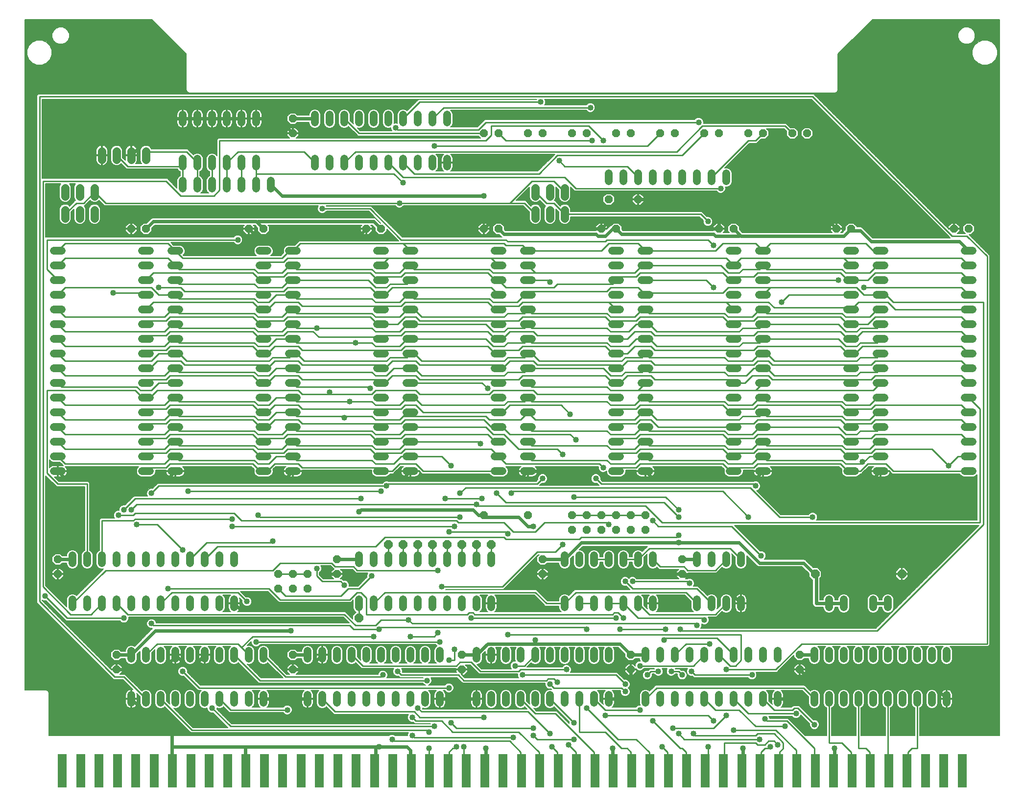
<source format=gtl>
G75*
%MOIN*%
%OFA0B0*%
%FSLAX25Y25*%
%IPPOS*%
%LPD*%
%AMOC8*
5,1,8,0,0,1.08239X$1,22.5*
%
%ADD10C,0.05200*%
%ADD11R,0.06000X0.23000*%
%ADD12OC8,0.05200*%
%ADD13OC8,0.06000*%
%ADD14C,0.05600*%
%ADD15OC8,0.05600*%
%ADD16C,0.02400*%
%ADD17C,0.04000*%
%ADD18C,0.00600*%
%ADD19C,0.01000*%
D10*
X0091300Y0064250D02*
X0091300Y0069450D01*
X0101300Y0069450D02*
X0101300Y0064250D01*
X0111300Y0064250D02*
X0111300Y0069450D01*
X0121300Y0069450D02*
X0121300Y0064250D01*
X0131300Y0064250D02*
X0131300Y0069450D01*
X0141300Y0069450D02*
X0141300Y0064250D01*
X0151300Y0064250D02*
X0151300Y0069450D01*
X0161300Y0069450D02*
X0161300Y0064250D01*
X0171300Y0064250D02*
X0171300Y0069450D01*
X0181300Y0069450D02*
X0181300Y0064250D01*
X0211300Y0064250D02*
X0211300Y0069450D01*
X0221300Y0069450D02*
X0221300Y0064250D01*
X0231300Y0064250D02*
X0231300Y0069450D01*
X0241300Y0069450D02*
X0241300Y0064250D01*
X0251300Y0064250D02*
X0251300Y0069450D01*
X0261300Y0069450D02*
X0261300Y0064250D01*
X0271300Y0064250D02*
X0271300Y0069450D01*
X0281300Y0069450D02*
X0281300Y0064250D01*
X0291300Y0064250D02*
X0291300Y0069450D01*
X0301300Y0069450D02*
X0301300Y0064250D01*
X0326300Y0064250D02*
X0326300Y0069450D01*
X0336300Y0069450D02*
X0336300Y0064250D01*
X0346300Y0064250D02*
X0346300Y0069450D01*
X0356300Y0069450D02*
X0356300Y0064250D01*
X0366300Y0064250D02*
X0366300Y0069450D01*
X0376300Y0069450D02*
X0376300Y0064250D01*
X0386300Y0064250D02*
X0386300Y0069450D01*
X0396300Y0069450D02*
X0396300Y0064250D01*
X0406300Y0064250D02*
X0406300Y0069450D01*
X0416300Y0069450D02*
X0416300Y0064250D01*
X0441300Y0064250D02*
X0441300Y0069450D01*
X0451300Y0069450D02*
X0451300Y0064250D01*
X0461300Y0064250D02*
X0461300Y0069450D01*
X0471300Y0069450D02*
X0471300Y0064250D01*
X0481300Y0064250D02*
X0481300Y0069450D01*
X0491300Y0069450D02*
X0491300Y0064250D01*
X0501300Y0064250D02*
X0501300Y0069450D01*
X0511300Y0069450D02*
X0511300Y0064250D01*
X0521300Y0064250D02*
X0521300Y0069450D01*
X0531300Y0069450D02*
X0531300Y0064250D01*
X0556300Y0064250D02*
X0556300Y0069450D01*
X0566300Y0069450D02*
X0566300Y0064250D01*
X0576300Y0064250D02*
X0576300Y0069450D01*
X0586300Y0069450D02*
X0586300Y0064250D01*
X0596300Y0064250D02*
X0596300Y0069450D01*
X0606300Y0069450D02*
X0606300Y0064250D01*
X0616300Y0064250D02*
X0616300Y0069450D01*
X0626300Y0069450D02*
X0626300Y0064250D01*
X0636300Y0064250D02*
X0636300Y0069450D01*
X0646300Y0069450D02*
X0646300Y0064250D01*
X0646300Y0094250D02*
X0646300Y0099450D01*
X0636300Y0099450D02*
X0636300Y0094250D01*
X0626300Y0094250D02*
X0626300Y0099450D01*
X0616300Y0099450D02*
X0616300Y0094250D01*
X0606300Y0094250D02*
X0606300Y0099450D01*
X0596300Y0099450D02*
X0596300Y0094250D01*
X0586300Y0094250D02*
X0586300Y0099450D01*
X0576300Y0099450D02*
X0576300Y0094250D01*
X0566300Y0094250D02*
X0566300Y0099450D01*
X0556300Y0099450D02*
X0556300Y0094250D01*
X0531300Y0094250D02*
X0531300Y0099450D01*
X0521300Y0099450D02*
X0521300Y0094250D01*
X0511300Y0094250D02*
X0511300Y0099450D01*
X0501300Y0099450D02*
X0501300Y0094250D01*
X0491300Y0094250D02*
X0491300Y0099450D01*
X0481300Y0099450D02*
X0481300Y0094250D01*
X0471300Y0094250D02*
X0471300Y0099450D01*
X0461300Y0099450D02*
X0461300Y0094250D01*
X0451300Y0094250D02*
X0451300Y0099450D01*
X0441300Y0099450D02*
X0441300Y0094250D01*
X0416300Y0094250D02*
X0416300Y0099450D01*
X0406300Y0099450D02*
X0406300Y0094250D01*
X0396300Y0094250D02*
X0396300Y0099450D01*
X0386300Y0099450D02*
X0386300Y0094250D01*
X0376300Y0094250D02*
X0376300Y0099450D01*
X0366300Y0099450D02*
X0366300Y0094250D01*
X0356300Y0094250D02*
X0356300Y0099450D01*
X0346300Y0099450D02*
X0346300Y0094250D01*
X0336300Y0094250D02*
X0336300Y0099450D01*
X0326300Y0099450D02*
X0326300Y0094250D01*
X0301300Y0094250D02*
X0301300Y0099450D01*
X0291300Y0099450D02*
X0291300Y0094250D01*
X0281300Y0094250D02*
X0281300Y0099450D01*
X0271300Y0099450D02*
X0271300Y0094250D01*
X0261300Y0094250D02*
X0261300Y0099450D01*
X0251300Y0099450D02*
X0251300Y0094250D01*
X0241300Y0094250D02*
X0241300Y0099450D01*
X0231300Y0099450D02*
X0231300Y0094250D01*
X0221300Y0094250D02*
X0221300Y0099450D01*
X0211300Y0099450D02*
X0211300Y0094250D01*
X0181300Y0094250D02*
X0181300Y0099450D01*
X0171300Y0099450D02*
X0171300Y0094250D01*
X0161300Y0094250D02*
X0161300Y0099450D01*
X0151300Y0099450D02*
X0151300Y0094250D01*
X0141300Y0094250D02*
X0141300Y0099450D01*
X0131300Y0099450D02*
X0131300Y0094250D01*
X0121300Y0094250D02*
X0121300Y0099450D01*
X0111300Y0099450D02*
X0111300Y0094250D01*
X0101300Y0094250D02*
X0101300Y0099450D01*
X0091300Y0099450D02*
X0091300Y0094250D01*
X0091300Y0129250D02*
X0091300Y0134450D01*
X0081300Y0134450D02*
X0081300Y0129250D01*
X0071300Y0129250D02*
X0071300Y0134450D01*
X0061300Y0134450D02*
X0061300Y0129250D01*
X0051300Y0129250D02*
X0051300Y0134450D01*
X0051300Y0159250D02*
X0051300Y0164450D01*
X0061300Y0164450D02*
X0061300Y0159250D01*
X0071300Y0159250D02*
X0071300Y0164450D01*
X0081300Y0164450D02*
X0081300Y0159250D01*
X0091300Y0159250D02*
X0091300Y0164450D01*
X0101300Y0164450D02*
X0101300Y0159250D01*
X0111300Y0159250D02*
X0111300Y0164450D01*
X0121300Y0164450D02*
X0121300Y0159250D01*
X0131300Y0159250D02*
X0131300Y0164450D01*
X0141300Y0164450D02*
X0141300Y0159250D01*
X0151300Y0159250D02*
X0151300Y0164450D01*
X0161300Y0164450D02*
X0161300Y0159250D01*
X0161300Y0134450D02*
X0161300Y0129250D01*
X0151300Y0129250D02*
X0151300Y0134450D01*
X0141300Y0134450D02*
X0141300Y0129250D01*
X0131300Y0129250D02*
X0131300Y0134450D01*
X0121300Y0134450D02*
X0121300Y0129250D01*
X0111300Y0129250D02*
X0111300Y0134450D01*
X0101300Y0134450D02*
X0101300Y0129250D01*
X0098700Y0221850D02*
X0103900Y0221850D01*
X0103900Y0231850D02*
X0098700Y0231850D01*
X0098700Y0241850D02*
X0103900Y0241850D01*
X0103900Y0251850D02*
X0098700Y0251850D01*
X0098700Y0261850D02*
X0103900Y0261850D01*
X0103900Y0271850D02*
X0098700Y0271850D01*
X0098700Y0281850D02*
X0103900Y0281850D01*
X0103900Y0291850D02*
X0098700Y0291850D01*
X0098700Y0301850D02*
X0103900Y0301850D01*
X0103900Y0311850D02*
X0098700Y0311850D01*
X0098700Y0321850D02*
X0103900Y0321850D01*
X0103900Y0331850D02*
X0098700Y0331850D01*
X0098700Y0341850D02*
X0103900Y0341850D01*
X0103900Y0351850D02*
X0098700Y0351850D01*
X0098700Y0361850D02*
X0103900Y0361850D01*
X0103900Y0371850D02*
X0098700Y0371850D01*
X0118700Y0371850D02*
X0123900Y0371850D01*
X0123900Y0361850D02*
X0118700Y0361850D01*
X0118700Y0351850D02*
X0123900Y0351850D01*
X0123900Y0341850D02*
X0118700Y0341850D01*
X0118700Y0331850D02*
X0123900Y0331850D01*
X0123900Y0321850D02*
X0118700Y0321850D01*
X0118700Y0311850D02*
X0123900Y0311850D01*
X0123900Y0301850D02*
X0118700Y0301850D01*
X0118700Y0291850D02*
X0123900Y0291850D01*
X0123900Y0281850D02*
X0118700Y0281850D01*
X0118700Y0271850D02*
X0123900Y0271850D01*
X0123900Y0261850D02*
X0118700Y0261850D01*
X0118700Y0251850D02*
X0123900Y0251850D01*
X0123900Y0241850D02*
X0118700Y0241850D01*
X0118700Y0231850D02*
X0123900Y0231850D01*
X0123900Y0221850D02*
X0118700Y0221850D01*
X0178700Y0221850D02*
X0183900Y0221850D01*
X0183900Y0231850D02*
X0178700Y0231850D01*
X0178700Y0241850D02*
X0183900Y0241850D01*
X0183900Y0251850D02*
X0178700Y0251850D01*
X0178700Y0261850D02*
X0183900Y0261850D01*
X0183900Y0271850D02*
X0178700Y0271850D01*
X0178700Y0281850D02*
X0183900Y0281850D01*
X0183900Y0291850D02*
X0178700Y0291850D01*
X0178700Y0301850D02*
X0183900Y0301850D01*
X0183900Y0311850D02*
X0178700Y0311850D01*
X0178700Y0321850D02*
X0183900Y0321850D01*
X0183900Y0331850D02*
X0178700Y0331850D01*
X0178700Y0341850D02*
X0183900Y0341850D01*
X0183900Y0351850D02*
X0178700Y0351850D01*
X0178700Y0361850D02*
X0183900Y0361850D01*
X0183900Y0371850D02*
X0178700Y0371850D01*
X0198700Y0371850D02*
X0203900Y0371850D01*
X0203900Y0361850D02*
X0198700Y0361850D01*
X0198700Y0351850D02*
X0203900Y0351850D01*
X0203900Y0341850D02*
X0198700Y0341850D01*
X0198700Y0331850D02*
X0203900Y0331850D01*
X0203900Y0321850D02*
X0198700Y0321850D01*
X0198700Y0311850D02*
X0203900Y0311850D01*
X0203900Y0301850D02*
X0198700Y0301850D01*
X0198700Y0291850D02*
X0203900Y0291850D01*
X0203900Y0281850D02*
X0198700Y0281850D01*
X0198700Y0271850D02*
X0203900Y0271850D01*
X0203900Y0261850D02*
X0198700Y0261850D01*
X0198700Y0251850D02*
X0203900Y0251850D01*
X0203900Y0241850D02*
X0198700Y0241850D01*
X0198700Y0231850D02*
X0203900Y0231850D01*
X0203900Y0221850D02*
X0198700Y0221850D01*
X0258700Y0221850D02*
X0263900Y0221850D01*
X0263900Y0231850D02*
X0258700Y0231850D01*
X0258700Y0241850D02*
X0263900Y0241850D01*
X0263900Y0251850D02*
X0258700Y0251850D01*
X0258700Y0261850D02*
X0263900Y0261850D01*
X0263900Y0271850D02*
X0258700Y0271850D01*
X0258700Y0281850D02*
X0263900Y0281850D01*
X0263900Y0291850D02*
X0258700Y0291850D01*
X0258700Y0301850D02*
X0263900Y0301850D01*
X0263900Y0311850D02*
X0258700Y0311850D01*
X0258700Y0321850D02*
X0263900Y0321850D01*
X0263900Y0331850D02*
X0258700Y0331850D01*
X0258700Y0341850D02*
X0263900Y0341850D01*
X0263900Y0351850D02*
X0258700Y0351850D01*
X0258700Y0361850D02*
X0263900Y0361850D01*
X0263900Y0371850D02*
X0258700Y0371850D01*
X0278700Y0371850D02*
X0283900Y0371850D01*
X0283900Y0361850D02*
X0278700Y0361850D01*
X0278700Y0351850D02*
X0283900Y0351850D01*
X0283900Y0341850D02*
X0278700Y0341850D01*
X0278700Y0331850D02*
X0283900Y0331850D01*
X0283900Y0321850D02*
X0278700Y0321850D01*
X0278700Y0311850D02*
X0283900Y0311850D01*
X0283900Y0301850D02*
X0278700Y0301850D01*
X0278700Y0291850D02*
X0283900Y0291850D01*
X0283900Y0281850D02*
X0278700Y0281850D01*
X0278700Y0271850D02*
X0283900Y0271850D01*
X0283900Y0261850D02*
X0278700Y0261850D01*
X0278700Y0251850D02*
X0283900Y0251850D01*
X0283900Y0241850D02*
X0278700Y0241850D01*
X0278700Y0231850D02*
X0283900Y0231850D01*
X0283900Y0221850D02*
X0278700Y0221850D01*
X0338700Y0221850D02*
X0343900Y0221850D01*
X0343900Y0231850D02*
X0338700Y0231850D01*
X0338700Y0241850D02*
X0343900Y0241850D01*
X0343900Y0251850D02*
X0338700Y0251850D01*
X0338700Y0261850D02*
X0343900Y0261850D01*
X0343900Y0271850D02*
X0338700Y0271850D01*
X0338700Y0281850D02*
X0343900Y0281850D01*
X0343900Y0291850D02*
X0338700Y0291850D01*
X0338700Y0301850D02*
X0343900Y0301850D01*
X0343900Y0311850D02*
X0338700Y0311850D01*
X0338700Y0321850D02*
X0343900Y0321850D01*
X0343900Y0331850D02*
X0338700Y0331850D01*
X0338700Y0341850D02*
X0343900Y0341850D01*
X0343900Y0351850D02*
X0338700Y0351850D01*
X0338700Y0361850D02*
X0343900Y0361850D01*
X0343900Y0371850D02*
X0338700Y0371850D01*
X0358700Y0371850D02*
X0363900Y0371850D01*
X0363900Y0361850D02*
X0358700Y0361850D01*
X0358700Y0351850D02*
X0363900Y0351850D01*
X0363900Y0341850D02*
X0358700Y0341850D01*
X0358700Y0331850D02*
X0363900Y0331850D01*
X0363900Y0321850D02*
X0358700Y0321850D01*
X0358700Y0311850D02*
X0363900Y0311850D01*
X0363900Y0301850D02*
X0358700Y0301850D01*
X0358700Y0291850D02*
X0363900Y0291850D01*
X0363900Y0281850D02*
X0358700Y0281850D01*
X0358700Y0271850D02*
X0363900Y0271850D01*
X0363900Y0261850D02*
X0358700Y0261850D01*
X0358700Y0251850D02*
X0363900Y0251850D01*
X0363900Y0241850D02*
X0358700Y0241850D01*
X0358700Y0231850D02*
X0363900Y0231850D01*
X0363900Y0221850D02*
X0358700Y0221850D01*
X0418700Y0221850D02*
X0423900Y0221850D01*
X0423900Y0231850D02*
X0418700Y0231850D01*
X0418700Y0241850D02*
X0423900Y0241850D01*
X0423900Y0251850D02*
X0418700Y0251850D01*
X0418700Y0261850D02*
X0423900Y0261850D01*
X0423900Y0271850D02*
X0418700Y0271850D01*
X0418700Y0281850D02*
X0423900Y0281850D01*
X0423900Y0291850D02*
X0418700Y0291850D01*
X0418700Y0301850D02*
X0423900Y0301850D01*
X0423900Y0311850D02*
X0418700Y0311850D01*
X0418700Y0321850D02*
X0423900Y0321850D01*
X0423900Y0331850D02*
X0418700Y0331850D01*
X0418700Y0341850D02*
X0423900Y0341850D01*
X0423900Y0351850D02*
X0418700Y0351850D01*
X0418700Y0361850D02*
X0423900Y0361850D01*
X0423900Y0371850D02*
X0418700Y0371850D01*
X0438700Y0371850D02*
X0443900Y0371850D01*
X0443900Y0361850D02*
X0438700Y0361850D01*
X0438700Y0351850D02*
X0443900Y0351850D01*
X0443900Y0341850D02*
X0438700Y0341850D01*
X0438700Y0331850D02*
X0443900Y0331850D01*
X0443900Y0321850D02*
X0438700Y0321850D01*
X0438700Y0311850D02*
X0443900Y0311850D01*
X0443900Y0301850D02*
X0438700Y0301850D01*
X0438700Y0291850D02*
X0443900Y0291850D01*
X0443900Y0281850D02*
X0438700Y0281850D01*
X0438700Y0271850D02*
X0443900Y0271850D01*
X0443900Y0261850D02*
X0438700Y0261850D01*
X0438700Y0251850D02*
X0443900Y0251850D01*
X0443900Y0241850D02*
X0438700Y0241850D01*
X0438700Y0231850D02*
X0443900Y0231850D01*
X0443900Y0221850D02*
X0438700Y0221850D01*
X0498700Y0221850D02*
X0503900Y0221850D01*
X0503900Y0231850D02*
X0498700Y0231850D01*
X0498700Y0241850D02*
X0503900Y0241850D01*
X0503900Y0251850D02*
X0498700Y0251850D01*
X0498700Y0261850D02*
X0503900Y0261850D01*
X0503900Y0271850D02*
X0498700Y0271850D01*
X0498700Y0281850D02*
X0503900Y0281850D01*
X0503900Y0291850D02*
X0498700Y0291850D01*
X0498700Y0301850D02*
X0503900Y0301850D01*
X0503900Y0311850D02*
X0498700Y0311850D01*
X0498700Y0321850D02*
X0503900Y0321850D01*
X0503900Y0331850D02*
X0498700Y0331850D01*
X0498700Y0341850D02*
X0503900Y0341850D01*
X0503900Y0351850D02*
X0498700Y0351850D01*
X0498700Y0361850D02*
X0503900Y0361850D01*
X0503900Y0371850D02*
X0498700Y0371850D01*
X0518700Y0371850D02*
X0523900Y0371850D01*
X0523900Y0361850D02*
X0518700Y0361850D01*
X0518700Y0351850D02*
X0523900Y0351850D01*
X0523900Y0341850D02*
X0518700Y0341850D01*
X0518700Y0331850D02*
X0523900Y0331850D01*
X0523900Y0321850D02*
X0518700Y0321850D01*
X0518700Y0311850D02*
X0523900Y0311850D01*
X0523900Y0301850D02*
X0518700Y0301850D01*
X0518700Y0291850D02*
X0523900Y0291850D01*
X0523900Y0281850D02*
X0518700Y0281850D01*
X0518700Y0271850D02*
X0523900Y0271850D01*
X0523900Y0261850D02*
X0518700Y0261850D01*
X0518700Y0251850D02*
X0523900Y0251850D01*
X0523900Y0241850D02*
X0518700Y0241850D01*
X0518700Y0231850D02*
X0523900Y0231850D01*
X0523900Y0221850D02*
X0518700Y0221850D01*
X0578700Y0221850D02*
X0583900Y0221850D01*
X0583900Y0231850D02*
X0578700Y0231850D01*
X0578700Y0241850D02*
X0583900Y0241850D01*
X0583900Y0251850D02*
X0578700Y0251850D01*
X0578700Y0261850D02*
X0583900Y0261850D01*
X0583900Y0271850D02*
X0578700Y0271850D01*
X0578700Y0281850D02*
X0583900Y0281850D01*
X0583900Y0291850D02*
X0578700Y0291850D01*
X0578700Y0301850D02*
X0583900Y0301850D01*
X0583900Y0311850D02*
X0578700Y0311850D01*
X0578700Y0321850D02*
X0583900Y0321850D01*
X0583900Y0331850D02*
X0578700Y0331850D01*
X0578700Y0341850D02*
X0583900Y0341850D01*
X0583900Y0351850D02*
X0578700Y0351850D01*
X0578700Y0361850D02*
X0583900Y0361850D01*
X0583900Y0371850D02*
X0578700Y0371850D01*
X0598700Y0371850D02*
X0603900Y0371850D01*
X0603900Y0361850D02*
X0598700Y0361850D01*
X0598700Y0351850D02*
X0603900Y0351850D01*
X0603900Y0341850D02*
X0598700Y0341850D01*
X0598700Y0331850D02*
X0603900Y0331850D01*
X0603900Y0321850D02*
X0598700Y0321850D01*
X0598700Y0311850D02*
X0603900Y0311850D01*
X0603900Y0301850D02*
X0598700Y0301850D01*
X0598700Y0291850D02*
X0603900Y0291850D01*
X0603900Y0281850D02*
X0598700Y0281850D01*
X0598700Y0271850D02*
X0603900Y0271850D01*
X0603900Y0261850D02*
X0598700Y0261850D01*
X0598700Y0251850D02*
X0603900Y0251850D01*
X0603900Y0241850D02*
X0598700Y0241850D01*
X0598700Y0231850D02*
X0603900Y0231850D01*
X0603900Y0221850D02*
X0598700Y0221850D01*
X0658700Y0221850D02*
X0663900Y0221850D01*
X0663900Y0231850D02*
X0658700Y0231850D01*
X0658700Y0241850D02*
X0663900Y0241850D01*
X0663900Y0251850D02*
X0658700Y0251850D01*
X0658700Y0261850D02*
X0663900Y0261850D01*
X0663900Y0271850D02*
X0658700Y0271850D01*
X0658700Y0281850D02*
X0663900Y0281850D01*
X0663900Y0291850D02*
X0658700Y0291850D01*
X0658700Y0301850D02*
X0663900Y0301850D01*
X0663900Y0311850D02*
X0658700Y0311850D01*
X0658700Y0321850D02*
X0663900Y0321850D01*
X0663900Y0331850D02*
X0658700Y0331850D01*
X0658700Y0341850D02*
X0663900Y0341850D01*
X0663900Y0351850D02*
X0658700Y0351850D01*
X0658700Y0361850D02*
X0663900Y0361850D01*
X0663900Y0371850D02*
X0658700Y0371850D01*
X0496300Y0419250D02*
X0496300Y0424450D01*
X0486300Y0424450D02*
X0486300Y0419250D01*
X0476300Y0419250D02*
X0476300Y0424450D01*
X0466300Y0424450D02*
X0466300Y0419250D01*
X0456300Y0419250D02*
X0456300Y0424450D01*
X0446300Y0424450D02*
X0446300Y0419250D01*
X0436300Y0419250D02*
X0436300Y0424450D01*
X0426300Y0424450D02*
X0426300Y0419250D01*
X0416300Y0419250D02*
X0416300Y0424450D01*
X0306300Y0429250D02*
X0306300Y0434450D01*
X0296300Y0434450D02*
X0296300Y0429250D01*
X0286300Y0429250D02*
X0286300Y0434450D01*
X0276300Y0434450D02*
X0276300Y0429250D01*
X0266300Y0429250D02*
X0266300Y0434450D01*
X0256300Y0434450D02*
X0256300Y0429250D01*
X0246300Y0429250D02*
X0246300Y0434450D01*
X0236300Y0434450D02*
X0236300Y0429250D01*
X0226300Y0429250D02*
X0226300Y0434450D01*
X0216300Y0434450D02*
X0216300Y0429250D01*
X0216300Y0459250D02*
X0216300Y0464450D01*
X0226300Y0464450D02*
X0226300Y0459250D01*
X0236300Y0459250D02*
X0236300Y0464450D01*
X0246300Y0464450D02*
X0246300Y0459250D01*
X0256300Y0459250D02*
X0256300Y0464450D01*
X0266300Y0464450D02*
X0266300Y0459250D01*
X0276300Y0459250D02*
X0276300Y0464450D01*
X0286300Y0464450D02*
X0286300Y0459250D01*
X0296300Y0459250D02*
X0296300Y0464450D01*
X0306300Y0464450D02*
X0306300Y0459250D01*
X0186300Y0419450D02*
X0186300Y0414250D01*
X0176300Y0414250D02*
X0176300Y0419450D01*
X0166300Y0419450D02*
X0166300Y0414250D01*
X0156300Y0414250D02*
X0156300Y0419450D01*
X0146300Y0419450D02*
X0146300Y0414250D01*
X0136300Y0414250D02*
X0136300Y0419450D01*
X0126300Y0419450D02*
X0126300Y0414250D01*
X0126300Y0429250D02*
X0126300Y0434450D01*
X0136300Y0434450D02*
X0136300Y0429250D01*
X0146300Y0429250D02*
X0146300Y0434450D01*
X0156300Y0434450D02*
X0156300Y0429250D01*
X0166300Y0429250D02*
X0166300Y0434450D01*
X0176300Y0434450D02*
X0176300Y0429250D01*
X0176300Y0459250D02*
X0176300Y0464450D01*
X0166300Y0464450D02*
X0166300Y0459250D01*
X0156300Y0459250D02*
X0156300Y0464450D01*
X0146300Y0464450D02*
X0146300Y0459250D01*
X0136300Y0459250D02*
X0136300Y0464450D01*
X0126300Y0464450D02*
X0126300Y0459250D01*
X0043900Y0371850D02*
X0038700Y0371850D01*
X0038700Y0361850D02*
X0043900Y0361850D01*
X0043900Y0351850D02*
X0038700Y0351850D01*
X0038700Y0341850D02*
X0043900Y0341850D01*
X0043900Y0331850D02*
X0038700Y0331850D01*
X0038700Y0321850D02*
X0043900Y0321850D01*
X0043900Y0311850D02*
X0038700Y0311850D01*
X0038700Y0301850D02*
X0043900Y0301850D01*
X0043900Y0291850D02*
X0038700Y0291850D01*
X0038700Y0281850D02*
X0043900Y0281850D01*
X0043900Y0271850D02*
X0038700Y0271850D01*
X0038700Y0261850D02*
X0043900Y0261850D01*
X0043900Y0251850D02*
X0038700Y0251850D01*
X0038700Y0241850D02*
X0043900Y0241850D01*
X0043900Y0231850D02*
X0038700Y0231850D01*
X0038700Y0221850D02*
X0043900Y0221850D01*
X0246300Y0164450D02*
X0246300Y0159250D01*
X0256300Y0159250D02*
X0256300Y0164450D01*
X0266300Y0164450D02*
X0266300Y0159250D01*
X0276300Y0159250D02*
X0276300Y0164450D01*
X0286300Y0164450D02*
X0286300Y0159250D01*
X0296300Y0159250D02*
X0296300Y0164450D01*
X0306300Y0164450D02*
X0306300Y0159250D01*
X0316300Y0159250D02*
X0316300Y0164450D01*
X0326300Y0164450D02*
X0326300Y0159250D01*
X0336300Y0159250D02*
X0336300Y0164450D01*
X0336300Y0134450D02*
X0336300Y0129250D01*
X0326300Y0129250D02*
X0326300Y0134450D01*
X0316300Y0134450D02*
X0316300Y0129250D01*
X0306300Y0129250D02*
X0306300Y0134450D01*
X0296300Y0134450D02*
X0296300Y0129250D01*
X0286300Y0129250D02*
X0286300Y0134450D01*
X0276300Y0134450D02*
X0276300Y0129250D01*
X0266300Y0129250D02*
X0266300Y0134450D01*
X0256300Y0134450D02*
X0256300Y0129250D01*
X0246300Y0129250D02*
X0246300Y0134450D01*
X0386300Y0134450D02*
X0386300Y0129250D01*
X0396300Y0129250D02*
X0396300Y0134450D01*
X0406300Y0134450D02*
X0406300Y0129250D01*
X0416300Y0129250D02*
X0416300Y0134450D01*
X0426300Y0134450D02*
X0426300Y0129250D01*
X0436300Y0129250D02*
X0436300Y0134450D01*
X0446300Y0134450D02*
X0446300Y0129250D01*
X0476300Y0129250D02*
X0476300Y0134450D01*
X0486300Y0134450D02*
X0486300Y0129250D01*
X0496300Y0129250D02*
X0496300Y0134450D01*
X0506300Y0134450D02*
X0506300Y0129250D01*
X0506300Y0159250D02*
X0506300Y0164450D01*
X0496300Y0164450D02*
X0496300Y0159250D01*
X0486300Y0159250D02*
X0486300Y0164450D01*
X0476300Y0164450D02*
X0476300Y0159250D01*
X0446300Y0159250D02*
X0446300Y0164450D01*
X0436300Y0164450D02*
X0436300Y0159250D01*
X0426300Y0159250D02*
X0426300Y0164450D01*
X0416300Y0164450D02*
X0416300Y0159250D01*
X0406300Y0159250D02*
X0406300Y0164450D01*
X0396300Y0164450D02*
X0396300Y0159250D01*
X0386300Y0159250D02*
X0386300Y0164450D01*
X0566300Y0134450D02*
X0566300Y0129250D01*
X0576300Y0129250D02*
X0576300Y0134450D01*
X0596300Y0134450D02*
X0596300Y0129250D01*
X0606300Y0129250D02*
X0606300Y0134450D01*
D11*
X0044300Y0017850D03*
X0056800Y0017850D03*
X0069300Y0017850D03*
X0081800Y0017850D03*
X0094300Y0017850D03*
X0106800Y0017850D03*
X0119300Y0017850D03*
X0131800Y0017850D03*
X0144300Y0017850D03*
X0156800Y0017850D03*
X0169300Y0017850D03*
X0181800Y0017850D03*
X0194300Y0017850D03*
X0206800Y0017850D03*
X0219300Y0017850D03*
X0231800Y0017850D03*
X0244300Y0017850D03*
X0256800Y0017850D03*
X0269300Y0017850D03*
X0281800Y0017850D03*
X0294300Y0017850D03*
X0306800Y0017850D03*
X0319300Y0017850D03*
X0331800Y0017850D03*
X0344300Y0017850D03*
X0356800Y0017850D03*
X0369300Y0017850D03*
X0381800Y0017850D03*
X0394300Y0017850D03*
X0406800Y0017850D03*
X0419300Y0017850D03*
X0431800Y0017850D03*
X0444300Y0017850D03*
X0456800Y0017850D03*
X0469300Y0017850D03*
X0481800Y0017850D03*
X0494300Y0017850D03*
X0506800Y0017850D03*
X0519300Y0017850D03*
X0531800Y0017850D03*
X0544300Y0017850D03*
X0556800Y0017850D03*
X0569300Y0017850D03*
X0581800Y0017850D03*
X0594300Y0017850D03*
X0606800Y0017850D03*
X0619300Y0017850D03*
X0631800Y0017850D03*
X0644300Y0017850D03*
X0656800Y0017850D03*
D12*
X0546300Y0086850D03*
X0546300Y0096850D03*
X0466300Y0151850D03*
X0466300Y0161850D03*
X0431300Y0096850D03*
X0431300Y0086850D03*
X0371300Y0151850D03*
X0371300Y0161850D03*
X0361300Y0191850D03*
X0331300Y0191850D03*
X0231300Y0161850D03*
X0231300Y0151850D03*
X0201300Y0096850D03*
X0201300Y0086850D03*
X0316300Y0086850D03*
X0316300Y0096850D03*
X0081300Y0096850D03*
X0081300Y0086850D03*
X0041300Y0151850D03*
X0041300Y0161850D03*
X0091300Y0386850D03*
X0101300Y0386850D03*
X0171300Y0386850D03*
X0181300Y0386850D03*
X0251300Y0386850D03*
X0261300Y0386850D03*
X0331300Y0386850D03*
X0341300Y0386850D03*
X0411300Y0386850D03*
X0421300Y0386850D03*
X0416300Y0406850D03*
X0436300Y0406850D03*
X0491300Y0386850D03*
X0501300Y0386850D03*
X0571300Y0386850D03*
X0581300Y0386850D03*
X0651300Y0386850D03*
X0661300Y0386850D03*
X0551300Y0451850D03*
X0541300Y0451850D03*
X0521300Y0451850D03*
X0511300Y0451850D03*
X0491300Y0451850D03*
X0481300Y0451850D03*
X0461300Y0451850D03*
X0451300Y0451850D03*
X0431300Y0451850D03*
X0421300Y0451850D03*
X0401300Y0451850D03*
X0391300Y0451850D03*
X0371300Y0451850D03*
X0361300Y0451850D03*
X0341300Y0451850D03*
X0331300Y0451850D03*
X0201300Y0451850D03*
X0201300Y0461850D03*
D13*
X0266300Y0171850D03*
X0276300Y0171850D03*
X0286300Y0171850D03*
X0296300Y0171850D03*
X0306300Y0171850D03*
X0316300Y0171850D03*
X0326300Y0171850D03*
X0336300Y0171850D03*
X0246300Y0121850D03*
X0556800Y0151850D03*
X0615800Y0151850D03*
D14*
X0386300Y0394050D02*
X0386300Y0399650D01*
X0376300Y0399650D02*
X0376300Y0394050D01*
X0366300Y0394050D02*
X0366300Y0399650D01*
X0366300Y0409050D02*
X0366300Y0414650D01*
X0376300Y0414650D02*
X0376300Y0409050D01*
X0386300Y0409050D02*
X0386300Y0414650D01*
X0101300Y0434050D02*
X0101300Y0439650D01*
X0091300Y0439650D02*
X0091300Y0434050D01*
X0081300Y0434050D02*
X0081300Y0439650D01*
X0071300Y0439650D02*
X0071300Y0434050D01*
X0066300Y0414650D02*
X0066300Y0409050D01*
X0066300Y0399650D02*
X0066300Y0394050D01*
X0056300Y0394050D02*
X0056300Y0399650D01*
X0046300Y0399650D02*
X0046300Y0394050D01*
X0046300Y0409050D02*
X0046300Y0414650D01*
X0056300Y0414650D02*
X0056300Y0409050D01*
D15*
X0391300Y0191850D03*
X0401300Y0191850D03*
X0401300Y0181850D03*
X0391300Y0181850D03*
X0411300Y0181850D03*
X0421300Y0181850D03*
X0421300Y0191850D03*
X0411300Y0191850D03*
X0431300Y0191850D03*
X0441300Y0191850D03*
X0441300Y0181850D03*
X0431300Y0181850D03*
X0211300Y0151850D03*
X0211300Y0141850D03*
X0201300Y0141850D03*
X0201300Y0151850D03*
X0191300Y0151850D03*
X0191300Y0141850D03*
D16*
X0217550Y0128100D02*
X0165050Y0128100D01*
X0161300Y0131850D01*
X0200050Y0113100D02*
X0107550Y0113100D01*
X0091300Y0096850D01*
X0081300Y0096850D01*
X0081300Y0086850D02*
X0112550Y0086850D01*
X0121300Y0095600D01*
X0121300Y0096850D01*
X0128800Y0089350D01*
X0133800Y0089350D01*
X0141300Y0096850D01*
X0181300Y0066850D02*
X0211300Y0066850D01*
X0211300Y0086850D02*
X0201300Y0086850D01*
X0211300Y0086850D02*
X0221300Y0096850D01*
X0211300Y0096850D02*
X0201300Y0096850D01*
X0221300Y0151850D02*
X0231300Y0151850D01*
X0231300Y0161850D02*
X0246300Y0161850D01*
X0246300Y0194350D02*
X0247550Y0195600D01*
X0323800Y0195600D01*
X0327550Y0191850D01*
X0331300Y0191850D01*
X0332550Y0190600D01*
X0355050Y0190600D01*
X0361300Y0184350D01*
X0365050Y0184350D01*
X0371300Y0161850D02*
X0386300Y0161850D01*
X0397550Y0173100D01*
X0463800Y0173100D01*
X0505050Y0173100D01*
X0518800Y0159350D01*
X0548800Y0159350D01*
X0556300Y0151850D01*
X0556800Y0151850D01*
X0557550Y0151850D01*
X0557550Y0131850D01*
X0566300Y0131850D01*
X0576300Y0131850D01*
X0596300Y0131850D02*
X0606300Y0131850D01*
X0556300Y0096850D02*
X0546300Y0096850D01*
X0546300Y0086850D02*
X0554425Y0078725D01*
X0553800Y0078100D01*
X0432550Y0078100D01*
X0432550Y0066850D01*
X0416300Y0066850D01*
X0431300Y0079350D02*
X0432550Y0078100D01*
X0431300Y0079350D02*
X0431300Y0086850D01*
X0431300Y0096850D02*
X0423800Y0104350D01*
X0366300Y0104350D01*
X0366300Y0106850D01*
X0366300Y0104350D02*
X0333800Y0104350D01*
X0326300Y0096850D01*
X0316300Y0096850D01*
X0326300Y0066850D02*
X0301300Y0066850D01*
X0278800Y0034350D02*
X0260050Y0034350D01*
X0257550Y0034350D01*
X0168800Y0034350D01*
X0118800Y0034350D01*
X0118800Y0018100D01*
X0119300Y0017850D01*
X0118800Y0034350D02*
X0118800Y0054350D01*
X0103800Y0054350D01*
X0091300Y0066850D01*
X0168800Y0034350D02*
X0168800Y0018100D01*
X0169300Y0017850D01*
X0256800Y0017850D02*
X0257550Y0018100D01*
X0257550Y0034350D01*
X0278800Y0034350D02*
X0281300Y0031850D01*
X0281300Y0018100D01*
X0281800Y0017850D01*
X0331800Y0017850D02*
X0332550Y0018100D01*
X0332550Y0033100D01*
X0418800Y0033100D02*
X0418800Y0018100D01*
X0419300Y0017850D01*
X0506800Y0017850D02*
X0507550Y0018100D01*
X0507550Y0033100D01*
X0531300Y0066850D02*
X0543800Y0066850D01*
X0551300Y0059350D01*
X0561300Y0059350D01*
X0561300Y0071850D01*
X0559425Y0073725D01*
X0560050Y0074350D01*
X0638800Y0074350D01*
X0646300Y0066850D01*
X0570050Y0033100D02*
X0570050Y0018100D01*
X0569300Y0017850D01*
X0559425Y0073725D02*
X0554425Y0078725D01*
X0506300Y0131850D02*
X0487550Y0150600D01*
X0467550Y0150600D01*
X0466300Y0151850D01*
X0446300Y0151850D01*
X0371300Y0151850D01*
X0431300Y0096850D02*
X0441300Y0096850D01*
X0466300Y0161850D02*
X0476300Y0161850D01*
X0446300Y0216850D02*
X0445675Y0217475D01*
X0445050Y0216850D01*
X0413800Y0216850D01*
X0408800Y0221850D01*
X0361300Y0221850D01*
X0356300Y0216850D01*
X0277550Y0216850D01*
X0276925Y0217475D01*
X0281300Y0221850D01*
X0276925Y0217475D02*
X0276300Y0216850D01*
X0197550Y0216850D01*
X0196925Y0217475D01*
X0201300Y0221850D01*
X0196925Y0217475D02*
X0196300Y0216850D01*
X0117550Y0216850D01*
X0116925Y0217475D01*
X0121300Y0221850D01*
X0116925Y0217475D02*
X0116300Y0216850D01*
X0046300Y0216850D01*
X0041300Y0221850D01*
X0041300Y0161850D02*
X0051300Y0161850D01*
X0176300Y0381850D02*
X0171300Y0386850D01*
X0176300Y0381850D02*
X0246300Y0381850D01*
X0251300Y0386850D01*
X0256300Y0391850D02*
X0177550Y0391850D01*
X0176925Y0391225D01*
X0176300Y0391850D01*
X0106300Y0391850D01*
X0101300Y0386850D01*
X0091300Y0436850D02*
X0116300Y0461850D01*
X0126300Y0461850D01*
X0136300Y0461850D01*
X0146300Y0461850D01*
X0156300Y0461850D01*
X0166300Y0461850D01*
X0176300Y0461850D02*
X0191300Y0461850D01*
X0201300Y0451850D01*
X0201300Y0461850D02*
X0216300Y0461850D01*
X0186300Y0416850D02*
X0193800Y0409350D01*
X0331300Y0409350D01*
X0336300Y0391850D02*
X0361300Y0391850D01*
X0366300Y0386850D01*
X0411300Y0386850D01*
X0416300Y0391850D01*
X0477550Y0391850D01*
X0482550Y0386850D01*
X0491300Y0386850D01*
X0491300Y0391850D01*
X0566300Y0391850D01*
X0571300Y0386850D01*
X0576300Y0381850D02*
X0581300Y0386850D01*
X0581300Y0385600D01*
X0587550Y0385600D01*
X0595050Y0378100D01*
X0655050Y0378100D01*
X0661300Y0371850D01*
X0576300Y0381850D02*
X0506300Y0381850D01*
X0505675Y0382475D01*
X0505050Y0381850D01*
X0488800Y0381850D01*
X0487550Y0383100D01*
X0425050Y0383100D01*
X0421300Y0386850D01*
X0418800Y0386850D01*
X0413800Y0381850D01*
X0408800Y0381850D01*
X0407550Y0383100D01*
X0345050Y0383100D01*
X0341300Y0386850D01*
X0336300Y0391850D02*
X0331300Y0386850D01*
X0261300Y0386850D02*
X0256300Y0391850D01*
X0181300Y0386850D02*
X0176925Y0391225D01*
X0436300Y0406850D02*
X0491300Y0406850D01*
X0491300Y0391850D01*
X0501300Y0386850D02*
X0505675Y0382475D01*
X0521300Y0221850D02*
X0516925Y0217475D01*
X0517550Y0216850D01*
X0596300Y0216850D01*
X0601300Y0221850D01*
X0516925Y0217475D02*
X0516300Y0216850D01*
X0446300Y0216850D01*
X0445675Y0217475D02*
X0441300Y0221850D01*
D17*
X0412550Y0224350D03*
X0407550Y0216850D03*
X0392550Y0204350D03*
X0371300Y0216850D03*
X0385050Y0233100D03*
X0393800Y0243100D03*
X0390050Y0260600D03*
X0333800Y0278100D03*
X0328800Y0240600D03*
X0308800Y0225600D03*
X0315050Y0206850D03*
X0305050Y0203100D03*
X0315050Y0190600D03*
X0311300Y0184350D03*
X0307550Y0180600D03*
X0326300Y0199350D03*
X0330050Y0203100D03*
X0340050Y0206850D03*
X0350050Y0206850D03*
X0365050Y0184350D03*
X0347550Y0179350D03*
X0385050Y0171850D03*
X0416300Y0185600D03*
X0446300Y0188100D03*
X0463800Y0190600D03*
X0463800Y0195600D03*
X0463800Y0178100D03*
X0463800Y0173100D03*
X0446300Y0151850D03*
X0432550Y0146850D03*
X0427550Y0146850D03*
X0426300Y0121850D03*
X0421300Y0121850D03*
X0423800Y0114350D03*
X0401300Y0114350D03*
X0366300Y0106850D03*
X0347550Y0110600D03*
X0352550Y0089350D03*
X0357550Y0083100D03*
X0376300Y0076850D03*
X0381300Y0078100D03*
X0387550Y0086850D03*
X0401300Y0060600D03*
X0392550Y0050600D03*
X0392550Y0039350D03*
X0388800Y0035600D03*
X0377550Y0034350D03*
X0376300Y0043100D03*
X0365050Y0041850D03*
X0365050Y0046850D03*
X0351300Y0040600D03*
X0332550Y0033100D03*
X0317550Y0034350D03*
X0312550Y0034350D03*
X0297550Y0048100D03*
X0293800Y0044350D03*
X0282550Y0041850D03*
X0293800Y0033100D03*
X0308800Y0050600D03*
X0331300Y0054350D03*
X0307550Y0074350D03*
X0292550Y0079350D03*
X0286300Y0060600D03*
X0282550Y0054350D03*
X0268800Y0039350D03*
X0260050Y0034350D03*
X0262550Y0083100D03*
X0272550Y0085600D03*
X0301300Y0105600D03*
X0300050Y0111850D03*
X0311300Y0100600D03*
X0307550Y0093100D03*
X0281300Y0109350D03*
X0280050Y0120600D03*
X0260050Y0114350D03*
X0256300Y0109350D03*
X0217550Y0128100D03*
X0200050Y0113100D03*
X0176300Y0105600D03*
X0170050Y0133100D03*
X0126300Y0168100D03*
X0116300Y0141850D03*
X0086300Y0121850D03*
X0105050Y0118100D03*
X0126300Y0085600D03*
X0146300Y0060600D03*
X0197550Y0059350D03*
X0236300Y0144350D03*
X0221300Y0151850D03*
X0217550Y0155600D03*
X0187550Y0174350D03*
X0177550Y0191850D03*
X0160050Y0189350D03*
X0160050Y0184350D03*
X0130050Y0208100D03*
X0105050Y0206850D03*
X0091300Y0195600D03*
X0086300Y0195600D03*
X0082550Y0191850D03*
X0095050Y0185600D03*
X0032550Y0136850D03*
X0226300Y0275600D03*
X0240050Y0269350D03*
X0236300Y0258100D03*
X0253800Y0278100D03*
X0243800Y0309350D03*
X0217550Y0319350D03*
X0163800Y0379350D03*
X0110050Y0346850D03*
X0078800Y0343100D03*
X0221300Y0400600D03*
X0273800Y0404350D03*
X0276300Y0418100D03*
X0297550Y0443100D03*
X0271300Y0455600D03*
X0331300Y0409350D03*
X0382550Y0433100D03*
X0405050Y0446850D03*
X0412550Y0446850D03*
X0403800Y0469350D03*
X0370050Y0473100D03*
X0477550Y0459350D03*
X0492550Y0414350D03*
X0483800Y0391850D03*
X0487550Y0375600D03*
X0487550Y0346850D03*
X0533800Y0336850D03*
X0572550Y0351850D03*
X0590050Y0346850D03*
X0588800Y0228100D03*
X0555050Y0190600D03*
X0520050Y0164350D03*
X0511300Y0190600D03*
X0516300Y0211850D03*
X0471300Y0145600D03*
X0481300Y0120600D03*
X0476300Y0116850D03*
X0465050Y0114350D03*
X0455050Y0114350D03*
X0453800Y0106850D03*
X0437550Y0089350D03*
X0442550Y0083100D03*
X0450050Y0085600D03*
X0458800Y0085600D03*
X0466300Y0083100D03*
X0472550Y0085600D03*
X0485050Y0104350D03*
X0496300Y0086850D03*
X0513800Y0083100D03*
X0496300Y0055600D03*
X0487550Y0051850D03*
X0501300Y0045600D03*
X0507550Y0033100D03*
X0518800Y0039350D03*
X0526300Y0034350D03*
X0531300Y0035600D03*
X0536300Y0048100D03*
X0543800Y0056850D03*
X0556300Y0049350D03*
X0570050Y0033100D03*
X0522550Y0053100D03*
X0483800Y0034350D03*
X0473800Y0043100D03*
X0463800Y0043100D03*
X0460050Y0046850D03*
X0452550Y0034350D03*
X0446300Y0051850D03*
X0437550Y0059350D03*
X0427550Y0071850D03*
X0427550Y0076850D03*
X0413800Y0055600D03*
X0418800Y0033100D03*
X0322550Y0121850D03*
X0302550Y0143100D03*
X0300050Y0154350D03*
X0255050Y0150600D03*
X0246300Y0194350D03*
X0247550Y0203100D03*
X0261300Y0208100D03*
X0265050Y0211850D03*
X0376300Y0350600D03*
X0647550Y0225600D03*
D18*
X0655224Y0220050D02*
X0655394Y0219641D01*
X0656491Y0218544D01*
X0657924Y0217950D01*
X0664676Y0217950D01*
X0666109Y0218544D01*
X0667000Y0219435D01*
X0667000Y0188650D01*
X0557767Y0188650D01*
X0557848Y0188731D01*
X0558350Y0189944D01*
X0558350Y0191256D01*
X0557848Y0192469D01*
X0556919Y0193398D01*
X0555706Y0193900D01*
X0554394Y0193900D01*
X0553181Y0193398D01*
X0552252Y0192469D01*
X0552224Y0192400D01*
X0533296Y0192400D01*
X0517090Y0208605D01*
X0518169Y0209052D01*
X0519098Y0209981D01*
X0519600Y0211194D01*
X0519600Y0212506D01*
X0519098Y0213719D01*
X0518169Y0214648D01*
X0516956Y0215150D01*
X0515644Y0215150D01*
X0515040Y0214900D01*
X0412046Y0214900D01*
X0410821Y0216124D01*
X0410850Y0216194D01*
X0410850Y0217506D01*
X0410348Y0218719D01*
X0409419Y0219648D01*
X0408206Y0220150D01*
X0406894Y0220150D01*
X0405681Y0219648D01*
X0404752Y0218719D01*
X0404250Y0217506D01*
X0404250Y0216194D01*
X0404752Y0214981D01*
X0405681Y0214052D01*
X0406894Y0213550D01*
X0408206Y0213550D01*
X0408276Y0213579D01*
X0409454Y0212400D01*
X0369396Y0212400D01*
X0370574Y0213579D01*
X0370644Y0213550D01*
X0371956Y0213550D01*
X0373169Y0214052D01*
X0374098Y0214981D01*
X0374600Y0216194D01*
X0374600Y0217506D01*
X0374098Y0218719D01*
X0373169Y0219648D01*
X0371956Y0220150D01*
X0370644Y0220150D01*
X0369431Y0219648D01*
X0368502Y0218719D01*
X0368000Y0217506D01*
X0368000Y0216194D01*
X0368029Y0216124D01*
X0366804Y0214900D01*
X0266310Y0214900D01*
X0265706Y0215150D01*
X0264394Y0215150D01*
X0263181Y0214648D01*
X0262252Y0213719D01*
X0262224Y0213650D01*
X0109304Y0213650D01*
X0105776Y0210121D01*
X0105706Y0210150D01*
X0104394Y0210150D01*
X0103181Y0209648D01*
X0102252Y0208719D01*
X0101750Y0207506D01*
X0101750Y0206194D01*
X0102252Y0204981D01*
X0102333Y0204900D01*
X0093054Y0204900D01*
X0092000Y0203846D01*
X0087026Y0198871D01*
X0086956Y0198900D01*
X0085644Y0198900D01*
X0084431Y0198398D01*
X0083502Y0197469D01*
X0083000Y0196256D01*
X0083000Y0195150D01*
X0081894Y0195150D01*
X0080681Y0194648D01*
X0079752Y0193719D01*
X0079250Y0192506D01*
X0079250Y0191194D01*
X0079752Y0189981D01*
X0079833Y0189900D01*
X0070554Y0189900D01*
X0069500Y0188846D01*
X0069500Y0167926D01*
X0069091Y0167756D01*
X0067994Y0166659D01*
X0067400Y0165226D01*
X0067400Y0158474D01*
X0067994Y0157041D01*
X0069091Y0155944D01*
X0070524Y0155350D01*
X0072076Y0155350D01*
X0072381Y0155476D01*
X0072000Y0155096D01*
X0054085Y0137180D01*
X0053509Y0137756D01*
X0052076Y0138350D01*
X0050524Y0138350D01*
X0049091Y0137756D01*
X0047994Y0136659D01*
X0047400Y0135226D01*
X0047400Y0129546D01*
X0033100Y0143846D01*
X0033100Y0218754D01*
X0040554Y0211300D01*
X0059500Y0211300D01*
X0059500Y0167926D01*
X0059091Y0167756D01*
X0057994Y0166659D01*
X0057400Y0165226D01*
X0057400Y0158474D01*
X0057994Y0157041D01*
X0059091Y0155944D01*
X0060524Y0155350D01*
X0062076Y0155350D01*
X0063509Y0155944D01*
X0064606Y0157041D01*
X0065200Y0158474D01*
X0065200Y0165226D01*
X0064606Y0166659D01*
X0063509Y0167756D01*
X0063100Y0167926D01*
X0063100Y0213846D01*
X0062046Y0214900D01*
X0042046Y0214900D01*
X0038996Y0217950D01*
X0041000Y0217950D01*
X0041000Y0221550D01*
X0041600Y0221550D01*
X0041600Y0222150D01*
X0047800Y0222150D01*
X0047800Y0222234D01*
X0047650Y0222988D01*
X0047356Y0223697D01*
X0046929Y0224336D01*
X0046386Y0224879D01*
X0046131Y0225050D01*
X0096385Y0225050D01*
X0095394Y0224059D01*
X0094800Y0222626D01*
X0094800Y0221074D01*
X0095394Y0219641D01*
X0096491Y0218544D01*
X0097924Y0217950D01*
X0104676Y0217950D01*
X0106109Y0218544D01*
X0107206Y0219641D01*
X0107800Y0221074D01*
X0107800Y0222550D01*
X0114863Y0222550D01*
X0114800Y0222234D01*
X0114800Y0222150D01*
X0121000Y0222150D01*
X0121000Y0221550D01*
X0121600Y0221550D01*
X0121600Y0222150D01*
X0127800Y0222150D01*
X0127800Y0222234D01*
X0127650Y0222988D01*
X0127356Y0223697D01*
X0126929Y0224336D01*
X0126386Y0224879D01*
X0126131Y0225050D01*
X0173054Y0225050D01*
X0174999Y0223106D01*
X0174800Y0222626D01*
X0174800Y0221074D01*
X0175394Y0219641D01*
X0176491Y0218544D01*
X0177924Y0217950D01*
X0184676Y0217950D01*
X0186109Y0218544D01*
X0187206Y0219641D01*
X0187800Y0221074D01*
X0187800Y0222626D01*
X0187601Y0223106D01*
X0189546Y0225050D01*
X0196469Y0225050D01*
X0196214Y0224879D01*
X0195671Y0224336D01*
X0195244Y0223697D01*
X0194950Y0222988D01*
X0194800Y0222234D01*
X0194800Y0222150D01*
X0201000Y0222150D01*
X0201000Y0221550D01*
X0201600Y0221550D01*
X0201600Y0222150D01*
X0207800Y0222150D01*
X0207800Y0222234D01*
X0207737Y0222550D01*
X0254800Y0222550D01*
X0254800Y0221074D01*
X0255394Y0219641D01*
X0256491Y0218544D01*
X0257924Y0217950D01*
X0264676Y0217950D01*
X0266109Y0218544D01*
X0267206Y0219641D01*
X0267376Y0220050D01*
X0269546Y0220050D01*
X0270600Y0221104D01*
X0274546Y0225050D01*
X0276469Y0225050D01*
X0276214Y0224879D01*
X0275671Y0224336D01*
X0275244Y0223697D01*
X0274950Y0222988D01*
X0274800Y0222234D01*
X0274800Y0222150D01*
X0281000Y0222150D01*
X0281000Y0221550D01*
X0281600Y0221550D01*
X0281600Y0222150D01*
X0287204Y0222150D01*
X0289304Y0220050D01*
X0335224Y0220050D01*
X0335394Y0219641D01*
X0336491Y0218544D01*
X0337924Y0217950D01*
X0344676Y0217950D01*
X0346109Y0218544D01*
X0347206Y0219641D01*
X0347800Y0221074D01*
X0347800Y0222626D01*
X0347206Y0224059D01*
X0346215Y0225050D01*
X0356469Y0225050D01*
X0356214Y0224879D01*
X0355671Y0224336D01*
X0355244Y0223697D01*
X0354950Y0222988D01*
X0354800Y0222234D01*
X0354800Y0222150D01*
X0361000Y0222150D01*
X0361000Y0221550D01*
X0361600Y0221550D01*
X0361600Y0222150D01*
X0367800Y0222150D01*
X0367800Y0222234D01*
X0367650Y0222988D01*
X0367356Y0223697D01*
X0366929Y0224336D01*
X0366386Y0224879D01*
X0366131Y0225050D01*
X0409268Y0225050D01*
X0409250Y0225006D01*
X0409250Y0223694D01*
X0409752Y0222481D01*
X0410681Y0221552D01*
X0411894Y0221050D01*
X0413206Y0221050D01*
X0414419Y0221552D01*
X0414800Y0221933D01*
X0414800Y0221074D01*
X0415394Y0219641D01*
X0416491Y0218544D01*
X0417924Y0217950D01*
X0424676Y0217950D01*
X0426109Y0218544D01*
X0427206Y0219641D01*
X0427800Y0221074D01*
X0427800Y0222550D01*
X0434863Y0222550D01*
X0434800Y0222234D01*
X0434800Y0222150D01*
X0441000Y0222150D01*
X0441000Y0221550D01*
X0441600Y0221550D01*
X0441600Y0222150D01*
X0447800Y0222150D01*
X0447800Y0222234D01*
X0447650Y0222988D01*
X0447356Y0223697D01*
X0446929Y0224336D01*
X0446386Y0224879D01*
X0446131Y0225050D01*
X0493054Y0225050D01*
X0494999Y0223106D01*
X0494800Y0222626D01*
X0494800Y0221074D01*
X0495394Y0219641D01*
X0496491Y0218544D01*
X0497924Y0217950D01*
X0504676Y0217950D01*
X0506109Y0218544D01*
X0507206Y0219641D01*
X0507800Y0221074D01*
X0507800Y0222550D01*
X0514863Y0222550D01*
X0514800Y0222234D01*
X0514800Y0222150D01*
X0521000Y0222150D01*
X0521000Y0221550D01*
X0521600Y0221550D01*
X0521600Y0222150D01*
X0527800Y0222150D01*
X0527800Y0222234D01*
X0527650Y0222988D01*
X0527356Y0223697D01*
X0526929Y0224336D01*
X0526386Y0224879D01*
X0526131Y0225050D01*
X0573054Y0225050D01*
X0574999Y0223106D01*
X0574800Y0222626D01*
X0574800Y0221074D01*
X0575394Y0219641D01*
X0576491Y0218544D01*
X0577924Y0217950D01*
X0584676Y0217950D01*
X0586109Y0218544D01*
X0587206Y0219641D01*
X0587376Y0220050D01*
X0588296Y0220050D01*
X0589350Y0221104D01*
X0593296Y0225050D01*
X0596469Y0225050D01*
X0596214Y0224879D01*
X0595671Y0224336D01*
X0595244Y0223697D01*
X0594950Y0222988D01*
X0594800Y0222234D01*
X0594800Y0222150D01*
X0601000Y0222150D01*
X0601000Y0221550D01*
X0601600Y0221550D01*
X0601600Y0222150D01*
X0607204Y0222150D01*
X0609304Y0220050D01*
X0655224Y0220050D01*
X0655366Y0219708D02*
X0607159Y0219708D01*
X0607356Y0220003D02*
X0607650Y0220712D01*
X0607800Y0221466D01*
X0607800Y0221550D01*
X0601600Y0221550D01*
X0601600Y0217950D01*
X0604284Y0217950D01*
X0605038Y0218100D01*
X0605747Y0218394D01*
X0606386Y0218821D01*
X0606929Y0219364D01*
X0607356Y0220003D01*
X0607482Y0220307D02*
X0609048Y0220307D01*
X0608449Y0220905D02*
X0607688Y0220905D01*
X0607800Y0221504D02*
X0607851Y0221504D01*
X0607252Y0222102D02*
X0601600Y0222102D01*
X0601600Y0221504D02*
X0601000Y0221504D01*
X0601000Y0221550D02*
X0601000Y0217950D01*
X0598316Y0217950D01*
X0597562Y0218100D01*
X0596853Y0218394D01*
X0596214Y0218821D01*
X0595671Y0219364D01*
X0595244Y0220003D01*
X0594950Y0220712D01*
X0594800Y0221466D01*
X0594800Y0221550D01*
X0601000Y0221550D01*
X0601000Y0222102D02*
X0590348Y0222102D01*
X0590946Y0222701D02*
X0594893Y0222701D01*
X0595079Y0223299D02*
X0591545Y0223299D01*
X0592143Y0223898D02*
X0595378Y0223898D01*
X0595831Y0224496D02*
X0592742Y0224496D01*
X0594800Y0221504D02*
X0589749Y0221504D01*
X0589151Y0220905D02*
X0594912Y0220905D01*
X0595118Y0220307D02*
X0588552Y0220307D01*
X0587234Y0219708D02*
X0595441Y0219708D01*
X0595925Y0219110D02*
X0586675Y0219110D01*
X0586030Y0218511D02*
X0596677Y0218511D01*
X0601000Y0218511D02*
X0601600Y0218511D01*
X0601600Y0219110D02*
X0601000Y0219110D01*
X0601000Y0219708D02*
X0601600Y0219708D01*
X0601600Y0220307D02*
X0601000Y0220307D01*
X0601000Y0220905D02*
X0601600Y0220905D01*
X0605923Y0218511D02*
X0656570Y0218511D01*
X0655925Y0219110D02*
X0606675Y0219110D01*
X0576570Y0218511D02*
X0525923Y0218511D01*
X0525747Y0218394D02*
X0526386Y0218821D01*
X0526929Y0219364D01*
X0527356Y0220003D01*
X0527650Y0220712D01*
X0527800Y0221466D01*
X0527800Y0221550D01*
X0521600Y0221550D01*
X0521600Y0217950D01*
X0524284Y0217950D01*
X0525038Y0218100D01*
X0525747Y0218394D01*
X0526675Y0219110D02*
X0575925Y0219110D01*
X0575366Y0219708D02*
X0527159Y0219708D01*
X0527482Y0220307D02*
X0575118Y0220307D01*
X0574870Y0220905D02*
X0527688Y0220905D01*
X0527800Y0221504D02*
X0574800Y0221504D01*
X0574800Y0222102D02*
X0521600Y0222102D01*
X0521600Y0221504D02*
X0521000Y0221504D01*
X0521000Y0221550D02*
X0521000Y0217950D01*
X0518316Y0217950D01*
X0517562Y0218100D01*
X0516853Y0218394D01*
X0516214Y0218821D01*
X0515671Y0219364D01*
X0515244Y0220003D01*
X0514950Y0220712D01*
X0514800Y0221466D01*
X0514800Y0221550D01*
X0521000Y0221550D01*
X0521000Y0222102D02*
X0507800Y0222102D01*
X0507800Y0221504D02*
X0514800Y0221504D01*
X0514912Y0220905D02*
X0507730Y0220905D01*
X0507482Y0220307D02*
X0515118Y0220307D01*
X0515441Y0219708D02*
X0507234Y0219708D01*
X0506675Y0219110D02*
X0515925Y0219110D01*
X0516677Y0218511D02*
X0506030Y0218511D01*
X0496570Y0218511D02*
X0445923Y0218511D01*
X0445747Y0218394D02*
X0446386Y0218821D01*
X0446929Y0219364D01*
X0447356Y0220003D01*
X0447650Y0220712D01*
X0447800Y0221466D01*
X0447800Y0221550D01*
X0441600Y0221550D01*
X0441600Y0217950D01*
X0444284Y0217950D01*
X0445038Y0218100D01*
X0445747Y0218394D01*
X0446675Y0219110D02*
X0495925Y0219110D01*
X0495366Y0219708D02*
X0447159Y0219708D01*
X0447482Y0220307D02*
X0495118Y0220307D01*
X0494870Y0220905D02*
X0447688Y0220905D01*
X0447800Y0221504D02*
X0494800Y0221504D01*
X0494800Y0222102D02*
X0441600Y0222102D01*
X0441600Y0221504D02*
X0441000Y0221504D01*
X0441000Y0221550D02*
X0441000Y0217950D01*
X0438316Y0217950D01*
X0437562Y0218100D01*
X0436853Y0218394D01*
X0436214Y0218821D01*
X0435671Y0219364D01*
X0435244Y0220003D01*
X0434950Y0220712D01*
X0434800Y0221466D01*
X0434800Y0221550D01*
X0441000Y0221550D01*
X0441000Y0222102D02*
X0427800Y0222102D01*
X0427800Y0221504D02*
X0434800Y0221504D01*
X0434912Y0220905D02*
X0427730Y0220905D01*
X0427482Y0220307D02*
X0435118Y0220307D01*
X0435441Y0219708D02*
X0427234Y0219708D01*
X0426675Y0219110D02*
X0435925Y0219110D01*
X0436677Y0218511D02*
X0426030Y0218511D01*
X0416570Y0218511D02*
X0410434Y0218511D01*
X0410682Y0217913D02*
X0667000Y0217913D01*
X0667000Y0218511D02*
X0666030Y0218511D01*
X0666675Y0219110D02*
X0667000Y0219110D01*
X0667000Y0217314D02*
X0410850Y0217314D01*
X0410850Y0216716D02*
X0667000Y0216716D01*
X0667000Y0216117D02*
X0410829Y0216117D01*
X0411427Y0215519D02*
X0667000Y0215519D01*
X0667000Y0214920D02*
X0517512Y0214920D01*
X0518495Y0214322D02*
X0667000Y0214322D01*
X0667000Y0213723D02*
X0519094Y0213723D01*
X0519344Y0213124D02*
X0667000Y0213124D01*
X0667000Y0212526D02*
X0519592Y0212526D01*
X0519600Y0211927D02*
X0667000Y0211927D01*
X0667000Y0211329D02*
X0519600Y0211329D01*
X0519408Y0210730D02*
X0667000Y0210730D01*
X0667000Y0210132D02*
X0519160Y0210132D01*
X0518650Y0209533D02*
X0667000Y0209533D01*
X0667000Y0208935D02*
X0517886Y0208935D01*
X0517359Y0208336D02*
X0667000Y0208336D01*
X0667000Y0207738D02*
X0517958Y0207738D01*
X0518556Y0207139D02*
X0667000Y0207139D01*
X0667000Y0206541D02*
X0519155Y0206541D01*
X0519753Y0205942D02*
X0667000Y0205942D01*
X0667000Y0205344D02*
X0520352Y0205344D01*
X0520950Y0204745D02*
X0667000Y0204745D01*
X0667000Y0204147D02*
X0521549Y0204147D01*
X0522147Y0203548D02*
X0667000Y0203548D01*
X0667000Y0202950D02*
X0522746Y0202950D01*
X0523344Y0202351D02*
X0667000Y0202351D01*
X0667000Y0201753D02*
X0523943Y0201753D01*
X0524541Y0201154D02*
X0667000Y0201154D01*
X0667000Y0200556D02*
X0525140Y0200556D01*
X0525738Y0199957D02*
X0667000Y0199957D01*
X0667000Y0199359D02*
X0526337Y0199359D01*
X0526935Y0198760D02*
X0667000Y0198760D01*
X0667000Y0198162D02*
X0527534Y0198162D01*
X0528132Y0197563D02*
X0667000Y0197563D01*
X0667000Y0196965D02*
X0528731Y0196965D01*
X0529329Y0196366D02*
X0667000Y0196366D01*
X0667000Y0195768D02*
X0529928Y0195768D01*
X0530526Y0195169D02*
X0667000Y0195169D01*
X0667000Y0194571D02*
X0531125Y0194571D01*
X0531723Y0193972D02*
X0667000Y0193972D01*
X0667000Y0193374D02*
X0556943Y0193374D01*
X0557542Y0192775D02*
X0667000Y0192775D01*
X0667000Y0192177D02*
X0557969Y0192177D01*
X0558217Y0191578D02*
X0667000Y0191578D01*
X0667000Y0190980D02*
X0558350Y0190980D01*
X0558350Y0190381D02*
X0667000Y0190381D01*
X0667000Y0189783D02*
X0558283Y0189783D01*
X0558035Y0189184D02*
X0667000Y0189184D01*
X0668204Y0185050D02*
X0598054Y0114900D01*
X0479017Y0114900D01*
X0479098Y0114981D01*
X0479600Y0116194D01*
X0479600Y0117506D01*
X0479487Y0117779D01*
X0480644Y0117300D01*
X0481956Y0117300D01*
X0483169Y0117802D01*
X0484098Y0118731D01*
X0484600Y0119944D01*
X0484600Y0121256D01*
X0484098Y0122469D01*
X0484017Y0122550D01*
X0489546Y0122550D01*
X0490600Y0123604D01*
X0493515Y0126520D01*
X0494091Y0125944D01*
X0495524Y0125350D01*
X0497076Y0125350D01*
X0498509Y0125944D01*
X0499606Y0127041D01*
X0500200Y0128474D01*
X0500200Y0135226D01*
X0499606Y0136659D01*
X0498509Y0137756D01*
X0497076Y0138350D01*
X0495524Y0138350D01*
X0494091Y0137756D01*
X0492994Y0136659D01*
X0492400Y0135226D01*
X0492400Y0130496D01*
X0490074Y0128169D01*
X0490200Y0128474D01*
X0490200Y0135226D01*
X0489606Y0136659D01*
X0488509Y0137756D01*
X0487076Y0138350D01*
X0485524Y0138350D01*
X0484091Y0137756D01*
X0483515Y0137180D01*
X0477046Y0143650D01*
X0474017Y0143650D01*
X0474098Y0143731D01*
X0474600Y0144944D01*
X0474600Y0146256D01*
X0474098Y0147469D01*
X0473169Y0148398D01*
X0471956Y0148900D01*
X0470644Y0148900D01*
X0470040Y0148650D01*
X0468615Y0148650D01*
X0470200Y0150235D01*
X0470200Y0151550D01*
X0466600Y0151550D01*
X0466600Y0152150D01*
X0470200Y0152150D01*
X0470200Y0152550D01*
X0489546Y0152550D01*
X0490600Y0153604D01*
X0493515Y0156520D01*
X0494091Y0155944D01*
X0495524Y0155350D01*
X0497076Y0155350D01*
X0498509Y0155944D01*
X0499606Y0157041D01*
X0500200Y0158474D01*
X0500200Y0165226D01*
X0500074Y0165531D01*
X0502400Y0163204D01*
X0502400Y0158474D01*
X0502994Y0157041D01*
X0504091Y0155944D01*
X0505524Y0155350D01*
X0507076Y0155350D01*
X0508509Y0155944D01*
X0509606Y0157041D01*
X0510200Y0158474D01*
X0510200Y0164414D01*
X0517384Y0157231D01*
X0518303Y0156850D01*
X0547764Y0156850D01*
X0552500Y0152114D01*
X0552500Y0150069D01*
X0555019Y0147550D01*
X0555050Y0147550D01*
X0555050Y0131353D01*
X0555431Y0130434D01*
X0556134Y0129731D01*
X0557053Y0129350D01*
X0562400Y0129350D01*
X0562400Y0128474D01*
X0562994Y0127041D01*
X0564091Y0125944D01*
X0565524Y0125350D01*
X0567076Y0125350D01*
X0568509Y0125944D01*
X0569606Y0127041D01*
X0570200Y0128474D01*
X0570200Y0129350D01*
X0572400Y0129350D01*
X0572400Y0128474D01*
X0572994Y0127041D01*
X0574091Y0125944D01*
X0575524Y0125350D01*
X0577076Y0125350D01*
X0578509Y0125944D01*
X0579606Y0127041D01*
X0580200Y0128474D01*
X0580200Y0135226D01*
X0579606Y0136659D01*
X0578509Y0137756D01*
X0577076Y0138350D01*
X0575524Y0138350D01*
X0574091Y0137756D01*
X0572994Y0136659D01*
X0572400Y0135226D01*
X0572400Y0134350D01*
X0570200Y0134350D01*
X0570200Y0135226D01*
X0569606Y0136659D01*
X0568509Y0137756D01*
X0567076Y0138350D01*
X0565524Y0138350D01*
X0564091Y0137756D01*
X0562994Y0136659D01*
X0562400Y0135226D01*
X0562400Y0134350D01*
X0560050Y0134350D01*
X0560050Y0149019D01*
X0561100Y0150069D01*
X0561100Y0153631D01*
X0558581Y0156150D01*
X0555536Y0156150D01*
X0550919Y0160766D01*
X0550216Y0161469D01*
X0549297Y0161850D01*
X0522217Y0161850D01*
X0522848Y0162481D01*
X0523350Y0163694D01*
X0523350Y0165006D01*
X0522848Y0166219D01*
X0521919Y0167148D01*
X0520706Y0167650D01*
X0519394Y0167650D01*
X0519324Y0167621D01*
X0501896Y0185050D01*
X0668204Y0185050D01*
X0668149Y0184994D02*
X0501951Y0184994D01*
X0502550Y0184396D02*
X0667550Y0184396D01*
X0666952Y0183797D02*
X0503148Y0183797D01*
X0503747Y0183199D02*
X0666353Y0183199D01*
X0665755Y0182600D02*
X0504345Y0182600D01*
X0504944Y0182002D02*
X0665156Y0182002D01*
X0664558Y0181403D02*
X0505542Y0181403D01*
X0506141Y0180805D02*
X0663959Y0180805D01*
X0663361Y0180206D02*
X0506739Y0180206D01*
X0507338Y0179608D02*
X0662762Y0179608D01*
X0662164Y0179009D02*
X0507936Y0179009D01*
X0508535Y0178411D02*
X0661565Y0178411D01*
X0660967Y0177812D02*
X0509133Y0177812D01*
X0509732Y0177214D02*
X0660368Y0177214D01*
X0659770Y0176615D02*
X0510330Y0176615D01*
X0510929Y0176017D02*
X0659171Y0176017D01*
X0658573Y0175418D02*
X0511527Y0175418D01*
X0512126Y0174820D02*
X0657974Y0174820D01*
X0657376Y0174221D02*
X0512724Y0174221D01*
X0513323Y0173623D02*
X0656777Y0173623D01*
X0656179Y0173024D02*
X0513921Y0173024D01*
X0514520Y0172426D02*
X0655580Y0172426D01*
X0654982Y0171827D02*
X0515118Y0171827D01*
X0515717Y0171229D02*
X0654383Y0171229D01*
X0653785Y0170630D02*
X0516315Y0170630D01*
X0516914Y0170032D02*
X0653186Y0170032D01*
X0652588Y0169433D02*
X0517512Y0169433D01*
X0518111Y0168835D02*
X0651989Y0168835D01*
X0651391Y0168236D02*
X0518709Y0168236D01*
X0519308Y0167638D02*
X0519364Y0167638D01*
X0520736Y0167638D02*
X0650792Y0167638D01*
X0650194Y0167039D02*
X0522028Y0167039D01*
X0522626Y0166441D02*
X0649595Y0166441D01*
X0648997Y0165842D02*
X0523004Y0165842D01*
X0523252Y0165244D02*
X0648398Y0165244D01*
X0647800Y0164645D02*
X0523350Y0164645D01*
X0523350Y0164047D02*
X0647201Y0164047D01*
X0646602Y0163448D02*
X0523248Y0163448D01*
X0523000Y0162850D02*
X0646004Y0162850D01*
X0645405Y0162251D02*
X0522618Y0162251D01*
X0518268Y0156864D02*
X0509430Y0156864D01*
X0509781Y0157463D02*
X0517152Y0157463D01*
X0516553Y0158061D02*
X0510029Y0158061D01*
X0510200Y0158660D02*
X0515954Y0158660D01*
X0515356Y0159258D02*
X0510200Y0159258D01*
X0510200Y0159857D02*
X0514757Y0159857D01*
X0514159Y0160455D02*
X0510200Y0160455D01*
X0510200Y0161054D02*
X0513560Y0161054D01*
X0512962Y0161653D02*
X0510200Y0161653D01*
X0510200Y0162251D02*
X0512363Y0162251D01*
X0511765Y0162850D02*
X0510200Y0162850D01*
X0510200Y0163448D02*
X0511166Y0163448D01*
X0510568Y0164047D02*
X0510200Y0164047D01*
X0502400Y0162850D02*
X0500200Y0162850D01*
X0500200Y0163448D02*
X0502156Y0163448D01*
X0501558Y0164047D02*
X0500200Y0164047D01*
X0500200Y0164645D02*
X0500959Y0164645D01*
X0500361Y0165244D02*
X0500193Y0165244D01*
X0500200Y0162251D02*
X0502400Y0162251D01*
X0502400Y0161653D02*
X0500200Y0161653D01*
X0500200Y0161054D02*
X0502400Y0161054D01*
X0502400Y0160455D02*
X0500200Y0160455D01*
X0500200Y0159857D02*
X0502400Y0159857D01*
X0502400Y0159258D02*
X0500200Y0159258D01*
X0500200Y0158660D02*
X0502400Y0158660D01*
X0502571Y0158061D02*
X0500029Y0158061D01*
X0499781Y0157463D02*
X0502819Y0157463D01*
X0503170Y0156864D02*
X0499430Y0156864D01*
X0498831Y0156266D02*
X0503769Y0156266D01*
X0504758Y0155667D02*
X0497842Y0155667D01*
X0494758Y0155667D02*
X0492663Y0155667D01*
X0492064Y0155069D02*
X0549546Y0155069D01*
X0550144Y0154470D02*
X0491466Y0154470D01*
X0490867Y0153872D02*
X0550743Y0153872D01*
X0551341Y0153273D02*
X0490269Y0153273D01*
X0489670Y0152675D02*
X0551940Y0152675D01*
X0552500Y0152076D02*
X0466600Y0152076D01*
X0466000Y0152076D02*
X0371600Y0152076D01*
X0371600Y0152150D02*
X0371600Y0151550D01*
X0375200Y0151550D01*
X0375200Y0150235D01*
X0372915Y0147950D01*
X0371600Y0147950D01*
X0371600Y0151550D01*
X0371000Y0151550D01*
X0367400Y0151550D01*
X0367400Y0150235D01*
X0369685Y0147950D01*
X0371000Y0147950D01*
X0371000Y0151550D01*
X0371000Y0152150D01*
X0371000Y0155750D01*
X0369685Y0155750D01*
X0367400Y0153465D01*
X0367400Y0152150D01*
X0371000Y0152150D01*
X0371600Y0152150D01*
X0371600Y0155750D01*
X0372915Y0155750D01*
X0375200Y0153465D01*
X0375200Y0152150D01*
X0371600Y0152150D01*
X0371600Y0152675D02*
X0371000Y0152675D01*
X0371000Y0153273D02*
X0371600Y0153273D01*
X0371600Y0153872D02*
X0371000Y0153872D01*
X0371000Y0154470D02*
X0371600Y0154470D01*
X0371600Y0155069D02*
X0371000Y0155069D01*
X0371000Y0155667D02*
X0371600Y0155667D01*
X0372998Y0155667D02*
X0384758Y0155667D01*
X0384091Y0155944D02*
X0385524Y0155350D01*
X0387076Y0155350D01*
X0388509Y0155944D01*
X0389606Y0157041D01*
X0390200Y0158474D01*
X0390200Y0162214D01*
X0392400Y0164414D01*
X0392400Y0158474D01*
X0392994Y0157041D01*
X0394091Y0155944D01*
X0395524Y0155350D01*
X0397076Y0155350D01*
X0398509Y0155944D01*
X0399606Y0157041D01*
X0400200Y0158474D01*
X0400200Y0165226D01*
X0399606Y0166659D01*
X0398509Y0167756D01*
X0397076Y0168350D01*
X0396336Y0168350D01*
X0398586Y0170600D01*
X0442504Y0170600D01*
X0439085Y0167180D01*
X0438509Y0167756D01*
X0437076Y0168350D01*
X0435524Y0168350D01*
X0434091Y0167756D01*
X0432994Y0166659D01*
X0432400Y0165226D01*
X0432400Y0163650D01*
X0430200Y0163650D01*
X0430200Y0165226D01*
X0429606Y0166659D01*
X0428509Y0167756D01*
X0427076Y0168350D01*
X0425524Y0168350D01*
X0424091Y0167756D01*
X0422994Y0166659D01*
X0422400Y0165226D01*
X0422400Y0158474D01*
X0422994Y0157041D01*
X0424091Y0155944D01*
X0425524Y0155350D01*
X0427076Y0155350D01*
X0428509Y0155944D01*
X0429606Y0157041D01*
X0430200Y0158474D01*
X0430200Y0160050D01*
X0432400Y0160050D01*
X0432400Y0158474D01*
X0432994Y0157041D01*
X0434091Y0155944D01*
X0435524Y0155350D01*
X0437076Y0155350D01*
X0438509Y0155944D01*
X0439606Y0157041D01*
X0440200Y0158474D01*
X0440200Y0163204D01*
X0442526Y0165531D01*
X0442400Y0165226D01*
X0442400Y0158474D01*
X0442994Y0157041D01*
X0444091Y0155944D01*
X0445524Y0155350D01*
X0447076Y0155350D01*
X0448509Y0155944D01*
X0449085Y0156520D01*
X0450554Y0155050D01*
X0463985Y0155050D01*
X0462400Y0153465D01*
X0462400Y0152150D01*
X0466000Y0152150D01*
X0466000Y0151550D01*
X0462400Y0151550D01*
X0462400Y0150235D01*
X0463985Y0148650D01*
X0435376Y0148650D01*
X0435348Y0148719D01*
X0434419Y0149648D01*
X0433206Y0150150D01*
X0431894Y0150150D01*
X0430681Y0149648D01*
X0430050Y0149017D01*
X0429419Y0149648D01*
X0428206Y0150150D01*
X0426894Y0150150D01*
X0425681Y0149648D01*
X0424752Y0148719D01*
X0424250Y0147506D01*
X0424250Y0146194D01*
X0424752Y0144981D01*
X0425681Y0144052D01*
X0426894Y0143550D01*
X0428206Y0143550D01*
X0428276Y0143579D01*
X0430704Y0141150D01*
X0393054Y0141150D01*
X0389085Y0137180D01*
X0388509Y0137756D01*
X0387076Y0138350D01*
X0385524Y0138350D01*
X0384091Y0137756D01*
X0382994Y0136659D01*
X0382400Y0135226D01*
X0382400Y0133650D01*
X0374546Y0133650D01*
X0367046Y0141150D01*
X0305267Y0141150D01*
X0305348Y0141231D01*
X0305376Y0141300D01*
X0344546Y0141300D01*
X0345600Y0142354D01*
X0368296Y0165050D01*
X0368985Y0165050D01*
X0367400Y0163465D01*
X0367400Y0160235D01*
X0369685Y0157950D01*
X0372915Y0157950D01*
X0374315Y0159350D01*
X0382400Y0159350D01*
X0382400Y0158474D01*
X0382994Y0157041D01*
X0384091Y0155944D01*
X0383769Y0156266D02*
X0359512Y0156266D01*
X0360110Y0156864D02*
X0383170Y0156864D01*
X0382819Y0157463D02*
X0360709Y0157463D01*
X0361307Y0158061D02*
X0369573Y0158061D01*
X0368975Y0158660D02*
X0361906Y0158660D01*
X0362504Y0159258D02*
X0368376Y0159258D01*
X0367778Y0159857D02*
X0363103Y0159857D01*
X0363701Y0160455D02*
X0367400Y0160455D01*
X0367400Y0161054D02*
X0364300Y0161054D01*
X0364898Y0161653D02*
X0367400Y0161653D01*
X0367400Y0162251D02*
X0365497Y0162251D01*
X0366095Y0162850D02*
X0367400Y0162850D01*
X0367400Y0163448D02*
X0366694Y0163448D01*
X0367292Y0164047D02*
X0367981Y0164047D01*
X0367891Y0164645D02*
X0368580Y0164645D01*
X0374224Y0159258D02*
X0382400Y0159258D01*
X0382400Y0158660D02*
X0373625Y0158660D01*
X0373027Y0158061D02*
X0382571Y0158061D01*
X0387842Y0155667D02*
X0394758Y0155667D01*
X0393769Y0156266D02*
X0388831Y0156266D01*
X0389430Y0156864D02*
X0393170Y0156864D01*
X0392819Y0157463D02*
X0389781Y0157463D01*
X0390029Y0158061D02*
X0392571Y0158061D01*
X0392400Y0158660D02*
X0390200Y0158660D01*
X0390200Y0159258D02*
X0392400Y0159258D01*
X0392400Y0159857D02*
X0390200Y0159857D01*
X0390200Y0160455D02*
X0392400Y0160455D01*
X0392400Y0161054D02*
X0390200Y0161054D01*
X0390200Y0161653D02*
X0392400Y0161653D01*
X0392400Y0162251D02*
X0390237Y0162251D01*
X0390835Y0162850D02*
X0392400Y0162850D01*
X0392400Y0163448D02*
X0391434Y0163448D01*
X0392032Y0164047D02*
X0392400Y0164047D01*
X0397351Y0168236D02*
X0405249Y0168236D01*
X0405524Y0168350D02*
X0404091Y0167756D01*
X0402994Y0166659D01*
X0402400Y0165226D01*
X0402400Y0158474D01*
X0402994Y0157041D01*
X0404091Y0155944D01*
X0405524Y0155350D01*
X0407076Y0155350D01*
X0408509Y0155944D01*
X0409606Y0157041D01*
X0410200Y0158474D01*
X0410200Y0160050D01*
X0412400Y0160050D01*
X0412400Y0158474D01*
X0412994Y0157041D01*
X0414091Y0155944D01*
X0415524Y0155350D01*
X0417076Y0155350D01*
X0418509Y0155944D01*
X0419606Y0157041D01*
X0420200Y0158474D01*
X0420200Y0165226D01*
X0419606Y0166659D01*
X0418509Y0167756D01*
X0417076Y0168350D01*
X0415524Y0168350D01*
X0414091Y0167756D01*
X0412994Y0166659D01*
X0412400Y0165226D01*
X0412400Y0163650D01*
X0410200Y0163650D01*
X0410200Y0165226D01*
X0409606Y0166659D01*
X0408509Y0167756D01*
X0407076Y0168350D01*
X0405524Y0168350D01*
X0403972Y0167638D02*
X0398628Y0167638D01*
X0399226Y0167039D02*
X0403374Y0167039D01*
X0402903Y0166441D02*
X0399697Y0166441D01*
X0399945Y0165842D02*
X0402655Y0165842D01*
X0402407Y0165244D02*
X0400193Y0165244D01*
X0400200Y0164645D02*
X0402400Y0164645D01*
X0402400Y0164047D02*
X0400200Y0164047D01*
X0400200Y0163448D02*
X0402400Y0163448D01*
X0402400Y0162850D02*
X0400200Y0162850D01*
X0400200Y0162251D02*
X0402400Y0162251D01*
X0402400Y0161653D02*
X0400200Y0161653D01*
X0400200Y0161054D02*
X0402400Y0161054D01*
X0402400Y0160455D02*
X0400200Y0160455D01*
X0400200Y0159857D02*
X0402400Y0159857D01*
X0402400Y0159258D02*
X0400200Y0159258D01*
X0400200Y0158660D02*
X0402400Y0158660D01*
X0402571Y0158061D02*
X0400029Y0158061D01*
X0399781Y0157463D02*
X0402819Y0157463D01*
X0403170Y0156864D02*
X0399430Y0156864D01*
X0398831Y0156266D02*
X0403769Y0156266D01*
X0404758Y0155667D02*
X0397842Y0155667D01*
X0407842Y0155667D02*
X0414758Y0155667D01*
X0413769Y0156266D02*
X0408831Y0156266D01*
X0409430Y0156864D02*
X0413170Y0156864D01*
X0412819Y0157463D02*
X0409781Y0157463D01*
X0410029Y0158061D02*
X0412571Y0158061D01*
X0412400Y0158660D02*
X0410200Y0158660D01*
X0410200Y0159258D02*
X0412400Y0159258D01*
X0412400Y0159857D02*
X0410200Y0159857D01*
X0410200Y0164047D02*
X0412400Y0164047D01*
X0412400Y0164645D02*
X0410200Y0164645D01*
X0410193Y0165244D02*
X0412407Y0165244D01*
X0412655Y0165842D02*
X0409945Y0165842D01*
X0409697Y0166441D02*
X0412903Y0166441D01*
X0413374Y0167039D02*
X0409226Y0167039D01*
X0408628Y0167638D02*
X0413972Y0167638D01*
X0415249Y0168236D02*
X0407351Y0168236D01*
X0398017Y0170032D02*
X0441936Y0170032D01*
X0441338Y0169433D02*
X0397419Y0169433D01*
X0396820Y0168835D02*
X0440739Y0168835D01*
X0440141Y0168236D02*
X0437351Y0168236D01*
X0438628Y0167638D02*
X0439542Y0167638D01*
X0442239Y0165244D02*
X0442407Y0165244D01*
X0442400Y0164645D02*
X0441641Y0164645D01*
X0441042Y0164047D02*
X0442400Y0164047D01*
X0442400Y0163448D02*
X0440444Y0163448D01*
X0440200Y0162850D02*
X0442400Y0162850D01*
X0442400Y0162251D02*
X0440200Y0162251D01*
X0440200Y0161653D02*
X0442400Y0161653D01*
X0442400Y0161054D02*
X0440200Y0161054D01*
X0440200Y0160455D02*
X0442400Y0160455D01*
X0442400Y0159857D02*
X0440200Y0159857D01*
X0440200Y0159258D02*
X0442400Y0159258D01*
X0442400Y0158660D02*
X0440200Y0158660D01*
X0440029Y0158061D02*
X0442571Y0158061D01*
X0442819Y0157463D02*
X0439781Y0157463D01*
X0439430Y0156864D02*
X0443170Y0156864D01*
X0443769Y0156266D02*
X0438831Y0156266D01*
X0437842Y0155667D02*
X0444758Y0155667D01*
X0447842Y0155667D02*
X0449937Y0155667D01*
X0450536Y0155069D02*
X0373597Y0155069D01*
X0374195Y0154470D02*
X0463405Y0154470D01*
X0462806Y0153872D02*
X0374794Y0153872D01*
X0375200Y0153273D02*
X0462400Y0153273D01*
X0462400Y0152675D02*
X0375200Y0152675D01*
X0375200Y0151478D02*
X0462400Y0151478D01*
X0462400Y0150879D02*
X0375200Y0150879D01*
X0375200Y0150281D02*
X0462400Y0150281D01*
X0462952Y0149682D02*
X0434336Y0149682D01*
X0434983Y0149084D02*
X0463551Y0149084D01*
X0469049Y0149084D02*
X0553485Y0149084D01*
X0552887Y0149682D02*
X0469648Y0149682D01*
X0470200Y0150281D02*
X0552500Y0150281D01*
X0552500Y0150879D02*
X0470200Y0150879D01*
X0470200Y0151478D02*
X0552500Y0151478D01*
X0554084Y0148485D02*
X0472958Y0148485D01*
X0473680Y0147887D02*
X0554682Y0147887D01*
X0555050Y0147288D02*
X0474173Y0147288D01*
X0474420Y0146690D02*
X0555050Y0146690D01*
X0555050Y0146091D02*
X0474600Y0146091D01*
X0474600Y0145493D02*
X0555050Y0145493D01*
X0555050Y0144894D02*
X0474580Y0144894D01*
X0474332Y0144296D02*
X0555050Y0144296D01*
X0555050Y0143697D02*
X0474064Y0143697D01*
X0477597Y0143099D02*
X0555050Y0143099D01*
X0555050Y0142500D02*
X0478195Y0142500D01*
X0478794Y0141902D02*
X0555050Y0141902D01*
X0555050Y0141303D02*
X0479392Y0141303D01*
X0479991Y0140705D02*
X0555050Y0140705D01*
X0555050Y0140106D02*
X0480589Y0140106D01*
X0481188Y0139508D02*
X0555050Y0139508D01*
X0555050Y0138909D02*
X0481786Y0138909D01*
X0482385Y0138311D02*
X0485429Y0138311D01*
X0484047Y0137712D02*
X0482984Y0137712D01*
X0487171Y0138311D02*
X0495429Y0138311D01*
X0494047Y0137712D02*
X0488553Y0137712D01*
X0489152Y0137114D02*
X0493448Y0137114D01*
X0492934Y0136515D02*
X0489666Y0136515D01*
X0489914Y0135917D02*
X0492686Y0135917D01*
X0492438Y0135318D02*
X0490162Y0135318D01*
X0490200Y0134720D02*
X0492400Y0134720D01*
X0492400Y0134121D02*
X0490200Y0134121D01*
X0490200Y0133522D02*
X0492400Y0133522D01*
X0492400Y0132924D02*
X0490200Y0132924D01*
X0490200Y0132325D02*
X0492400Y0132325D01*
X0492400Y0131727D02*
X0490200Y0131727D01*
X0490200Y0131128D02*
X0492400Y0131128D01*
X0492400Y0130530D02*
X0490200Y0130530D01*
X0490200Y0129931D02*
X0491836Y0129931D01*
X0491237Y0129333D02*
X0490200Y0129333D01*
X0490200Y0128734D02*
X0490639Y0128734D01*
X0493336Y0126340D02*
X0493694Y0126340D01*
X0494578Y0125742D02*
X0492737Y0125742D01*
X0492139Y0125143D02*
X0608298Y0125143D01*
X0608022Y0125742D02*
X0608896Y0125742D01*
X0608509Y0125944D02*
X0609606Y0127041D01*
X0610200Y0128474D01*
X0610200Y0135226D01*
X0609606Y0136659D01*
X0608509Y0137756D01*
X0607076Y0138350D01*
X0605524Y0138350D01*
X0604091Y0137756D01*
X0602994Y0136659D01*
X0602400Y0135226D01*
X0602400Y0134350D01*
X0600200Y0134350D01*
X0600200Y0135226D01*
X0599606Y0136659D01*
X0598509Y0137756D01*
X0597076Y0138350D01*
X0595524Y0138350D01*
X0594091Y0137756D01*
X0592994Y0136659D01*
X0592400Y0135226D01*
X0592400Y0128474D01*
X0592994Y0127041D01*
X0594091Y0125944D01*
X0595524Y0125350D01*
X0597076Y0125350D01*
X0598509Y0125944D01*
X0599606Y0127041D01*
X0600200Y0128474D01*
X0600200Y0129350D01*
X0602400Y0129350D01*
X0602400Y0128474D01*
X0602994Y0127041D01*
X0604091Y0125944D01*
X0605524Y0125350D01*
X0607076Y0125350D01*
X0608509Y0125944D01*
X0608906Y0126340D02*
X0609495Y0126340D01*
X0609504Y0126939D02*
X0610093Y0126939D01*
X0609812Y0127537D02*
X0610692Y0127537D01*
X0611290Y0128136D02*
X0610060Y0128136D01*
X0610200Y0128734D02*
X0611889Y0128734D01*
X0612487Y0129333D02*
X0610200Y0129333D01*
X0610200Y0129931D02*
X0613086Y0129931D01*
X0613684Y0130530D02*
X0610200Y0130530D01*
X0610200Y0131128D02*
X0614283Y0131128D01*
X0614881Y0131727D02*
X0610200Y0131727D01*
X0610200Y0132325D02*
X0615480Y0132325D01*
X0616078Y0132924D02*
X0610200Y0132924D01*
X0610200Y0133522D02*
X0616677Y0133522D01*
X0617275Y0134121D02*
X0610200Y0134121D01*
X0610200Y0134720D02*
X0617874Y0134720D01*
X0618472Y0135318D02*
X0610162Y0135318D01*
X0609914Y0135917D02*
X0619071Y0135917D01*
X0619669Y0136515D02*
X0609666Y0136515D01*
X0609152Y0137114D02*
X0620268Y0137114D01*
X0620866Y0137712D02*
X0608553Y0137712D01*
X0607171Y0138311D02*
X0621465Y0138311D01*
X0622064Y0138909D02*
X0560050Y0138909D01*
X0560050Y0138311D02*
X0565429Y0138311D01*
X0564047Y0137712D02*
X0560050Y0137712D01*
X0560050Y0137114D02*
X0563448Y0137114D01*
X0562934Y0136515D02*
X0560050Y0136515D01*
X0560050Y0135917D02*
X0562686Y0135917D01*
X0562438Y0135318D02*
X0560050Y0135318D01*
X0560050Y0134720D02*
X0562400Y0134720D01*
X0560050Y0139508D02*
X0622662Y0139508D01*
X0623261Y0140106D02*
X0560050Y0140106D01*
X0560050Y0140705D02*
X0623859Y0140705D01*
X0624458Y0141303D02*
X0560050Y0141303D01*
X0560050Y0141902D02*
X0625056Y0141902D01*
X0625655Y0142500D02*
X0560050Y0142500D01*
X0560050Y0143099D02*
X0626253Y0143099D01*
X0626852Y0143697D02*
X0560050Y0143697D01*
X0560050Y0144296D02*
X0627450Y0144296D01*
X0628049Y0144894D02*
X0560050Y0144894D01*
X0560050Y0145493D02*
X0628647Y0145493D01*
X0629246Y0146091D02*
X0560050Y0146091D01*
X0560050Y0146690D02*
X0629844Y0146690D01*
X0630443Y0147288D02*
X0560050Y0147288D01*
X0560050Y0147887D02*
X0613682Y0147887D01*
X0614019Y0147550D02*
X0615500Y0147550D01*
X0615500Y0151550D01*
X0616100Y0151550D01*
X0616100Y0152150D01*
X0620100Y0152150D01*
X0620100Y0153631D01*
X0617581Y0156150D01*
X0616100Y0156150D01*
X0616100Y0152150D01*
X0615500Y0152150D01*
X0615500Y0156150D01*
X0614019Y0156150D01*
X0611500Y0153631D01*
X0611500Y0152150D01*
X0615500Y0152150D01*
X0615500Y0151550D01*
X0611500Y0151550D01*
X0611500Y0150069D01*
X0614019Y0147550D01*
X0613084Y0148485D02*
X0560050Y0148485D01*
X0560115Y0149084D02*
X0612485Y0149084D01*
X0611887Y0149682D02*
X0560713Y0149682D01*
X0561100Y0150281D02*
X0611500Y0150281D01*
X0611500Y0150879D02*
X0561100Y0150879D01*
X0561100Y0151478D02*
X0611500Y0151478D01*
X0611500Y0152675D02*
X0561100Y0152675D01*
X0561100Y0153273D02*
X0611500Y0153273D01*
X0611741Y0153872D02*
X0560859Y0153872D01*
X0560261Y0154470D02*
X0612339Y0154470D01*
X0612938Y0155069D02*
X0559662Y0155069D01*
X0559064Y0155667D02*
X0613536Y0155667D01*
X0615500Y0155667D02*
X0616100Y0155667D01*
X0616100Y0155069D02*
X0615500Y0155069D01*
X0615500Y0154470D02*
X0616100Y0154470D01*
X0616100Y0153872D02*
X0615500Y0153872D01*
X0615500Y0153273D02*
X0616100Y0153273D01*
X0616100Y0152675D02*
X0615500Y0152675D01*
X0615500Y0152076D02*
X0561100Y0152076D01*
X0555420Y0156266D02*
X0639420Y0156266D01*
X0638822Y0155667D02*
X0618064Y0155667D01*
X0618662Y0155069D02*
X0638223Y0155069D01*
X0637625Y0154470D02*
X0619261Y0154470D01*
X0619859Y0153872D02*
X0637026Y0153872D01*
X0636428Y0153273D02*
X0620100Y0153273D01*
X0620100Y0152675D02*
X0635829Y0152675D01*
X0635231Y0152076D02*
X0616100Y0152076D01*
X0616100Y0151550D02*
X0620100Y0151550D01*
X0620100Y0150069D01*
X0617581Y0147550D01*
X0616100Y0147550D01*
X0616100Y0151550D01*
X0616100Y0151478D02*
X0615500Y0151478D01*
X0615500Y0150879D02*
X0616100Y0150879D01*
X0616100Y0150281D02*
X0615500Y0150281D01*
X0615500Y0149682D02*
X0616100Y0149682D01*
X0616100Y0149084D02*
X0615500Y0149084D01*
X0615500Y0148485D02*
X0616100Y0148485D01*
X0616100Y0147887D02*
X0615500Y0147887D01*
X0617918Y0147887D02*
X0631041Y0147887D01*
X0631640Y0148485D02*
X0618516Y0148485D01*
X0619115Y0149084D02*
X0632238Y0149084D01*
X0632837Y0149682D02*
X0619713Y0149682D01*
X0620100Y0150281D02*
X0633435Y0150281D01*
X0634034Y0150879D02*
X0620100Y0150879D01*
X0620100Y0151478D02*
X0634632Y0151478D01*
X0640019Y0156864D02*
X0554821Y0156864D01*
X0554223Y0157463D02*
X0640617Y0157463D01*
X0641216Y0158061D02*
X0553624Y0158061D01*
X0553026Y0158660D02*
X0641814Y0158660D01*
X0642413Y0159258D02*
X0552427Y0159258D01*
X0551829Y0159857D02*
X0643011Y0159857D01*
X0643610Y0160455D02*
X0551230Y0160455D01*
X0550632Y0161054D02*
X0644208Y0161054D01*
X0644807Y0161653D02*
X0549774Y0161653D01*
X0548349Y0156266D02*
X0508831Y0156266D01*
X0507842Y0155667D02*
X0548947Y0155667D01*
X0555050Y0138311D02*
X0506882Y0138311D01*
X0506684Y0138350D02*
X0507438Y0138200D01*
X0508147Y0137906D01*
X0508786Y0137479D01*
X0509329Y0136936D01*
X0509756Y0136297D01*
X0510050Y0135588D01*
X0510200Y0134834D01*
X0510200Y0132150D01*
X0506600Y0132150D01*
X0506600Y0131550D01*
X0510200Y0131550D01*
X0510200Y0128866D01*
X0510050Y0128112D01*
X0509756Y0127403D01*
X0509329Y0126764D01*
X0508786Y0126221D01*
X0508147Y0125794D01*
X0507438Y0125500D01*
X0506684Y0125350D01*
X0506600Y0125350D01*
X0506600Y0131550D01*
X0506000Y0131550D01*
X0506000Y0125350D01*
X0505916Y0125350D01*
X0505162Y0125500D01*
X0504453Y0125794D01*
X0503814Y0126221D01*
X0503271Y0126764D01*
X0502844Y0127403D01*
X0502550Y0128112D01*
X0502400Y0128866D01*
X0502400Y0131550D01*
X0506000Y0131550D01*
X0506000Y0132150D01*
X0506000Y0138350D01*
X0505916Y0138350D01*
X0505162Y0138200D01*
X0504453Y0137906D01*
X0503814Y0137479D01*
X0503271Y0136936D01*
X0502844Y0136297D01*
X0502550Y0135588D01*
X0502400Y0134834D01*
X0502400Y0132150D01*
X0506000Y0132150D01*
X0506600Y0132150D01*
X0506600Y0138350D01*
X0506684Y0138350D01*
X0506600Y0138311D02*
X0506000Y0138311D01*
X0505718Y0138311D02*
X0497171Y0138311D01*
X0498553Y0137712D02*
X0504162Y0137712D01*
X0503448Y0137114D02*
X0499152Y0137114D01*
X0499666Y0136515D02*
X0502989Y0136515D01*
X0502686Y0135917D02*
X0499914Y0135917D01*
X0500162Y0135318D02*
X0502496Y0135318D01*
X0502400Y0134720D02*
X0500200Y0134720D01*
X0500200Y0134121D02*
X0502400Y0134121D01*
X0502400Y0133522D02*
X0500200Y0133522D01*
X0500200Y0132924D02*
X0502400Y0132924D01*
X0502400Y0132325D02*
X0500200Y0132325D01*
X0500200Y0131727D02*
X0506000Y0131727D01*
X0506000Y0132325D02*
X0506600Y0132325D01*
X0506600Y0131727D02*
X0555050Y0131727D01*
X0555050Y0132325D02*
X0510200Y0132325D01*
X0510200Y0132924D02*
X0555050Y0132924D01*
X0555050Y0133522D02*
X0510200Y0133522D01*
X0510200Y0134121D02*
X0555050Y0134121D01*
X0555050Y0134720D02*
X0510200Y0134720D01*
X0510104Y0135318D02*
X0555050Y0135318D01*
X0555050Y0135917D02*
X0509914Y0135917D01*
X0509611Y0136515D02*
X0555050Y0136515D01*
X0555050Y0137114D02*
X0509152Y0137114D01*
X0508438Y0137712D02*
X0555050Y0137712D01*
X0555143Y0131128D02*
X0510200Y0131128D01*
X0510200Y0130530D02*
X0555391Y0130530D01*
X0555933Y0129931D02*
X0510200Y0129931D01*
X0510200Y0129333D02*
X0562400Y0129333D01*
X0562400Y0128734D02*
X0510174Y0128734D01*
X0510055Y0128136D02*
X0562540Y0128136D01*
X0562788Y0127537D02*
X0509812Y0127537D01*
X0509446Y0126939D02*
X0563096Y0126939D01*
X0563694Y0126340D02*
X0508906Y0126340D01*
X0508022Y0125742D02*
X0564578Y0125742D01*
X0568022Y0125742D02*
X0574578Y0125742D01*
X0573694Y0126340D02*
X0568906Y0126340D01*
X0569504Y0126939D02*
X0573096Y0126939D01*
X0572788Y0127537D02*
X0569812Y0127537D01*
X0570060Y0128136D02*
X0572540Y0128136D01*
X0572400Y0128734D02*
X0570200Y0128734D01*
X0570200Y0129333D02*
X0572400Y0129333D01*
X0572400Y0134720D02*
X0570200Y0134720D01*
X0570162Y0135318D02*
X0572438Y0135318D01*
X0572686Y0135917D02*
X0569914Y0135917D01*
X0569666Y0136515D02*
X0572934Y0136515D01*
X0573448Y0137114D02*
X0569152Y0137114D01*
X0568553Y0137712D02*
X0574047Y0137712D01*
X0575429Y0138311D02*
X0567171Y0138311D01*
X0577171Y0138311D02*
X0595429Y0138311D01*
X0594047Y0137712D02*
X0578553Y0137712D01*
X0579152Y0137114D02*
X0593448Y0137114D01*
X0592934Y0136515D02*
X0579666Y0136515D01*
X0579914Y0135917D02*
X0592686Y0135917D01*
X0592438Y0135318D02*
X0580162Y0135318D01*
X0580200Y0134720D02*
X0592400Y0134720D01*
X0592400Y0134121D02*
X0580200Y0134121D01*
X0580200Y0133522D02*
X0592400Y0133522D01*
X0592400Y0132924D02*
X0580200Y0132924D01*
X0580200Y0132325D02*
X0592400Y0132325D01*
X0592400Y0131727D02*
X0580200Y0131727D01*
X0580200Y0131128D02*
X0592400Y0131128D01*
X0592400Y0130530D02*
X0580200Y0130530D01*
X0580200Y0129931D02*
X0592400Y0129931D01*
X0592400Y0129333D02*
X0580200Y0129333D01*
X0580200Y0128734D02*
X0592400Y0128734D01*
X0592540Y0128136D02*
X0580060Y0128136D01*
X0579812Y0127537D02*
X0592788Y0127537D01*
X0593096Y0126939D02*
X0579504Y0126939D01*
X0578906Y0126340D02*
X0593694Y0126340D01*
X0594578Y0125742D02*
X0578022Y0125742D01*
X0598022Y0125742D02*
X0604578Y0125742D01*
X0603694Y0126340D02*
X0598906Y0126340D01*
X0599504Y0126939D02*
X0603096Y0126939D01*
X0602788Y0127537D02*
X0599812Y0127537D01*
X0600060Y0128136D02*
X0602540Y0128136D01*
X0602400Y0128734D02*
X0600200Y0128734D01*
X0600200Y0129333D02*
X0602400Y0129333D01*
X0602400Y0134720D02*
X0600200Y0134720D01*
X0600162Y0135318D02*
X0602438Y0135318D01*
X0602686Y0135917D02*
X0599914Y0135917D01*
X0599666Y0136515D02*
X0602934Y0136515D01*
X0603448Y0137114D02*
X0599152Y0137114D01*
X0598553Y0137712D02*
X0604047Y0137712D01*
X0605429Y0138311D02*
X0597171Y0138311D01*
X0607699Y0124545D02*
X0491540Y0124545D01*
X0490942Y0123946D02*
X0607101Y0123946D01*
X0606502Y0123348D02*
X0490343Y0123348D01*
X0489745Y0122749D02*
X0605904Y0122749D01*
X0605305Y0122151D02*
X0484230Y0122151D01*
X0484477Y0121552D02*
X0604707Y0121552D01*
X0604108Y0120954D02*
X0484600Y0120954D01*
X0484600Y0120355D02*
X0603510Y0120355D01*
X0602911Y0119757D02*
X0484523Y0119757D01*
X0484275Y0119158D02*
X0602313Y0119158D01*
X0601714Y0118560D02*
X0483927Y0118560D01*
X0483328Y0117961D02*
X0601116Y0117961D01*
X0600517Y0117363D02*
X0482108Y0117363D01*
X0480492Y0117363D02*
X0479600Y0117363D01*
X0479600Y0116764D02*
X0599919Y0116764D01*
X0599320Y0116166D02*
X0479588Y0116166D01*
X0479341Y0115567D02*
X0598722Y0115567D01*
X0598123Y0114969D02*
X0479086Y0114969D01*
X0473885Y0126150D02*
X0472994Y0127041D01*
X0472400Y0128474D01*
X0472400Y0133204D01*
X0468054Y0137550D01*
X0448680Y0137550D01*
X0448786Y0137479D01*
X0449329Y0136936D01*
X0449756Y0136297D01*
X0450050Y0135588D01*
X0450200Y0134834D01*
X0450200Y0132150D01*
X0446600Y0132150D01*
X0446600Y0131550D01*
X0450200Y0131550D01*
X0450200Y0128866D01*
X0450050Y0128112D01*
X0449756Y0127403D01*
X0449329Y0126764D01*
X0448786Y0126221D01*
X0448680Y0126150D01*
X0473885Y0126150D01*
X0473694Y0126340D02*
X0448906Y0126340D01*
X0449446Y0126939D02*
X0473096Y0126939D01*
X0472788Y0127537D02*
X0449812Y0127537D01*
X0450055Y0128136D02*
X0472540Y0128136D01*
X0472400Y0128734D02*
X0450174Y0128734D01*
X0450200Y0129333D02*
X0472400Y0129333D01*
X0472400Y0129931D02*
X0450200Y0129931D01*
X0450200Y0130530D02*
X0472400Y0130530D01*
X0472400Y0131128D02*
X0450200Y0131128D01*
X0450200Y0132325D02*
X0472400Y0132325D01*
X0472400Y0131727D02*
X0446600Y0131727D01*
X0446000Y0131727D02*
X0440200Y0131727D01*
X0440200Y0132325D02*
X0442400Y0132325D01*
X0442400Y0132150D02*
X0446000Y0132150D01*
X0446000Y0131550D01*
X0442400Y0131550D01*
X0442400Y0128866D01*
X0442542Y0128154D01*
X0440200Y0130496D01*
X0440200Y0135226D01*
X0439606Y0136659D01*
X0438715Y0137550D01*
X0443920Y0137550D01*
X0443814Y0137479D01*
X0443271Y0136936D01*
X0442844Y0136297D01*
X0442550Y0135588D01*
X0442400Y0134834D01*
X0442400Y0132150D01*
X0442400Y0132924D02*
X0440200Y0132924D01*
X0440200Y0133522D02*
X0442400Y0133522D01*
X0442400Y0134121D02*
X0440200Y0134121D01*
X0440200Y0134720D02*
X0442400Y0134720D01*
X0442496Y0135318D02*
X0440162Y0135318D01*
X0439914Y0135917D02*
X0442686Y0135917D01*
X0442989Y0136515D02*
X0439666Y0136515D01*
X0439152Y0137114D02*
X0443448Y0137114D01*
X0449152Y0137114D02*
X0468491Y0137114D01*
X0469089Y0136515D02*
X0449611Y0136515D01*
X0449914Y0135917D02*
X0469688Y0135917D01*
X0470286Y0135318D02*
X0450104Y0135318D01*
X0450200Y0134720D02*
X0470885Y0134720D01*
X0471483Y0134121D02*
X0450200Y0134121D01*
X0450200Y0133522D02*
X0472082Y0133522D01*
X0472400Y0132924D02*
X0450200Y0132924D01*
X0442400Y0131128D02*
X0440200Y0131128D01*
X0440200Y0130530D02*
X0442400Y0130530D01*
X0442400Y0129931D02*
X0440764Y0129931D01*
X0441363Y0129333D02*
X0442400Y0129333D01*
X0442426Y0128734D02*
X0441961Y0128734D01*
X0430551Y0141303D02*
X0344549Y0141303D01*
X0345147Y0141902D02*
X0429953Y0141902D01*
X0429354Y0142500D02*
X0345746Y0142500D01*
X0346344Y0143099D02*
X0428756Y0143099D01*
X0426538Y0143697D02*
X0346943Y0143697D01*
X0347541Y0144296D02*
X0425437Y0144296D01*
X0424839Y0144894D02*
X0348140Y0144894D01*
X0348738Y0145493D02*
X0424540Y0145493D01*
X0424292Y0146091D02*
X0349337Y0146091D01*
X0349935Y0146690D02*
X0424250Y0146690D01*
X0424250Y0147288D02*
X0350534Y0147288D01*
X0351132Y0147887D02*
X0424408Y0147887D01*
X0424655Y0148485D02*
X0373451Y0148485D01*
X0374049Y0149084D02*
X0425117Y0149084D01*
X0425764Y0149682D02*
X0374648Y0149682D01*
X0371600Y0149682D02*
X0371000Y0149682D01*
X0371000Y0149084D02*
X0371600Y0149084D01*
X0371600Y0148485D02*
X0371000Y0148485D01*
X0371000Y0150281D02*
X0371600Y0150281D01*
X0371600Y0150879D02*
X0371000Y0150879D01*
X0371000Y0151478D02*
X0371600Y0151478D01*
X0371000Y0152076D02*
X0355322Y0152076D01*
X0354723Y0151478D02*
X0367400Y0151478D01*
X0367400Y0150879D02*
X0354125Y0150879D01*
X0353526Y0150281D02*
X0367400Y0150281D01*
X0367952Y0149682D02*
X0352928Y0149682D01*
X0352329Y0149084D02*
X0368551Y0149084D01*
X0369149Y0148485D02*
X0351731Y0148485D01*
X0355920Y0152675D02*
X0367400Y0152675D01*
X0367400Y0153273D02*
X0356519Y0153273D01*
X0357117Y0153872D02*
X0367806Y0153872D01*
X0368405Y0154470D02*
X0357716Y0154470D01*
X0358314Y0155069D02*
X0369003Y0155069D01*
X0369602Y0155667D02*
X0358913Y0155667D01*
X0367491Y0140705D02*
X0392609Y0140705D01*
X0392011Y0140106D02*
X0368089Y0140106D01*
X0368688Y0139508D02*
X0391412Y0139508D01*
X0390814Y0138909D02*
X0369286Y0138909D01*
X0369885Y0138311D02*
X0385429Y0138311D01*
X0384047Y0137712D02*
X0370484Y0137712D01*
X0371082Y0137114D02*
X0383448Y0137114D01*
X0382934Y0136515D02*
X0371681Y0136515D01*
X0372279Y0135917D02*
X0382686Y0135917D01*
X0382438Y0135318D02*
X0372878Y0135318D01*
X0373476Y0134720D02*
X0382400Y0134720D01*
X0382400Y0134121D02*
X0374075Y0134121D01*
X0371377Y0131727D02*
X0336600Y0131727D01*
X0336600Y0131550D02*
X0336600Y0132150D01*
X0340200Y0132150D01*
X0340200Y0134834D01*
X0340050Y0135588D01*
X0339756Y0136297D01*
X0339329Y0136936D01*
X0338786Y0137479D01*
X0338680Y0137550D01*
X0365554Y0137550D01*
X0372000Y0131104D01*
X0373054Y0130050D01*
X0382400Y0130050D01*
X0382400Y0128474D01*
X0382994Y0127041D01*
X0383885Y0126150D01*
X0338680Y0126150D01*
X0338786Y0126221D01*
X0339329Y0126764D01*
X0339756Y0127403D01*
X0340050Y0128112D01*
X0340200Y0128866D01*
X0340200Y0131550D01*
X0336600Y0131550D01*
X0336000Y0131550D02*
X0332400Y0131550D01*
X0332400Y0128866D01*
X0332550Y0128112D01*
X0332844Y0127403D01*
X0333271Y0126764D01*
X0333814Y0126221D01*
X0333920Y0126150D01*
X0328715Y0126150D01*
X0329606Y0127041D01*
X0330200Y0128474D01*
X0330200Y0135226D01*
X0329606Y0136659D01*
X0328715Y0137550D01*
X0333920Y0137550D01*
X0333814Y0137479D01*
X0333271Y0136936D01*
X0332844Y0136297D01*
X0332550Y0135588D01*
X0332400Y0134834D01*
X0332400Y0132150D01*
X0336000Y0132150D01*
X0336000Y0131550D01*
X0336000Y0131727D02*
X0330200Y0131727D01*
X0330200Y0132325D02*
X0332400Y0132325D01*
X0332400Y0132924D02*
X0330200Y0132924D01*
X0330200Y0133522D02*
X0332400Y0133522D01*
X0332400Y0134121D02*
X0330200Y0134121D01*
X0330200Y0134720D02*
X0332400Y0134720D01*
X0332496Y0135318D02*
X0330162Y0135318D01*
X0329914Y0135917D02*
X0332686Y0135917D01*
X0332989Y0136515D02*
X0329666Y0136515D01*
X0329152Y0137114D02*
X0333448Y0137114D01*
X0339152Y0137114D02*
X0365991Y0137114D01*
X0366589Y0136515D02*
X0339611Y0136515D01*
X0339914Y0135917D02*
X0367188Y0135917D01*
X0367786Y0135318D02*
X0340104Y0135318D01*
X0340200Y0134720D02*
X0368385Y0134720D01*
X0368983Y0134121D02*
X0340200Y0134121D01*
X0340200Y0133522D02*
X0369582Y0133522D01*
X0370180Y0132924D02*
X0340200Y0132924D01*
X0340200Y0132325D02*
X0370779Y0132325D01*
X0371976Y0131128D02*
X0340200Y0131128D01*
X0340200Y0130530D02*
X0372574Y0130530D01*
X0382400Y0129931D02*
X0340200Y0129931D01*
X0340200Y0129333D02*
X0382400Y0129333D01*
X0382400Y0128734D02*
X0340174Y0128734D01*
X0340055Y0128136D02*
X0382540Y0128136D01*
X0382788Y0127537D02*
X0339812Y0127537D01*
X0339446Y0126939D02*
X0383096Y0126939D01*
X0383694Y0126340D02*
X0338906Y0126340D01*
X0333694Y0126340D02*
X0328906Y0126340D01*
X0329504Y0126939D02*
X0333154Y0126939D01*
X0332788Y0127537D02*
X0329812Y0127537D01*
X0330060Y0128136D02*
X0332545Y0128136D01*
X0332426Y0128734D02*
X0330200Y0128734D01*
X0330200Y0129333D02*
X0332400Y0129333D01*
X0332400Y0129931D02*
X0330200Y0129931D01*
X0330200Y0130530D02*
X0332400Y0130530D01*
X0332400Y0131128D02*
X0330200Y0131128D01*
X0299364Y0102869D02*
X0298502Y0103731D01*
X0298474Y0103800D01*
X0179126Y0103800D01*
X0179098Y0103731D01*
X0178169Y0102802D01*
X0176956Y0102300D01*
X0175644Y0102300D01*
X0174431Y0102802D01*
X0173502Y0103731D01*
X0173000Y0104944D01*
X0173000Y0106004D01*
X0170219Y0103224D01*
X0170524Y0103350D01*
X0172076Y0103350D01*
X0173509Y0102756D01*
X0174606Y0101659D01*
X0175200Y0100226D01*
X0175200Y0093474D01*
X0174606Y0092041D01*
X0173509Y0090944D01*
X0172076Y0090350D01*
X0170524Y0090350D01*
X0170219Y0090476D01*
X0179546Y0081150D01*
X0194454Y0081150D01*
X0184085Y0091520D01*
X0183509Y0090944D01*
X0182076Y0090350D01*
X0180524Y0090350D01*
X0179091Y0090944D01*
X0177994Y0092041D01*
X0177400Y0093474D01*
X0177400Y0100226D01*
X0177994Y0101659D01*
X0179091Y0102756D01*
X0180524Y0103350D01*
X0182076Y0103350D01*
X0183509Y0102756D01*
X0184606Y0101659D01*
X0185200Y0100226D01*
X0185200Y0095496D01*
X0197046Y0083650D01*
X0198985Y0083650D01*
X0197400Y0085235D01*
X0197400Y0086550D01*
X0201000Y0086550D01*
X0201000Y0087150D01*
X0201000Y0090750D01*
X0199685Y0090750D01*
X0197400Y0088465D01*
X0197400Y0087150D01*
X0201000Y0087150D01*
X0201600Y0087150D01*
X0201600Y0090750D01*
X0202915Y0090750D01*
X0205200Y0088465D01*
X0205200Y0087150D01*
X0201600Y0087150D01*
X0201600Y0086550D01*
X0205200Y0086550D01*
X0205200Y0085235D01*
X0203615Y0083650D01*
X0259250Y0083650D01*
X0259250Y0083756D01*
X0259752Y0084969D01*
X0260681Y0085898D01*
X0261894Y0086400D01*
X0263206Y0086400D01*
X0264419Y0085898D01*
X0265348Y0084969D01*
X0265850Y0083756D01*
X0265850Y0082444D01*
X0265348Y0081231D01*
X0265267Y0081150D01*
X0289724Y0081150D01*
X0289752Y0081219D01*
X0289833Y0081300D01*
X0274304Y0081300D01*
X0273276Y0082329D01*
X0273206Y0082300D01*
X0271894Y0082300D01*
X0270681Y0082802D01*
X0269752Y0083731D01*
X0269250Y0084944D01*
X0269250Y0086256D01*
X0269752Y0087469D01*
X0269833Y0087550D01*
X0248054Y0087550D01*
X0247000Y0088604D01*
X0247000Y0088604D01*
X0244085Y0091520D01*
X0243509Y0090944D01*
X0242076Y0090350D01*
X0240524Y0090350D01*
X0239091Y0090944D01*
X0237994Y0092041D01*
X0237400Y0093474D01*
X0237400Y0100226D01*
X0237994Y0101659D01*
X0239091Y0102756D01*
X0240524Y0103350D01*
X0242076Y0103350D01*
X0243509Y0102756D01*
X0244606Y0101659D01*
X0245200Y0100226D01*
X0245200Y0095496D01*
X0247526Y0093169D01*
X0247400Y0093474D01*
X0247400Y0100226D01*
X0247994Y0101659D01*
X0249091Y0102756D01*
X0250524Y0103350D01*
X0252076Y0103350D01*
X0253509Y0102756D01*
X0254606Y0101659D01*
X0255200Y0100226D01*
X0255200Y0093474D01*
X0254606Y0092041D01*
X0253715Y0091150D01*
X0258885Y0091150D01*
X0257994Y0092041D01*
X0257400Y0093474D01*
X0257400Y0100226D01*
X0257994Y0101659D01*
X0259091Y0102756D01*
X0260524Y0103350D01*
X0262076Y0103350D01*
X0263509Y0102756D01*
X0264606Y0101659D01*
X0265200Y0100226D01*
X0265200Y0093474D01*
X0264606Y0092041D01*
X0263715Y0091150D01*
X0268885Y0091150D01*
X0267994Y0092041D01*
X0267400Y0093474D01*
X0267400Y0100226D01*
X0267994Y0101659D01*
X0269091Y0102756D01*
X0270524Y0103350D01*
X0272076Y0103350D01*
X0273509Y0102756D01*
X0274606Y0101659D01*
X0275200Y0100226D01*
X0275200Y0093474D01*
X0274606Y0092041D01*
X0273715Y0091150D01*
X0278885Y0091150D01*
X0277994Y0092041D01*
X0277400Y0093474D01*
X0277400Y0100226D01*
X0277994Y0101659D01*
X0279091Y0102756D01*
X0280524Y0103350D01*
X0282076Y0103350D01*
X0283509Y0102756D01*
X0284606Y0101659D01*
X0285200Y0100226D01*
X0285200Y0093474D01*
X0284606Y0092041D01*
X0283715Y0091150D01*
X0288885Y0091150D01*
X0287994Y0092041D01*
X0287400Y0093474D01*
X0287400Y0100226D01*
X0287994Y0101659D01*
X0289091Y0102756D01*
X0290524Y0103350D01*
X0292076Y0103350D01*
X0293509Y0102756D01*
X0294606Y0101659D01*
X0295200Y0100226D01*
X0295200Y0093474D01*
X0294606Y0092041D01*
X0293715Y0091150D01*
X0298885Y0091150D01*
X0297994Y0092041D01*
X0297400Y0093474D01*
X0297400Y0100226D01*
X0297994Y0101659D01*
X0299091Y0102756D01*
X0299364Y0102869D01*
X0299235Y0102998D02*
X0292925Y0102998D01*
X0293866Y0102400D02*
X0298734Y0102400D01*
X0298136Y0101801D02*
X0294464Y0101801D01*
X0294795Y0101203D02*
X0297805Y0101203D01*
X0297557Y0100604D02*
X0295043Y0100604D01*
X0295200Y0100006D02*
X0297400Y0100006D01*
X0297400Y0099407D02*
X0295200Y0099407D01*
X0295200Y0098809D02*
X0297400Y0098809D01*
X0297400Y0098210D02*
X0295200Y0098210D01*
X0295200Y0097612D02*
X0297400Y0097612D01*
X0297400Y0097013D02*
X0295200Y0097013D01*
X0295200Y0096415D02*
X0297400Y0096415D01*
X0297400Y0095816D02*
X0295200Y0095816D01*
X0295200Y0095218D02*
X0297400Y0095218D01*
X0297400Y0094619D02*
X0295200Y0094619D01*
X0295200Y0094021D02*
X0297400Y0094021D01*
X0297422Y0093422D02*
X0295178Y0093422D01*
X0294931Y0092824D02*
X0297669Y0092824D01*
X0297917Y0092225D02*
X0294683Y0092225D01*
X0294192Y0091627D02*
X0298408Y0091627D01*
X0288408Y0091627D02*
X0284192Y0091627D01*
X0284683Y0092225D02*
X0287917Y0092225D01*
X0287669Y0092824D02*
X0284931Y0092824D01*
X0285178Y0093422D02*
X0287422Y0093422D01*
X0287400Y0094021D02*
X0285200Y0094021D01*
X0285200Y0094619D02*
X0287400Y0094619D01*
X0287400Y0095218D02*
X0285200Y0095218D01*
X0285200Y0095816D02*
X0287400Y0095816D01*
X0287400Y0096415D02*
X0285200Y0096415D01*
X0285200Y0097013D02*
X0287400Y0097013D01*
X0287400Y0097612D02*
X0285200Y0097612D01*
X0285200Y0098210D02*
X0287400Y0098210D01*
X0287400Y0098809D02*
X0285200Y0098809D01*
X0285200Y0099407D02*
X0287400Y0099407D01*
X0287400Y0100006D02*
X0285200Y0100006D01*
X0285043Y0100604D02*
X0287557Y0100604D01*
X0287805Y0101203D02*
X0284795Y0101203D01*
X0284464Y0101801D02*
X0288136Y0101801D01*
X0288734Y0102400D02*
X0283866Y0102400D01*
X0282925Y0102998D02*
X0289675Y0102998D01*
X0298636Y0103597D02*
X0178964Y0103597D01*
X0178365Y0102998D02*
X0179675Y0102998D01*
X0178734Y0102400D02*
X0177198Y0102400D01*
X0178136Y0101801D02*
X0174464Y0101801D01*
X0174795Y0101203D02*
X0177805Y0101203D01*
X0177557Y0100604D02*
X0175043Y0100604D01*
X0175200Y0100006D02*
X0177400Y0100006D01*
X0177400Y0099407D02*
X0175200Y0099407D01*
X0175200Y0098809D02*
X0177400Y0098809D01*
X0177400Y0098210D02*
X0175200Y0098210D01*
X0175200Y0097612D02*
X0177400Y0097612D01*
X0177400Y0097013D02*
X0175200Y0097013D01*
X0175200Y0096415D02*
X0177400Y0096415D01*
X0177400Y0095816D02*
X0175200Y0095816D01*
X0175200Y0095218D02*
X0177400Y0095218D01*
X0177400Y0094619D02*
X0175200Y0094619D01*
X0175200Y0094021D02*
X0177400Y0094021D01*
X0177422Y0093422D02*
X0175178Y0093422D01*
X0174931Y0092824D02*
X0177669Y0092824D01*
X0177917Y0092225D02*
X0174683Y0092225D01*
X0174192Y0091627D02*
X0178408Y0091627D01*
X0179006Y0091028D02*
X0173594Y0091028D01*
X0172268Y0090430D02*
X0180332Y0090430D01*
X0182268Y0090430D02*
X0185175Y0090430D01*
X0184576Y0091028D02*
X0183594Y0091028D01*
X0185773Y0089831D02*
X0170864Y0089831D01*
X0170332Y0090430D02*
X0170266Y0090430D01*
X0171463Y0089233D02*
X0186372Y0089233D01*
X0186970Y0088634D02*
X0172061Y0088634D01*
X0172660Y0088036D02*
X0187569Y0088036D01*
X0188167Y0087437D02*
X0173258Y0087437D01*
X0173857Y0086839D02*
X0188766Y0086839D01*
X0189364Y0086240D02*
X0174455Y0086240D01*
X0175054Y0085642D02*
X0189963Y0085642D01*
X0190561Y0085043D02*
X0175652Y0085043D01*
X0176251Y0084445D02*
X0191160Y0084445D01*
X0191758Y0083846D02*
X0176850Y0083846D01*
X0177448Y0083248D02*
X0192357Y0083248D01*
X0192955Y0082649D02*
X0178047Y0082649D01*
X0178645Y0082051D02*
X0193554Y0082051D01*
X0194152Y0081452D02*
X0179244Y0081452D01*
X0176546Y0079058D02*
X0135388Y0079058D01*
X0135986Y0078459D02*
X0177145Y0078459D01*
X0177000Y0078604D02*
X0178054Y0077550D01*
X0289724Y0077550D01*
X0289752Y0077481D01*
X0290681Y0076552D01*
X0291652Y0076150D01*
X0138296Y0076150D01*
X0129571Y0084874D01*
X0129600Y0084944D01*
X0129600Y0086256D01*
X0129098Y0087469D01*
X0128169Y0088398D01*
X0126956Y0088900D01*
X0125644Y0088900D01*
X0124431Y0088398D01*
X0123502Y0087469D01*
X0123000Y0086256D01*
X0123000Y0084944D01*
X0123502Y0083731D01*
X0124431Y0082802D01*
X0125644Y0082300D01*
X0126956Y0082300D01*
X0127026Y0082329D01*
X0135750Y0073604D01*
X0136804Y0072550D01*
X0138885Y0072550D01*
X0137994Y0071659D01*
X0137400Y0070226D01*
X0137400Y0063474D01*
X0137994Y0062041D01*
X0139091Y0060944D01*
X0140524Y0060350D01*
X0142076Y0060350D01*
X0143000Y0060733D01*
X0143000Y0059944D01*
X0143502Y0058731D01*
X0144431Y0057802D01*
X0145644Y0057300D01*
X0146956Y0057300D01*
X0147026Y0057329D01*
X0156954Y0047400D01*
X0133296Y0047400D01*
X0120219Y0060476D01*
X0120524Y0060350D01*
X0122076Y0060350D01*
X0123509Y0060944D01*
X0124606Y0062041D01*
X0125200Y0063474D01*
X0125200Y0070226D01*
X0124606Y0071659D01*
X0123509Y0072756D01*
X0122076Y0073350D01*
X0120524Y0073350D01*
X0119091Y0072756D01*
X0117994Y0071659D01*
X0117400Y0070226D01*
X0117400Y0063474D01*
X0117526Y0063169D01*
X0115200Y0065496D01*
X0115200Y0070226D01*
X0114606Y0071659D01*
X0113509Y0072756D01*
X0112076Y0073350D01*
X0110524Y0073350D01*
X0109091Y0072756D01*
X0107994Y0071659D01*
X0107400Y0070226D01*
X0107400Y0063474D01*
X0107994Y0062041D01*
X0109091Y0060944D01*
X0110524Y0060350D01*
X0112076Y0060350D01*
X0113509Y0060944D01*
X0114085Y0061520D01*
X0130750Y0044854D01*
X0131804Y0043800D01*
X0279833Y0043800D01*
X0279752Y0043719D01*
X0279250Y0042506D01*
X0279250Y0041850D01*
X0270967Y0041850D01*
X0270669Y0042148D01*
X0269456Y0042650D01*
X0268144Y0042650D01*
X0266931Y0042148D01*
X0266633Y0041850D01*
X0035350Y0041850D01*
X0035350Y0070857D01*
X0034962Y0071794D01*
X0034244Y0072512D01*
X0033307Y0072900D01*
X0018850Y0072900D01*
X0018850Y0529300D01*
X0105244Y0529300D01*
X0128750Y0505794D01*
X0128750Y0481343D01*
X0129138Y0480406D01*
X0129856Y0479688D01*
X0130793Y0479300D01*
X0570307Y0479300D01*
X0571244Y0479688D01*
X0571962Y0480406D01*
X0572350Y0481343D01*
X0572350Y0505794D01*
X0595856Y0529300D01*
X0682250Y0529300D01*
X0682250Y0041850D01*
X0628100Y0041850D01*
X0628100Y0060774D01*
X0628509Y0060944D01*
X0629606Y0062041D01*
X0630200Y0063474D01*
X0630200Y0070226D01*
X0629606Y0071659D01*
X0628509Y0072756D01*
X0627076Y0073350D01*
X0625524Y0073350D01*
X0624091Y0072756D01*
X0622994Y0071659D01*
X0622400Y0070226D01*
X0622400Y0063474D01*
X0622994Y0062041D01*
X0624091Y0060944D01*
X0624500Y0060774D01*
X0624500Y0041850D01*
X0608100Y0041850D01*
X0608100Y0060774D01*
X0608509Y0060944D01*
X0609606Y0062041D01*
X0610200Y0063474D01*
X0610200Y0070226D01*
X0609606Y0071659D01*
X0608509Y0072756D01*
X0607076Y0073350D01*
X0605524Y0073350D01*
X0604091Y0072756D01*
X0602994Y0071659D01*
X0602400Y0070226D01*
X0602400Y0063474D01*
X0602994Y0062041D01*
X0604091Y0060944D01*
X0604500Y0060774D01*
X0604500Y0041850D01*
X0588100Y0041850D01*
X0588100Y0060774D01*
X0588509Y0060944D01*
X0589606Y0062041D01*
X0590200Y0063474D01*
X0590200Y0070226D01*
X0589606Y0071659D01*
X0588509Y0072756D01*
X0587076Y0073350D01*
X0585524Y0073350D01*
X0584091Y0072756D01*
X0582994Y0071659D01*
X0582400Y0070226D01*
X0582400Y0063474D01*
X0582994Y0062041D01*
X0584091Y0060944D01*
X0584500Y0060774D01*
X0584500Y0041850D01*
X0568100Y0041850D01*
X0568100Y0060774D01*
X0568509Y0060944D01*
X0569606Y0062041D01*
X0570200Y0063474D01*
X0570200Y0070226D01*
X0569606Y0071659D01*
X0568509Y0072756D01*
X0567076Y0073350D01*
X0565524Y0073350D01*
X0564091Y0072756D01*
X0562994Y0071659D01*
X0562400Y0070226D01*
X0562400Y0063474D01*
X0562994Y0062041D01*
X0564091Y0060944D01*
X0564500Y0060774D01*
X0564500Y0041850D01*
X0550096Y0041850D01*
X0538296Y0053650D01*
X0525850Y0053650D01*
X0525850Y0053756D01*
X0525348Y0054969D01*
X0525267Y0055050D01*
X0540974Y0055050D01*
X0541002Y0054981D01*
X0541931Y0054052D01*
X0543144Y0053550D01*
X0544456Y0053550D01*
X0545669Y0054052D01*
X0546598Y0054981D01*
X0547045Y0056060D01*
X0553029Y0050076D01*
X0553000Y0050006D01*
X0553000Y0048694D01*
X0553502Y0047481D01*
X0554431Y0046552D01*
X0555644Y0046050D01*
X0556956Y0046050D01*
X0558169Y0046552D01*
X0559098Y0047481D01*
X0559600Y0048694D01*
X0559600Y0050006D01*
X0559098Y0051219D01*
X0558169Y0052148D01*
X0556956Y0052650D01*
X0555644Y0052650D01*
X0555574Y0052621D01*
X0545796Y0062400D01*
X0541804Y0062400D01*
X0540750Y0061346D01*
X0540554Y0061150D01*
X0533680Y0061150D01*
X0533786Y0061221D01*
X0534329Y0061764D01*
X0534756Y0062403D01*
X0535050Y0063112D01*
X0535200Y0063866D01*
X0535200Y0066550D01*
X0531600Y0066550D01*
X0531600Y0067150D01*
X0535200Y0067150D01*
X0535200Y0069834D01*
X0535050Y0070588D01*
X0534756Y0071297D01*
X0534329Y0071936D01*
X0533786Y0072479D01*
X0533680Y0072550D01*
X0548054Y0072550D01*
X0552400Y0068204D01*
X0552400Y0063474D01*
X0552994Y0062041D01*
X0554091Y0060944D01*
X0555524Y0060350D01*
X0557076Y0060350D01*
X0558509Y0060944D01*
X0559606Y0062041D01*
X0560200Y0063474D01*
X0560200Y0070226D01*
X0559606Y0071659D01*
X0558509Y0072756D01*
X0557076Y0073350D01*
X0555524Y0073350D01*
X0554091Y0072756D01*
X0553515Y0072180D01*
X0549546Y0076150D01*
X0448054Y0076150D01*
X0447000Y0075096D01*
X0444085Y0072180D01*
X0443509Y0072756D01*
X0442076Y0073350D01*
X0440524Y0073350D01*
X0439091Y0072756D01*
X0437994Y0071659D01*
X0437400Y0070226D01*
X0437400Y0063474D01*
X0437741Y0062650D01*
X0436894Y0062650D01*
X0435681Y0062148D01*
X0434752Y0061219D01*
X0434724Y0061150D01*
X0418680Y0061150D01*
X0418786Y0061221D01*
X0419329Y0061764D01*
X0419756Y0062403D01*
X0420050Y0063112D01*
X0420200Y0063866D01*
X0420200Y0066550D01*
X0416600Y0066550D01*
X0416600Y0067150D01*
X0420200Y0067150D01*
X0420200Y0069834D01*
X0420050Y0070588D01*
X0419756Y0071297D01*
X0419329Y0071936D01*
X0418786Y0072479D01*
X0418680Y0072550D01*
X0424268Y0072550D01*
X0424250Y0072506D01*
X0424250Y0071194D01*
X0424752Y0069981D01*
X0425681Y0069052D01*
X0426894Y0068550D01*
X0428206Y0068550D01*
X0429419Y0069052D01*
X0430348Y0069981D01*
X0430850Y0071194D01*
X0430850Y0072506D01*
X0430348Y0073719D01*
X0429717Y0074350D01*
X0430348Y0074981D01*
X0430850Y0076194D01*
X0430850Y0077506D01*
X0430348Y0078719D01*
X0429419Y0079648D01*
X0428206Y0080150D01*
X0426894Y0080150D01*
X0426824Y0080121D01*
X0422046Y0084900D01*
X0390267Y0084900D01*
X0390348Y0084981D01*
X0390850Y0086194D01*
X0390850Y0087506D01*
X0390348Y0088719D01*
X0389419Y0089648D01*
X0388206Y0090150D01*
X0386894Y0090150D01*
X0385681Y0089648D01*
X0384752Y0088719D01*
X0384724Y0088650D01*
X0360646Y0088650D01*
X0363515Y0091520D01*
X0364091Y0090944D01*
X0365524Y0090350D01*
X0367076Y0090350D01*
X0368509Y0090944D01*
X0369606Y0092041D01*
X0370200Y0093474D01*
X0370200Y0100226D01*
X0369606Y0101659D01*
X0369415Y0101850D01*
X0373185Y0101850D01*
X0372994Y0101659D01*
X0372400Y0100226D01*
X0372400Y0093474D01*
X0372994Y0092041D01*
X0374091Y0090944D01*
X0375524Y0090350D01*
X0377076Y0090350D01*
X0378509Y0090944D01*
X0379606Y0092041D01*
X0380200Y0093474D01*
X0380200Y0100226D01*
X0379606Y0101659D01*
X0379415Y0101850D01*
X0383185Y0101850D01*
X0382994Y0101659D01*
X0382400Y0100226D01*
X0382400Y0093474D01*
X0382994Y0092041D01*
X0384091Y0090944D01*
X0385524Y0090350D01*
X0387076Y0090350D01*
X0388509Y0090944D01*
X0389606Y0092041D01*
X0390200Y0093474D01*
X0390200Y0100226D01*
X0389606Y0101659D01*
X0389415Y0101850D01*
X0393185Y0101850D01*
X0392994Y0101659D01*
X0392400Y0100226D01*
X0392400Y0093474D01*
X0392994Y0092041D01*
X0394091Y0090944D01*
X0395524Y0090350D01*
X0397076Y0090350D01*
X0398509Y0090944D01*
X0399606Y0092041D01*
X0400200Y0093474D01*
X0400200Y0100226D01*
X0399606Y0101659D01*
X0399415Y0101850D01*
X0403185Y0101850D01*
X0402994Y0101659D01*
X0402400Y0100226D01*
X0402400Y0093474D01*
X0402994Y0092041D01*
X0404091Y0090944D01*
X0405524Y0090350D01*
X0407076Y0090350D01*
X0408509Y0090944D01*
X0409606Y0092041D01*
X0410200Y0093474D01*
X0410200Y0100226D01*
X0409606Y0101659D01*
X0409415Y0101850D01*
X0413185Y0101850D01*
X0412994Y0101659D01*
X0412400Y0100226D01*
X0412400Y0093474D01*
X0412994Y0092041D01*
X0414091Y0090944D01*
X0415524Y0090350D01*
X0417076Y0090350D01*
X0418509Y0090944D01*
X0419606Y0092041D01*
X0420200Y0093474D01*
X0420200Y0100226D01*
X0419606Y0101659D01*
X0419415Y0101850D01*
X0422764Y0101850D01*
X0427400Y0097214D01*
X0427400Y0095235D01*
X0429685Y0092950D01*
X0432915Y0092950D01*
X0434315Y0094350D01*
X0437400Y0094350D01*
X0437400Y0093474D01*
X0437741Y0092650D01*
X0436894Y0092650D01*
X0435681Y0092148D01*
X0434752Y0091219D01*
X0434250Y0090006D01*
X0434250Y0089415D01*
X0432915Y0090750D01*
X0431600Y0090750D01*
X0431600Y0087150D01*
X0435083Y0087150D01*
X0435681Y0086552D01*
X0436894Y0086050D01*
X0438206Y0086050D01*
X0439419Y0086552D01*
X0440348Y0087481D01*
X0440376Y0087550D01*
X0447333Y0087550D01*
X0447252Y0087469D01*
X0447224Y0087400D01*
X0444304Y0087400D01*
X0443276Y0086371D01*
X0443206Y0086400D01*
X0441894Y0086400D01*
X0440681Y0085898D01*
X0439752Y0084969D01*
X0439250Y0083756D01*
X0439250Y0082444D01*
X0439752Y0081231D01*
X0440681Y0080302D01*
X0441894Y0079800D01*
X0443206Y0079800D01*
X0444419Y0080302D01*
X0445348Y0081231D01*
X0445850Y0082444D01*
X0445850Y0083756D01*
X0445832Y0083800D01*
X0447224Y0083800D01*
X0447252Y0083731D01*
X0448181Y0082802D01*
X0449394Y0082300D01*
X0450706Y0082300D01*
X0451919Y0082802D01*
X0452848Y0083731D01*
X0453350Y0084944D01*
X0453350Y0086256D01*
X0452848Y0087469D01*
X0452767Y0087550D01*
X0456083Y0087550D01*
X0456002Y0087469D01*
X0455500Y0086256D01*
X0455500Y0084944D01*
X0456002Y0083731D01*
X0456931Y0082802D01*
X0458144Y0082300D01*
X0459456Y0082300D01*
X0460669Y0082802D01*
X0461598Y0083731D01*
X0461626Y0083800D01*
X0463018Y0083800D01*
X0463000Y0083756D01*
X0463000Y0082444D01*
X0463502Y0081231D01*
X0464431Y0080302D01*
X0465644Y0079800D01*
X0466956Y0079800D01*
X0468169Y0080302D01*
X0469098Y0081231D01*
X0469600Y0082444D01*
X0469600Y0083756D01*
X0469098Y0084969D01*
X0468169Y0085898D01*
X0466956Y0086400D01*
X0465644Y0086400D01*
X0465574Y0086371D01*
X0464546Y0087400D01*
X0461626Y0087400D01*
X0461598Y0087469D01*
X0461517Y0087550D01*
X0469833Y0087550D01*
X0469752Y0087469D01*
X0469250Y0086256D01*
X0469250Y0084944D01*
X0469752Y0083731D01*
X0470681Y0082802D01*
X0471894Y0082300D01*
X0473206Y0082300D01*
X0473276Y0082329D01*
X0474304Y0081300D01*
X0510974Y0081300D01*
X0511002Y0081231D01*
X0511931Y0080302D01*
X0513144Y0079800D01*
X0514456Y0079800D01*
X0515669Y0080302D01*
X0516598Y0081231D01*
X0517100Y0082444D01*
X0517100Y0083756D01*
X0516598Y0084969D01*
X0516517Y0085050D01*
X0530796Y0085050D01*
X0531850Y0086104D01*
X0542400Y0096654D01*
X0542400Y0095235D01*
X0544685Y0092950D01*
X0547915Y0092950D01*
X0549315Y0094350D01*
X0552400Y0094350D01*
X0552400Y0093474D01*
X0552994Y0092041D01*
X0554091Y0090944D01*
X0555524Y0090350D01*
X0557076Y0090350D01*
X0558509Y0090944D01*
X0559606Y0092041D01*
X0560200Y0093474D01*
X0560200Y0100226D01*
X0559606Y0101659D01*
X0558715Y0102550D01*
X0563885Y0102550D01*
X0562994Y0101659D01*
X0562400Y0100226D01*
X0562400Y0093474D01*
X0562994Y0092041D01*
X0564091Y0090944D01*
X0565524Y0090350D01*
X0567076Y0090350D01*
X0568509Y0090944D01*
X0569606Y0092041D01*
X0570200Y0093474D01*
X0570200Y0100226D01*
X0569606Y0101659D01*
X0568715Y0102550D01*
X0573885Y0102550D01*
X0572994Y0101659D01*
X0572400Y0100226D01*
X0572400Y0093474D01*
X0572994Y0092041D01*
X0574091Y0090944D01*
X0575524Y0090350D01*
X0577076Y0090350D01*
X0578509Y0090944D01*
X0579606Y0092041D01*
X0580200Y0093474D01*
X0580200Y0100226D01*
X0579606Y0101659D01*
X0578715Y0102550D01*
X0583885Y0102550D01*
X0582994Y0101659D01*
X0582400Y0100226D01*
X0582400Y0093474D01*
X0582994Y0092041D01*
X0584091Y0090944D01*
X0585524Y0090350D01*
X0587076Y0090350D01*
X0588509Y0090944D01*
X0589606Y0092041D01*
X0590200Y0093474D01*
X0590200Y0100226D01*
X0589606Y0101659D01*
X0588715Y0102550D01*
X0593885Y0102550D01*
X0592994Y0101659D01*
X0592400Y0100226D01*
X0592400Y0093474D01*
X0592994Y0092041D01*
X0594091Y0090944D01*
X0595524Y0090350D01*
X0597076Y0090350D01*
X0598509Y0090944D01*
X0599606Y0092041D01*
X0600200Y0093474D01*
X0600200Y0100226D01*
X0599606Y0101659D01*
X0598715Y0102550D01*
X0603885Y0102550D01*
X0602994Y0101659D01*
X0602400Y0100226D01*
X0602400Y0093474D01*
X0602994Y0092041D01*
X0604091Y0090944D01*
X0605524Y0090350D01*
X0607076Y0090350D01*
X0608509Y0090944D01*
X0609606Y0092041D01*
X0610200Y0093474D01*
X0610200Y0100226D01*
X0609606Y0101659D01*
X0608715Y0102550D01*
X0613885Y0102550D01*
X0612994Y0101659D01*
X0612400Y0100226D01*
X0612400Y0093474D01*
X0612994Y0092041D01*
X0614091Y0090944D01*
X0615524Y0090350D01*
X0617076Y0090350D01*
X0618509Y0090944D01*
X0619606Y0092041D01*
X0620200Y0093474D01*
X0620200Y0100226D01*
X0619606Y0101659D01*
X0618715Y0102550D01*
X0623885Y0102550D01*
X0622994Y0101659D01*
X0622400Y0100226D01*
X0622400Y0093474D01*
X0622994Y0092041D01*
X0624091Y0090944D01*
X0625524Y0090350D01*
X0627076Y0090350D01*
X0628509Y0090944D01*
X0629606Y0092041D01*
X0630200Y0093474D01*
X0630200Y0100226D01*
X0629606Y0101659D01*
X0628715Y0102550D01*
X0633885Y0102550D01*
X0632994Y0101659D01*
X0632400Y0100226D01*
X0632400Y0093474D01*
X0632994Y0092041D01*
X0634091Y0090944D01*
X0635524Y0090350D01*
X0637076Y0090350D01*
X0638509Y0090944D01*
X0639606Y0092041D01*
X0640200Y0093474D01*
X0640200Y0100226D01*
X0639606Y0101659D01*
X0638715Y0102550D01*
X0643885Y0102550D01*
X0642994Y0101659D01*
X0642400Y0100226D01*
X0642400Y0093474D01*
X0642994Y0092041D01*
X0644091Y0090944D01*
X0645524Y0090350D01*
X0647076Y0090350D01*
X0648509Y0090944D01*
X0649606Y0092041D01*
X0650200Y0093474D01*
X0650200Y0100226D01*
X0649606Y0101659D01*
X0648715Y0102550D01*
X0674546Y0102550D01*
X0675600Y0103604D01*
X0675600Y0368846D01*
X0674546Y0369900D01*
X0661496Y0382950D01*
X0662915Y0382950D01*
X0665200Y0385235D01*
X0665200Y0388465D01*
X0662915Y0390750D01*
X0659685Y0390750D01*
X0657400Y0388465D01*
X0657400Y0385235D01*
X0658985Y0383650D01*
X0653615Y0383650D01*
X0655200Y0385235D01*
X0655200Y0386550D01*
X0651600Y0386550D01*
X0651600Y0387150D01*
X0651000Y0387150D01*
X0651000Y0390750D01*
X0649685Y0390750D01*
X0647400Y0388465D01*
X0647400Y0387150D01*
X0651000Y0387150D01*
X0651000Y0386550D01*
X0647896Y0386550D01*
X0555796Y0478650D01*
X0028054Y0478650D01*
X0027000Y0477596D01*
X0027000Y0132354D01*
X0028054Y0131300D01*
X0079304Y0080050D01*
X0085554Y0080050D01*
X0092396Y0073208D01*
X0091684Y0073350D01*
X0091600Y0073350D01*
X0091600Y0067150D01*
X0095200Y0067150D01*
X0095200Y0069834D01*
X0095058Y0070546D01*
X0097400Y0068204D01*
X0097400Y0063474D01*
X0097994Y0062041D01*
X0099091Y0060944D01*
X0100524Y0060350D01*
X0102076Y0060350D01*
X0103509Y0060944D01*
X0104606Y0062041D01*
X0105200Y0063474D01*
X0105200Y0070226D01*
X0104606Y0071659D01*
X0103509Y0072756D01*
X0102076Y0073350D01*
X0100524Y0073350D01*
X0099091Y0072756D01*
X0098515Y0072180D01*
X0088100Y0082596D01*
X0087046Y0083650D01*
X0083615Y0083650D01*
X0085200Y0085235D01*
X0085200Y0086550D01*
X0081600Y0086550D01*
X0081600Y0087150D01*
X0081000Y0087150D01*
X0081000Y0090750D01*
X0079685Y0090750D01*
X0077400Y0088465D01*
X0077400Y0087150D01*
X0081000Y0087150D01*
X0081000Y0086550D01*
X0077896Y0086550D01*
X0030600Y0133846D01*
X0030600Y0134133D01*
X0030681Y0134052D01*
X0031894Y0133550D01*
X0033206Y0133550D01*
X0033276Y0133579D01*
X0046804Y0120050D01*
X0083474Y0120050D01*
X0083502Y0119981D01*
X0084431Y0119052D01*
X0085644Y0118550D01*
X0086956Y0118550D01*
X0088169Y0119052D01*
X0089098Y0119981D01*
X0089600Y0121194D01*
X0089600Y0122506D01*
X0089582Y0122550D01*
X0235554Y0122550D01*
X0239454Y0118650D01*
X0108350Y0118650D01*
X0108350Y0118756D01*
X0107848Y0119969D01*
X0106919Y0120898D01*
X0105706Y0121400D01*
X0104394Y0121400D01*
X0103181Y0120898D01*
X0102252Y0119969D01*
X0101750Y0118756D01*
X0101750Y0117444D01*
X0102252Y0116231D01*
X0103181Y0115302D01*
X0104394Y0114800D01*
X0105706Y0114800D01*
X0105720Y0114806D01*
X0105431Y0114516D01*
X0093590Y0102675D01*
X0093509Y0102756D01*
X0092076Y0103350D01*
X0090524Y0103350D01*
X0089091Y0102756D01*
X0087994Y0101659D01*
X0087400Y0100226D01*
X0087400Y0099350D01*
X0084315Y0099350D01*
X0082915Y0100750D01*
X0079685Y0100750D01*
X0077400Y0098465D01*
X0077400Y0095235D01*
X0079685Y0092950D01*
X0082915Y0092950D01*
X0084315Y0094350D01*
X0087400Y0094350D01*
X0087400Y0093474D01*
X0087994Y0092041D01*
X0089091Y0090944D01*
X0090524Y0090350D01*
X0092076Y0090350D01*
X0093509Y0090944D01*
X0094606Y0092041D01*
X0095200Y0093474D01*
X0095200Y0097214D01*
X0097400Y0099414D01*
X0097400Y0093474D01*
X0097994Y0092041D01*
X0099091Y0090944D01*
X0100524Y0090350D01*
X0102076Y0090350D01*
X0103509Y0090944D01*
X0104606Y0092041D01*
X0105200Y0093474D01*
X0105200Y0098204D01*
X0107526Y0100531D01*
X0107400Y0100226D01*
X0107400Y0093474D01*
X0107994Y0092041D01*
X0109091Y0090944D01*
X0110524Y0090350D01*
X0112076Y0090350D01*
X0113509Y0090944D01*
X0114606Y0092041D01*
X0115200Y0093474D01*
X0115200Y0100226D01*
X0114606Y0101659D01*
X0113715Y0102550D01*
X0118920Y0102550D01*
X0118814Y0102479D01*
X0118271Y0101936D01*
X0117844Y0101297D01*
X0117550Y0100588D01*
X0117400Y0099834D01*
X0117400Y0097150D01*
X0121000Y0097150D01*
X0121000Y0096550D01*
X0121600Y0096550D01*
X0121600Y0097150D01*
X0125200Y0097150D01*
X0125200Y0099834D01*
X0125050Y0100588D01*
X0124756Y0101297D01*
X0124329Y0101936D01*
X0123786Y0102479D01*
X0123680Y0102550D01*
X0128885Y0102550D01*
X0127994Y0101659D01*
X0127400Y0100226D01*
X0127400Y0093474D01*
X0127994Y0092041D01*
X0129091Y0090944D01*
X0130524Y0090350D01*
X0132076Y0090350D01*
X0133509Y0090944D01*
X0134606Y0092041D01*
X0135200Y0093474D01*
X0135200Y0100226D01*
X0134606Y0101659D01*
X0133715Y0102550D01*
X0138920Y0102550D01*
X0138814Y0102479D01*
X0138271Y0101936D01*
X0137844Y0101297D01*
X0137550Y0100588D01*
X0137400Y0099834D01*
X0137400Y0097150D01*
X0141000Y0097150D01*
X0141000Y0096550D01*
X0141600Y0096550D01*
X0141600Y0097150D01*
X0145200Y0097150D01*
X0145200Y0099834D01*
X0145050Y0100588D01*
X0144756Y0101297D01*
X0144329Y0101936D01*
X0143786Y0102479D01*
X0143680Y0102550D01*
X0148885Y0102550D01*
X0147994Y0101659D01*
X0147400Y0100226D01*
X0147400Y0093474D01*
X0147994Y0092041D01*
X0149091Y0090944D01*
X0150524Y0090350D01*
X0152076Y0090350D01*
X0153509Y0090944D01*
X0154606Y0092041D01*
X0155200Y0093474D01*
X0155200Y0100226D01*
X0154606Y0101659D01*
X0153715Y0102550D01*
X0158885Y0102550D01*
X0157994Y0101659D01*
X0157400Y0100226D01*
X0157400Y0093474D01*
X0157994Y0092041D01*
X0159091Y0090944D01*
X0160524Y0090350D01*
X0162076Y0090350D01*
X0163509Y0090944D01*
X0164085Y0091520D01*
X0177000Y0078604D01*
X0177743Y0077861D02*
X0136585Y0077861D01*
X0137183Y0077262D02*
X0289971Y0077262D01*
X0290569Y0076664D02*
X0137782Y0076664D01*
X0135085Y0074270D02*
X0096426Y0074270D01*
X0097024Y0073671D02*
X0135683Y0073671D01*
X0136282Y0073073D02*
X0132745Y0073073D01*
X0132076Y0073350D02*
X0130524Y0073350D01*
X0129091Y0072756D01*
X0127994Y0071659D01*
X0127400Y0070226D01*
X0127400Y0063474D01*
X0127994Y0062041D01*
X0129091Y0060944D01*
X0130524Y0060350D01*
X0132076Y0060350D01*
X0133509Y0060944D01*
X0134606Y0062041D01*
X0135200Y0063474D01*
X0135200Y0070226D01*
X0134606Y0071659D01*
X0133509Y0072756D01*
X0132076Y0073350D01*
X0133791Y0072474D02*
X0138809Y0072474D01*
X0138210Y0071876D02*
X0134390Y0071876D01*
X0134764Y0071277D02*
X0137836Y0071277D01*
X0137588Y0070679D02*
X0135012Y0070679D01*
X0135200Y0070080D02*
X0137400Y0070080D01*
X0137400Y0069482D02*
X0135200Y0069482D01*
X0135200Y0068883D02*
X0137400Y0068883D01*
X0137400Y0068285D02*
X0135200Y0068285D01*
X0135200Y0067686D02*
X0137400Y0067686D01*
X0137400Y0067088D02*
X0135200Y0067088D01*
X0135200Y0066489D02*
X0137400Y0066489D01*
X0137400Y0065891D02*
X0135200Y0065891D01*
X0135200Y0065292D02*
X0137400Y0065292D01*
X0137400Y0064694D02*
X0135200Y0064694D01*
X0135200Y0064095D02*
X0137400Y0064095D01*
X0137400Y0063497D02*
X0135200Y0063497D01*
X0134961Y0062898D02*
X0137639Y0062898D01*
X0137887Y0062300D02*
X0134713Y0062300D01*
X0134267Y0061701D02*
X0138333Y0061701D01*
X0138932Y0061103D02*
X0133668Y0061103D01*
X0132448Y0060504D02*
X0140152Y0060504D01*
X0142448Y0060504D02*
X0143000Y0060504D01*
X0143016Y0059906D02*
X0120790Y0059906D01*
X0121388Y0059307D02*
X0143264Y0059307D01*
X0143525Y0058709D02*
X0121987Y0058709D01*
X0122586Y0058110D02*
X0144123Y0058110D01*
X0145133Y0057512D02*
X0123184Y0057512D01*
X0123783Y0056913D02*
X0147441Y0056913D01*
X0148040Y0056315D02*
X0124381Y0056315D01*
X0124980Y0055716D02*
X0148638Y0055716D01*
X0149237Y0055118D02*
X0125578Y0055118D01*
X0126177Y0054519D02*
X0149835Y0054519D01*
X0150434Y0053920D02*
X0126775Y0053920D01*
X0127374Y0053322D02*
X0151032Y0053322D01*
X0151631Y0052723D02*
X0127972Y0052723D01*
X0128571Y0052125D02*
X0152229Y0052125D01*
X0152828Y0051526D02*
X0129169Y0051526D01*
X0129768Y0050928D02*
X0153426Y0050928D01*
X0154025Y0050329D02*
X0130366Y0050329D01*
X0130965Y0049731D02*
X0154623Y0049731D01*
X0155222Y0049132D02*
X0131563Y0049132D01*
X0132162Y0048534D02*
X0155821Y0048534D01*
X0156419Y0047935D02*
X0132760Y0047935D01*
X0130063Y0045541D02*
X0035350Y0045541D01*
X0035350Y0044943D02*
X0130662Y0044943D01*
X0131260Y0044344D02*
X0035350Y0044344D01*
X0035350Y0043746D02*
X0279779Y0043746D01*
X0279515Y0043147D02*
X0035350Y0043147D01*
X0035350Y0042549D02*
X0267899Y0042549D01*
X0266733Y0041950D02*
X0035350Y0041950D01*
X0035350Y0046140D02*
X0129465Y0046140D01*
X0128866Y0046738D02*
X0035350Y0046738D01*
X0035350Y0047337D02*
X0128268Y0047337D01*
X0127669Y0047935D02*
X0035350Y0047935D01*
X0035350Y0048534D02*
X0127071Y0048534D01*
X0126472Y0049132D02*
X0035350Y0049132D01*
X0035350Y0049731D02*
X0125873Y0049731D01*
X0125275Y0050329D02*
X0035350Y0050329D01*
X0035350Y0050928D02*
X0124676Y0050928D01*
X0124078Y0051526D02*
X0035350Y0051526D01*
X0035350Y0052125D02*
X0123479Y0052125D01*
X0122881Y0052723D02*
X0035350Y0052723D01*
X0035350Y0053322D02*
X0122282Y0053322D01*
X0121684Y0053920D02*
X0035350Y0053920D01*
X0035350Y0054519D02*
X0121085Y0054519D01*
X0120487Y0055118D02*
X0035350Y0055118D01*
X0035350Y0055716D02*
X0119888Y0055716D01*
X0119290Y0056315D02*
X0035350Y0056315D01*
X0035350Y0056913D02*
X0118691Y0056913D01*
X0118093Y0057512D02*
X0035350Y0057512D01*
X0035350Y0058110D02*
X0117494Y0058110D01*
X0116896Y0058709D02*
X0035350Y0058709D01*
X0035350Y0059307D02*
X0116297Y0059307D01*
X0115699Y0059906D02*
X0035350Y0059906D01*
X0035350Y0060504D02*
X0090152Y0060504D01*
X0090162Y0060500D02*
X0090916Y0060350D01*
X0091000Y0060350D01*
X0091000Y0066550D01*
X0091600Y0066550D01*
X0091600Y0067150D01*
X0091000Y0067150D01*
X0091000Y0073350D01*
X0090916Y0073350D01*
X0090162Y0073200D01*
X0089453Y0072906D01*
X0088814Y0072479D01*
X0088271Y0071936D01*
X0087844Y0071297D01*
X0087550Y0070588D01*
X0087400Y0069834D01*
X0087400Y0067150D01*
X0091000Y0067150D01*
X0091000Y0066550D01*
X0087400Y0066550D01*
X0087400Y0063866D01*
X0087550Y0063112D01*
X0087844Y0062403D01*
X0088271Y0061764D01*
X0088814Y0061221D01*
X0089453Y0060794D01*
X0090162Y0060500D01*
X0091000Y0060504D02*
X0091600Y0060504D01*
X0091600Y0060350D02*
X0091684Y0060350D01*
X0092438Y0060500D01*
X0093147Y0060794D01*
X0093786Y0061221D01*
X0094329Y0061764D01*
X0094756Y0062403D01*
X0095050Y0063112D01*
X0095200Y0063866D01*
X0095200Y0066550D01*
X0091600Y0066550D01*
X0091600Y0060350D01*
X0091600Y0061103D02*
X0091000Y0061103D01*
X0091000Y0061701D02*
X0091600Y0061701D01*
X0091600Y0062300D02*
X0091000Y0062300D01*
X0091000Y0062898D02*
X0091600Y0062898D01*
X0091600Y0063497D02*
X0091000Y0063497D01*
X0091000Y0064095D02*
X0091600Y0064095D01*
X0091600Y0064694D02*
X0091000Y0064694D01*
X0091000Y0065292D02*
X0091600Y0065292D01*
X0091600Y0065891D02*
X0091000Y0065891D01*
X0091000Y0066489D02*
X0091600Y0066489D01*
X0091600Y0067088D02*
X0097400Y0067088D01*
X0097400Y0067686D02*
X0095200Y0067686D01*
X0095200Y0068285D02*
X0097320Y0068285D01*
X0096721Y0068883D02*
X0095200Y0068883D01*
X0095200Y0069482D02*
X0096123Y0069482D01*
X0095524Y0070080D02*
X0095151Y0070080D01*
X0091600Y0070080D02*
X0091000Y0070080D01*
X0091000Y0069482D02*
X0091600Y0069482D01*
X0091600Y0068883D02*
X0091000Y0068883D01*
X0091000Y0068285D02*
X0091600Y0068285D01*
X0091600Y0067686D02*
X0091000Y0067686D01*
X0091000Y0067088D02*
X0035350Y0067088D01*
X0035350Y0067686D02*
X0087400Y0067686D01*
X0087400Y0068285D02*
X0035350Y0068285D01*
X0035350Y0068883D02*
X0087400Y0068883D01*
X0087400Y0069482D02*
X0035350Y0069482D01*
X0035350Y0070080D02*
X0087449Y0070080D01*
X0087588Y0070679D02*
X0035350Y0070679D01*
X0035176Y0071277D02*
X0087836Y0071277D01*
X0088230Y0071876D02*
X0034880Y0071876D01*
X0034282Y0072474D02*
X0088809Y0072474D01*
X0089855Y0073073D02*
X0018850Y0073073D01*
X0018850Y0073671D02*
X0091933Y0073671D01*
X0091600Y0073073D02*
X0091000Y0073073D01*
X0091000Y0072474D02*
X0091600Y0072474D01*
X0091600Y0071876D02*
X0091000Y0071876D01*
X0091000Y0071277D02*
X0091600Y0071277D01*
X0091600Y0070679D02*
X0091000Y0070679D01*
X0091335Y0074270D02*
X0018850Y0074270D01*
X0018850Y0074868D02*
X0090736Y0074868D01*
X0090138Y0075467D02*
X0018850Y0075467D01*
X0018850Y0076065D02*
X0089539Y0076065D01*
X0088940Y0076664D02*
X0018850Y0076664D01*
X0018850Y0077262D02*
X0088342Y0077262D01*
X0087743Y0077861D02*
X0018850Y0077861D01*
X0018850Y0078459D02*
X0087145Y0078459D01*
X0086546Y0079058D02*
X0018850Y0079058D01*
X0018850Y0079656D02*
X0085948Y0079656D01*
X0088645Y0082051D02*
X0127304Y0082051D01*
X0127902Y0081452D02*
X0089244Y0081452D01*
X0089842Y0080853D02*
X0128501Y0080853D01*
X0129099Y0080255D02*
X0090441Y0080255D01*
X0091039Y0079656D02*
X0129698Y0079656D01*
X0130296Y0079058D02*
X0091638Y0079058D01*
X0092236Y0078459D02*
X0130895Y0078459D01*
X0131493Y0077861D02*
X0092835Y0077861D01*
X0093433Y0077262D02*
X0132092Y0077262D01*
X0132690Y0076664D02*
X0094032Y0076664D01*
X0094630Y0076065D02*
X0133289Y0076065D01*
X0133888Y0075467D02*
X0095229Y0075467D01*
X0095827Y0074868D02*
X0134486Y0074868D01*
X0134789Y0079656D02*
X0175948Y0079656D01*
X0175349Y0080255D02*
X0134191Y0080255D01*
X0133592Y0080853D02*
X0174751Y0080853D01*
X0174152Y0081452D02*
X0132994Y0081452D01*
X0132395Y0082051D02*
X0173554Y0082051D01*
X0172955Y0082649D02*
X0131797Y0082649D01*
X0131198Y0083248D02*
X0172357Y0083248D01*
X0171758Y0083846D02*
X0130600Y0083846D01*
X0130001Y0084445D02*
X0171160Y0084445D01*
X0170561Y0085043D02*
X0129600Y0085043D01*
X0129600Y0085642D02*
X0169963Y0085642D01*
X0169364Y0086240D02*
X0129600Y0086240D01*
X0129359Y0086839D02*
X0168766Y0086839D01*
X0168167Y0087437D02*
X0129111Y0087437D01*
X0128531Y0088036D02*
X0167569Y0088036D01*
X0166970Y0088634D02*
X0127598Y0088634D01*
X0125002Y0088634D02*
X0085031Y0088634D01*
X0085200Y0088465D02*
X0082915Y0090750D01*
X0081600Y0090750D01*
X0081600Y0087150D01*
X0085200Y0087150D01*
X0085200Y0088465D01*
X0085200Y0088036D02*
X0124069Y0088036D01*
X0123489Y0087437D02*
X0085200Y0087437D01*
X0085200Y0086240D02*
X0123000Y0086240D01*
X0123000Y0085642D02*
X0085200Y0085642D01*
X0085008Y0085043D02*
X0123000Y0085043D01*
X0123207Y0084445D02*
X0084410Y0084445D01*
X0083811Y0083846D02*
X0123455Y0083846D01*
X0123986Y0083248D02*
X0087448Y0083248D01*
X0088047Y0082649D02*
X0124801Y0082649D01*
X0123241Y0086839D02*
X0081600Y0086839D01*
X0081600Y0087437D02*
X0081000Y0087437D01*
X0081000Y0086839D02*
X0077607Y0086839D01*
X0077400Y0087437D02*
X0077008Y0087437D01*
X0077400Y0088036D02*
X0076410Y0088036D01*
X0075811Y0088634D02*
X0077569Y0088634D01*
X0078167Y0089233D02*
X0075213Y0089233D01*
X0074614Y0089831D02*
X0078766Y0089831D01*
X0079364Y0090430D02*
X0074016Y0090430D01*
X0073417Y0091028D02*
X0089006Y0091028D01*
X0088408Y0091627D02*
X0072819Y0091627D01*
X0072220Y0092225D02*
X0087917Y0092225D01*
X0087669Y0092824D02*
X0071622Y0092824D01*
X0071023Y0093422D02*
X0079212Y0093422D01*
X0078614Y0094021D02*
X0070425Y0094021D01*
X0069826Y0094619D02*
X0078015Y0094619D01*
X0077417Y0095218D02*
X0069228Y0095218D01*
X0068629Y0095816D02*
X0077400Y0095816D01*
X0077400Y0096415D02*
X0068031Y0096415D01*
X0067432Y0097013D02*
X0077400Y0097013D01*
X0077400Y0097612D02*
X0066834Y0097612D01*
X0066235Y0098210D02*
X0077400Y0098210D01*
X0077743Y0098809D02*
X0065637Y0098809D01*
X0065038Y0099407D02*
X0078342Y0099407D01*
X0078940Y0100006D02*
X0064440Y0100006D01*
X0063841Y0100604D02*
X0079539Y0100604D01*
X0083061Y0100604D02*
X0087557Y0100604D01*
X0087400Y0100006D02*
X0083660Y0100006D01*
X0084258Y0099407D02*
X0087400Y0099407D01*
X0087805Y0101203D02*
X0063243Y0101203D01*
X0062644Y0101801D02*
X0088136Y0101801D01*
X0088734Y0102400D02*
X0062046Y0102400D01*
X0061447Y0102998D02*
X0089675Y0102998D01*
X0092925Y0102998D02*
X0093913Y0102998D01*
X0094511Y0103597D02*
X0060849Y0103597D01*
X0060250Y0104195D02*
X0095110Y0104195D01*
X0095708Y0104794D02*
X0059652Y0104794D01*
X0059053Y0105392D02*
X0096307Y0105392D01*
X0096905Y0105991D02*
X0058455Y0105991D01*
X0057856Y0106589D02*
X0097504Y0106589D01*
X0098102Y0107188D02*
X0057258Y0107188D01*
X0056659Y0107787D02*
X0098701Y0107787D01*
X0099299Y0108385D02*
X0056061Y0108385D01*
X0055462Y0108984D02*
X0099898Y0108984D01*
X0100497Y0109582D02*
X0054864Y0109582D01*
X0054265Y0110181D02*
X0101095Y0110181D01*
X0101694Y0110779D02*
X0053667Y0110779D01*
X0053068Y0111378D02*
X0102292Y0111378D01*
X0102891Y0111976D02*
X0052469Y0111976D01*
X0051871Y0112575D02*
X0103489Y0112575D01*
X0104088Y0113173D02*
X0051272Y0113173D01*
X0050674Y0113772D02*
X0104686Y0113772D01*
X0105285Y0114370D02*
X0050075Y0114370D01*
X0049477Y0114969D02*
X0103986Y0114969D01*
X0102916Y0115567D02*
X0048878Y0115567D01*
X0048280Y0116166D02*
X0102317Y0116166D01*
X0102031Y0116764D02*
X0047681Y0116764D01*
X0047083Y0117363D02*
X0101784Y0117363D01*
X0101750Y0117961D02*
X0046484Y0117961D01*
X0045886Y0118560D02*
X0085620Y0118560D01*
X0086980Y0118560D02*
X0101750Y0118560D01*
X0101916Y0119158D02*
X0088275Y0119158D01*
X0088874Y0119757D02*
X0102164Y0119757D01*
X0102638Y0120355D02*
X0089253Y0120355D01*
X0089501Y0120954D02*
X0103316Y0120954D01*
X0106784Y0120954D02*
X0237151Y0120954D01*
X0237749Y0120355D02*
X0107462Y0120355D01*
X0107936Y0119757D02*
X0238348Y0119757D01*
X0238946Y0119158D02*
X0108184Y0119158D01*
X0105431Y0114516D02*
X0105431Y0114516D01*
X0089600Y0121552D02*
X0236552Y0121552D01*
X0235954Y0122151D02*
X0089600Y0122151D01*
X0084325Y0119158D02*
X0045287Y0119158D01*
X0044689Y0119757D02*
X0083726Y0119757D01*
X0057609Y0140705D02*
X0036241Y0140705D01*
X0035642Y0141303D02*
X0058208Y0141303D01*
X0058806Y0141902D02*
X0035044Y0141902D01*
X0034445Y0142500D02*
X0059405Y0142500D01*
X0060003Y0143099D02*
X0033847Y0143099D01*
X0033248Y0143697D02*
X0060602Y0143697D01*
X0061200Y0144296D02*
X0033100Y0144296D01*
X0033100Y0144894D02*
X0061799Y0144894D01*
X0062397Y0145493D02*
X0033100Y0145493D01*
X0033100Y0146091D02*
X0062996Y0146091D01*
X0063594Y0146690D02*
X0033100Y0146690D01*
X0033100Y0147288D02*
X0064193Y0147288D01*
X0064791Y0147887D02*
X0033100Y0147887D01*
X0033100Y0148485D02*
X0039149Y0148485D01*
X0039685Y0147950D02*
X0037400Y0150235D01*
X0037400Y0151550D01*
X0041000Y0151550D01*
X0041000Y0152150D01*
X0041000Y0155750D01*
X0039685Y0155750D01*
X0037400Y0153465D01*
X0037400Y0152150D01*
X0041000Y0152150D01*
X0041600Y0152150D01*
X0041600Y0155750D01*
X0042915Y0155750D01*
X0045200Y0153465D01*
X0045200Y0152150D01*
X0041600Y0152150D01*
X0041600Y0151550D01*
X0045200Y0151550D01*
X0045200Y0150235D01*
X0042915Y0147950D01*
X0041600Y0147950D01*
X0041600Y0151550D01*
X0041000Y0151550D01*
X0041000Y0147950D01*
X0039685Y0147950D01*
X0041000Y0148485D02*
X0041600Y0148485D01*
X0041600Y0149084D02*
X0041000Y0149084D01*
X0041000Y0149682D02*
X0041600Y0149682D01*
X0041600Y0150281D02*
X0041000Y0150281D01*
X0041000Y0150879D02*
X0041600Y0150879D01*
X0041600Y0151478D02*
X0041000Y0151478D01*
X0041000Y0152076D02*
X0033100Y0152076D01*
X0033100Y0151478D02*
X0037400Y0151478D01*
X0037400Y0150879D02*
X0033100Y0150879D01*
X0033100Y0150281D02*
X0037400Y0150281D01*
X0037952Y0149682D02*
X0033100Y0149682D01*
X0033100Y0149084D02*
X0038551Y0149084D01*
X0037400Y0152675D02*
X0033100Y0152675D01*
X0033100Y0153273D02*
X0037400Y0153273D01*
X0037806Y0153872D02*
X0033100Y0153872D01*
X0033100Y0154470D02*
X0038405Y0154470D01*
X0039003Y0155069D02*
X0033100Y0155069D01*
X0033100Y0155667D02*
X0039602Y0155667D01*
X0041000Y0155667D02*
X0041600Y0155667D01*
X0041600Y0155069D02*
X0041000Y0155069D01*
X0041000Y0154470D02*
X0041600Y0154470D01*
X0041600Y0153872D02*
X0041000Y0153872D01*
X0041000Y0153273D02*
X0041600Y0153273D01*
X0041600Y0152675D02*
X0041000Y0152675D01*
X0041600Y0152076D02*
X0068981Y0152076D01*
X0068382Y0151478D02*
X0045200Y0151478D01*
X0045200Y0150879D02*
X0067784Y0150879D01*
X0067185Y0150281D02*
X0045200Y0150281D01*
X0044648Y0149682D02*
X0066587Y0149682D01*
X0065988Y0149084D02*
X0044049Y0149084D01*
X0043451Y0148485D02*
X0065390Y0148485D01*
X0069579Y0152675D02*
X0045200Y0152675D01*
X0045200Y0153273D02*
X0070178Y0153273D01*
X0070776Y0153872D02*
X0044794Y0153872D01*
X0044195Y0154470D02*
X0071375Y0154470D01*
X0071973Y0155069D02*
X0043597Y0155069D01*
X0042998Y0155667D02*
X0049758Y0155667D01*
X0049091Y0155944D02*
X0050524Y0155350D01*
X0052076Y0155350D01*
X0053509Y0155944D01*
X0054606Y0157041D01*
X0055200Y0158474D01*
X0055200Y0165226D01*
X0054606Y0166659D01*
X0053509Y0167756D01*
X0052076Y0168350D01*
X0050524Y0168350D01*
X0049091Y0167756D01*
X0047994Y0166659D01*
X0047400Y0165226D01*
X0047400Y0164350D01*
X0044315Y0164350D01*
X0042915Y0165750D01*
X0039685Y0165750D01*
X0037400Y0163465D01*
X0037400Y0160235D01*
X0039685Y0157950D01*
X0042915Y0157950D01*
X0044315Y0159350D01*
X0047400Y0159350D01*
X0047400Y0158474D01*
X0047994Y0157041D01*
X0049091Y0155944D01*
X0048769Y0156266D02*
X0033100Y0156266D01*
X0033100Y0156864D02*
X0048170Y0156864D01*
X0047819Y0157463D02*
X0033100Y0157463D01*
X0033100Y0158061D02*
X0039573Y0158061D01*
X0038975Y0158660D02*
X0033100Y0158660D01*
X0033100Y0159258D02*
X0038376Y0159258D01*
X0037778Y0159857D02*
X0033100Y0159857D01*
X0033100Y0160455D02*
X0037400Y0160455D01*
X0037400Y0161054D02*
X0033100Y0161054D01*
X0033100Y0161653D02*
X0037400Y0161653D01*
X0037400Y0162251D02*
X0033100Y0162251D01*
X0033100Y0162850D02*
X0037400Y0162850D01*
X0037400Y0163448D02*
X0033100Y0163448D01*
X0033100Y0164047D02*
X0037981Y0164047D01*
X0038580Y0164645D02*
X0033100Y0164645D01*
X0033100Y0165244D02*
X0039178Y0165244D01*
X0043422Y0165244D02*
X0047407Y0165244D01*
X0047400Y0164645D02*
X0044020Y0164645D01*
X0047655Y0165842D02*
X0033100Y0165842D01*
X0033100Y0166441D02*
X0047903Y0166441D01*
X0048374Y0167039D02*
X0033100Y0167039D01*
X0033100Y0167638D02*
X0048972Y0167638D01*
X0050249Y0168236D02*
X0033100Y0168236D01*
X0033100Y0168835D02*
X0059500Y0168835D01*
X0059500Y0169433D02*
X0033100Y0169433D01*
X0033100Y0170032D02*
X0059500Y0170032D01*
X0059500Y0170630D02*
X0033100Y0170630D01*
X0033100Y0171229D02*
X0059500Y0171229D01*
X0059500Y0171827D02*
X0033100Y0171827D01*
X0033100Y0172426D02*
X0059500Y0172426D01*
X0059500Y0173024D02*
X0033100Y0173024D01*
X0033100Y0173623D02*
X0059500Y0173623D01*
X0059500Y0174221D02*
X0033100Y0174221D01*
X0033100Y0174820D02*
X0059500Y0174820D01*
X0059500Y0175418D02*
X0033100Y0175418D01*
X0033100Y0176017D02*
X0059500Y0176017D01*
X0059500Y0176615D02*
X0033100Y0176615D01*
X0033100Y0177214D02*
X0059500Y0177214D01*
X0059500Y0177812D02*
X0033100Y0177812D01*
X0033100Y0178411D02*
X0059500Y0178411D01*
X0059500Y0179009D02*
X0033100Y0179009D01*
X0033100Y0179608D02*
X0059500Y0179608D01*
X0059500Y0180206D02*
X0033100Y0180206D01*
X0033100Y0180805D02*
X0059500Y0180805D01*
X0059500Y0181403D02*
X0033100Y0181403D01*
X0033100Y0182002D02*
X0059500Y0182002D01*
X0059500Y0182600D02*
X0033100Y0182600D01*
X0033100Y0183199D02*
X0059500Y0183199D01*
X0059500Y0183797D02*
X0033100Y0183797D01*
X0033100Y0184396D02*
X0059500Y0184396D01*
X0059500Y0184994D02*
X0033100Y0184994D01*
X0033100Y0185593D02*
X0059500Y0185593D01*
X0059500Y0186191D02*
X0033100Y0186191D01*
X0033100Y0186790D02*
X0059500Y0186790D01*
X0059500Y0187389D02*
X0033100Y0187389D01*
X0033100Y0187987D02*
X0059500Y0187987D01*
X0059500Y0188586D02*
X0033100Y0188586D01*
X0033100Y0189184D02*
X0059500Y0189184D01*
X0059500Y0189783D02*
X0033100Y0189783D01*
X0033100Y0190381D02*
X0059500Y0190381D01*
X0059500Y0190980D02*
X0033100Y0190980D01*
X0033100Y0191578D02*
X0059500Y0191578D01*
X0059500Y0192177D02*
X0033100Y0192177D01*
X0033100Y0192775D02*
X0059500Y0192775D01*
X0059500Y0193374D02*
X0033100Y0193374D01*
X0033100Y0193972D02*
X0059500Y0193972D01*
X0059500Y0194571D02*
X0033100Y0194571D01*
X0033100Y0195169D02*
X0059500Y0195169D01*
X0059500Y0195768D02*
X0033100Y0195768D01*
X0033100Y0196366D02*
X0059500Y0196366D01*
X0059500Y0196965D02*
X0033100Y0196965D01*
X0033100Y0197563D02*
X0059500Y0197563D01*
X0059500Y0198162D02*
X0033100Y0198162D01*
X0033100Y0198760D02*
X0059500Y0198760D01*
X0059500Y0199359D02*
X0033100Y0199359D01*
X0033100Y0199957D02*
X0059500Y0199957D01*
X0059500Y0200556D02*
X0033100Y0200556D01*
X0033100Y0201154D02*
X0059500Y0201154D01*
X0059500Y0201753D02*
X0033100Y0201753D01*
X0033100Y0202351D02*
X0059500Y0202351D01*
X0059500Y0202950D02*
X0033100Y0202950D01*
X0033100Y0203548D02*
X0059500Y0203548D01*
X0059500Y0204147D02*
X0033100Y0204147D01*
X0033100Y0204745D02*
X0059500Y0204745D01*
X0059500Y0205344D02*
X0033100Y0205344D01*
X0033100Y0205942D02*
X0059500Y0205942D01*
X0059500Y0206541D02*
X0033100Y0206541D01*
X0033100Y0207139D02*
X0059500Y0207139D01*
X0059500Y0207738D02*
X0033100Y0207738D01*
X0033100Y0208336D02*
X0059500Y0208336D01*
X0059500Y0208935D02*
X0033100Y0208935D01*
X0033100Y0209533D02*
X0059500Y0209533D01*
X0059500Y0210132D02*
X0033100Y0210132D01*
X0033100Y0210730D02*
X0059500Y0210730D01*
X0063100Y0210730D02*
X0106385Y0210730D01*
X0105786Y0210132D02*
X0105750Y0210132D01*
X0104350Y0210132D02*
X0063100Y0210132D01*
X0063100Y0209533D02*
X0103067Y0209533D01*
X0102468Y0208935D02*
X0063100Y0208935D01*
X0063100Y0208336D02*
X0102094Y0208336D01*
X0101846Y0207738D02*
X0063100Y0207738D01*
X0063100Y0207139D02*
X0101750Y0207139D01*
X0101750Y0206541D02*
X0063100Y0206541D01*
X0063100Y0205942D02*
X0101854Y0205942D01*
X0102102Y0205344D02*
X0063100Y0205344D01*
X0063100Y0204745D02*
X0092900Y0204745D01*
X0092301Y0204147D02*
X0063100Y0204147D01*
X0063100Y0203548D02*
X0091703Y0203548D01*
X0091104Y0202950D02*
X0063100Y0202950D01*
X0063100Y0202351D02*
X0090506Y0202351D01*
X0089907Y0201753D02*
X0063100Y0201753D01*
X0063100Y0201154D02*
X0089309Y0201154D01*
X0088710Y0200556D02*
X0063100Y0200556D01*
X0063100Y0199957D02*
X0088112Y0199957D01*
X0087513Y0199359D02*
X0063100Y0199359D01*
X0063100Y0198760D02*
X0085306Y0198760D01*
X0084195Y0198162D02*
X0063100Y0198162D01*
X0063100Y0197563D02*
X0083596Y0197563D01*
X0083293Y0196965D02*
X0063100Y0196965D01*
X0063100Y0196366D02*
X0083045Y0196366D01*
X0083000Y0195768D02*
X0063100Y0195768D01*
X0063100Y0195169D02*
X0083000Y0195169D01*
X0080604Y0194571D02*
X0063100Y0194571D01*
X0063100Y0193972D02*
X0080005Y0193972D01*
X0079609Y0193374D02*
X0063100Y0193374D01*
X0063100Y0192775D02*
X0079361Y0192775D01*
X0079250Y0192177D02*
X0063100Y0192177D01*
X0063100Y0191578D02*
X0079250Y0191578D01*
X0079339Y0190980D02*
X0063100Y0190980D01*
X0063100Y0190381D02*
X0079587Y0190381D01*
X0070437Y0189783D02*
X0063100Y0189783D01*
X0063100Y0189184D02*
X0069838Y0189184D01*
X0069500Y0188586D02*
X0063100Y0188586D01*
X0063100Y0187987D02*
X0069500Y0187987D01*
X0069500Y0187389D02*
X0063100Y0187389D01*
X0063100Y0186790D02*
X0069500Y0186790D01*
X0069500Y0186191D02*
X0063100Y0186191D01*
X0063100Y0185593D02*
X0069500Y0185593D01*
X0069500Y0184994D02*
X0063100Y0184994D01*
X0063100Y0184396D02*
X0069500Y0184396D01*
X0069500Y0183797D02*
X0063100Y0183797D01*
X0063100Y0183199D02*
X0069500Y0183199D01*
X0069500Y0182600D02*
X0063100Y0182600D01*
X0063100Y0182002D02*
X0069500Y0182002D01*
X0069500Y0181403D02*
X0063100Y0181403D01*
X0063100Y0180805D02*
X0069500Y0180805D01*
X0069500Y0180206D02*
X0063100Y0180206D01*
X0063100Y0179608D02*
X0069500Y0179608D01*
X0069500Y0179009D02*
X0063100Y0179009D01*
X0063100Y0178411D02*
X0069500Y0178411D01*
X0069500Y0177812D02*
X0063100Y0177812D01*
X0063100Y0177214D02*
X0069500Y0177214D01*
X0069500Y0176615D02*
X0063100Y0176615D01*
X0063100Y0176017D02*
X0069500Y0176017D01*
X0069500Y0175418D02*
X0063100Y0175418D01*
X0063100Y0174820D02*
X0069500Y0174820D01*
X0069500Y0174221D02*
X0063100Y0174221D01*
X0063100Y0173623D02*
X0069500Y0173623D01*
X0069500Y0173024D02*
X0063100Y0173024D01*
X0063100Y0172426D02*
X0069500Y0172426D01*
X0069500Y0171827D02*
X0063100Y0171827D01*
X0063100Y0171229D02*
X0069500Y0171229D01*
X0069500Y0170630D02*
X0063100Y0170630D01*
X0063100Y0170032D02*
X0069500Y0170032D01*
X0069500Y0169433D02*
X0063100Y0169433D01*
X0063100Y0168835D02*
X0069500Y0168835D01*
X0069500Y0168236D02*
X0063100Y0168236D01*
X0063628Y0167638D02*
X0068972Y0167638D01*
X0068374Y0167039D02*
X0064226Y0167039D01*
X0064697Y0166441D02*
X0067903Y0166441D01*
X0067655Y0165842D02*
X0064945Y0165842D01*
X0065193Y0165244D02*
X0067407Y0165244D01*
X0067400Y0164645D02*
X0065200Y0164645D01*
X0065200Y0164047D02*
X0067400Y0164047D01*
X0067400Y0163448D02*
X0065200Y0163448D01*
X0065200Y0162850D02*
X0067400Y0162850D01*
X0067400Y0162251D02*
X0065200Y0162251D01*
X0065200Y0161653D02*
X0067400Y0161653D01*
X0067400Y0161054D02*
X0065200Y0161054D01*
X0065200Y0160455D02*
X0067400Y0160455D01*
X0067400Y0159857D02*
X0065200Y0159857D01*
X0065200Y0159258D02*
X0067400Y0159258D01*
X0067400Y0158660D02*
X0065200Y0158660D01*
X0065029Y0158061D02*
X0067571Y0158061D01*
X0067819Y0157463D02*
X0064781Y0157463D01*
X0064430Y0156864D02*
X0068170Y0156864D01*
X0068769Y0156266D02*
X0063831Y0156266D01*
X0062842Y0155667D02*
X0069758Y0155667D01*
X0059758Y0155667D02*
X0052842Y0155667D01*
X0053831Y0156266D02*
X0058769Y0156266D01*
X0058170Y0156864D02*
X0054430Y0156864D01*
X0054781Y0157463D02*
X0057819Y0157463D01*
X0057571Y0158061D02*
X0055029Y0158061D01*
X0055200Y0158660D02*
X0057400Y0158660D01*
X0057400Y0159258D02*
X0055200Y0159258D01*
X0055200Y0159857D02*
X0057400Y0159857D01*
X0057400Y0160455D02*
X0055200Y0160455D01*
X0055200Y0161054D02*
X0057400Y0161054D01*
X0057400Y0161653D02*
X0055200Y0161653D01*
X0055200Y0162251D02*
X0057400Y0162251D01*
X0057400Y0162850D02*
X0055200Y0162850D01*
X0055200Y0163448D02*
X0057400Y0163448D01*
X0057400Y0164047D02*
X0055200Y0164047D01*
X0055200Y0164645D02*
X0057400Y0164645D01*
X0057407Y0165244D02*
X0055193Y0165244D01*
X0054945Y0165842D02*
X0057655Y0165842D01*
X0057903Y0166441D02*
X0054697Y0166441D01*
X0054226Y0167039D02*
X0058374Y0167039D01*
X0058972Y0167638D02*
X0053628Y0167638D01*
X0052351Y0168236D02*
X0059500Y0168236D01*
X0047400Y0159258D02*
X0044224Y0159258D01*
X0043625Y0158660D02*
X0047400Y0158660D01*
X0047571Y0158061D02*
X0043027Y0158061D01*
X0027000Y0158061D02*
X0018850Y0158061D01*
X0018850Y0157463D02*
X0027000Y0157463D01*
X0027000Y0156864D02*
X0018850Y0156864D01*
X0018850Y0156266D02*
X0027000Y0156266D01*
X0027000Y0155667D02*
X0018850Y0155667D01*
X0018850Y0155069D02*
X0027000Y0155069D01*
X0027000Y0154470D02*
X0018850Y0154470D01*
X0018850Y0153872D02*
X0027000Y0153872D01*
X0027000Y0153273D02*
X0018850Y0153273D01*
X0018850Y0152675D02*
X0027000Y0152675D01*
X0027000Y0152076D02*
X0018850Y0152076D01*
X0018850Y0151478D02*
X0027000Y0151478D01*
X0027000Y0150879D02*
X0018850Y0150879D01*
X0018850Y0150281D02*
X0027000Y0150281D01*
X0027000Y0149682D02*
X0018850Y0149682D01*
X0018850Y0149084D02*
X0027000Y0149084D01*
X0027000Y0148485D02*
X0018850Y0148485D01*
X0018850Y0147887D02*
X0027000Y0147887D01*
X0027000Y0147288D02*
X0018850Y0147288D01*
X0018850Y0146690D02*
X0027000Y0146690D01*
X0027000Y0146091D02*
X0018850Y0146091D01*
X0018850Y0145493D02*
X0027000Y0145493D01*
X0027000Y0144894D02*
X0018850Y0144894D01*
X0018850Y0144296D02*
X0027000Y0144296D01*
X0027000Y0143697D02*
X0018850Y0143697D01*
X0018850Y0143099D02*
X0027000Y0143099D01*
X0027000Y0142500D02*
X0018850Y0142500D01*
X0018850Y0141902D02*
X0027000Y0141902D01*
X0027000Y0141303D02*
X0018850Y0141303D01*
X0018850Y0140705D02*
X0027000Y0140705D01*
X0027000Y0140106D02*
X0018850Y0140106D01*
X0018850Y0139508D02*
X0027000Y0139508D01*
X0027000Y0138909D02*
X0018850Y0138909D01*
X0018850Y0138311D02*
X0027000Y0138311D01*
X0027000Y0137712D02*
X0018850Y0137712D01*
X0018850Y0137114D02*
X0027000Y0137114D01*
X0027000Y0136515D02*
X0018850Y0136515D01*
X0018850Y0135917D02*
X0027000Y0135917D01*
X0027000Y0135318D02*
X0018850Y0135318D01*
X0018850Y0134720D02*
X0027000Y0134720D01*
X0027000Y0134121D02*
X0018850Y0134121D01*
X0018850Y0133522D02*
X0027000Y0133522D01*
X0027000Y0132924D02*
X0018850Y0132924D01*
X0018850Y0132325D02*
X0027029Y0132325D01*
X0027627Y0131727D02*
X0018850Y0131727D01*
X0018850Y0131128D02*
X0028226Y0131128D01*
X0028824Y0130530D02*
X0018850Y0130530D01*
X0018850Y0129931D02*
X0029423Y0129931D01*
X0030021Y0129333D02*
X0018850Y0129333D01*
X0018850Y0128734D02*
X0030620Y0128734D01*
X0031219Y0128136D02*
X0018850Y0128136D01*
X0018850Y0127537D02*
X0031817Y0127537D01*
X0032416Y0126939D02*
X0018850Y0126939D01*
X0018850Y0126340D02*
X0033014Y0126340D01*
X0033613Y0125742D02*
X0018850Y0125742D01*
X0018850Y0125143D02*
X0034211Y0125143D01*
X0034810Y0124545D02*
X0018850Y0124545D01*
X0018850Y0123946D02*
X0035408Y0123946D01*
X0036007Y0123348D02*
X0018850Y0123348D01*
X0018850Y0122749D02*
X0036605Y0122749D01*
X0037204Y0122151D02*
X0018850Y0122151D01*
X0018850Y0121552D02*
X0037802Y0121552D01*
X0038401Y0120954D02*
X0018850Y0120954D01*
X0018850Y0120355D02*
X0038999Y0120355D01*
X0039598Y0119757D02*
X0018850Y0119757D01*
X0018850Y0119158D02*
X0040196Y0119158D01*
X0040795Y0118560D02*
X0018850Y0118560D01*
X0018850Y0117961D02*
X0041393Y0117961D01*
X0041992Y0117363D02*
X0018850Y0117363D01*
X0018850Y0116764D02*
X0042590Y0116764D01*
X0043189Y0116166D02*
X0018850Y0116166D01*
X0018850Y0115567D02*
X0043787Y0115567D01*
X0044386Y0114969D02*
X0018850Y0114969D01*
X0018850Y0114370D02*
X0044984Y0114370D01*
X0045583Y0113772D02*
X0018850Y0113772D01*
X0018850Y0113173D02*
X0046181Y0113173D01*
X0046780Y0112575D02*
X0018850Y0112575D01*
X0018850Y0111976D02*
X0047378Y0111976D01*
X0047977Y0111378D02*
X0018850Y0111378D01*
X0018850Y0110779D02*
X0048575Y0110779D01*
X0049174Y0110181D02*
X0018850Y0110181D01*
X0018850Y0109582D02*
X0049772Y0109582D01*
X0050371Y0108984D02*
X0018850Y0108984D01*
X0018850Y0108385D02*
X0050969Y0108385D01*
X0051568Y0107787D02*
X0018850Y0107787D01*
X0018850Y0107188D02*
X0052166Y0107188D01*
X0052765Y0106589D02*
X0018850Y0106589D01*
X0018850Y0105991D02*
X0053363Y0105991D01*
X0053962Y0105392D02*
X0018850Y0105392D01*
X0018850Y0104794D02*
X0054560Y0104794D01*
X0055159Y0104195D02*
X0018850Y0104195D01*
X0018850Y0103597D02*
X0055757Y0103597D01*
X0056356Y0102998D02*
X0018850Y0102998D01*
X0018850Y0102400D02*
X0056955Y0102400D01*
X0057553Y0101801D02*
X0018850Y0101801D01*
X0018850Y0101203D02*
X0058152Y0101203D01*
X0058750Y0100604D02*
X0018850Y0100604D01*
X0018850Y0100006D02*
X0059349Y0100006D01*
X0059947Y0099407D02*
X0018850Y0099407D01*
X0018850Y0098809D02*
X0060546Y0098809D01*
X0061144Y0098210D02*
X0018850Y0098210D01*
X0018850Y0097612D02*
X0061743Y0097612D01*
X0062341Y0097013D02*
X0018850Y0097013D01*
X0018850Y0096415D02*
X0062940Y0096415D01*
X0063538Y0095816D02*
X0018850Y0095816D01*
X0018850Y0095218D02*
X0064137Y0095218D01*
X0064735Y0094619D02*
X0018850Y0094619D01*
X0018850Y0094021D02*
X0065334Y0094021D01*
X0065932Y0093422D02*
X0018850Y0093422D01*
X0018850Y0092824D02*
X0066531Y0092824D01*
X0067129Y0092225D02*
X0018850Y0092225D01*
X0018850Y0091627D02*
X0067728Y0091627D01*
X0068326Y0091028D02*
X0018850Y0091028D01*
X0018850Y0090430D02*
X0068925Y0090430D01*
X0069523Y0089831D02*
X0018850Y0089831D01*
X0018850Y0089233D02*
X0070122Y0089233D01*
X0070720Y0088634D02*
X0018850Y0088634D01*
X0018850Y0088036D02*
X0071319Y0088036D01*
X0071917Y0087437D02*
X0018850Y0087437D01*
X0018850Y0086839D02*
X0072516Y0086839D01*
X0073114Y0086240D02*
X0018850Y0086240D01*
X0018850Y0085642D02*
X0073713Y0085642D01*
X0074311Y0085043D02*
X0018850Y0085043D01*
X0018850Y0084445D02*
X0074910Y0084445D01*
X0075508Y0083846D02*
X0018850Y0083846D01*
X0018850Y0083248D02*
X0076107Y0083248D01*
X0076705Y0082649D02*
X0018850Y0082649D01*
X0018850Y0082051D02*
X0077304Y0082051D01*
X0077902Y0081452D02*
X0018850Y0081452D01*
X0018850Y0080853D02*
X0078501Y0080853D01*
X0079099Y0080255D02*
X0018850Y0080255D01*
X0035350Y0066489D02*
X0087400Y0066489D01*
X0087400Y0065891D02*
X0035350Y0065891D01*
X0035350Y0065292D02*
X0087400Y0065292D01*
X0087400Y0064694D02*
X0035350Y0064694D01*
X0035350Y0064095D02*
X0087400Y0064095D01*
X0087473Y0063497D02*
X0035350Y0063497D01*
X0035350Y0062898D02*
X0087639Y0062898D01*
X0087913Y0062300D02*
X0035350Y0062300D01*
X0035350Y0061701D02*
X0088333Y0061701D01*
X0088991Y0061103D02*
X0035350Y0061103D01*
X0081000Y0088036D02*
X0081600Y0088036D01*
X0081600Y0088634D02*
X0081000Y0088634D01*
X0081000Y0089233D02*
X0081600Y0089233D01*
X0081600Y0089831D02*
X0081000Y0089831D01*
X0081000Y0090430D02*
X0081600Y0090430D01*
X0083236Y0090430D02*
X0090332Y0090430D01*
X0092268Y0090430D02*
X0100332Y0090430D01*
X0099006Y0091028D02*
X0093594Y0091028D01*
X0094192Y0091627D02*
X0098408Y0091627D01*
X0097917Y0092225D02*
X0094683Y0092225D01*
X0094931Y0092824D02*
X0097669Y0092824D01*
X0097422Y0093422D02*
X0095178Y0093422D01*
X0095200Y0094021D02*
X0097400Y0094021D01*
X0097400Y0094619D02*
X0095200Y0094619D01*
X0095200Y0095218D02*
X0097400Y0095218D01*
X0097400Y0095816D02*
X0095200Y0095816D01*
X0095200Y0096415D02*
X0097400Y0096415D01*
X0097400Y0097013D02*
X0095200Y0097013D01*
X0095597Y0097612D02*
X0097400Y0097612D01*
X0097400Y0098210D02*
X0096196Y0098210D01*
X0096794Y0098809D02*
X0097400Y0098809D01*
X0097393Y0099407D02*
X0097400Y0099407D01*
X0105206Y0098210D02*
X0107400Y0098210D01*
X0107400Y0097612D02*
X0105200Y0097612D01*
X0105200Y0097013D02*
X0107400Y0097013D01*
X0107400Y0096415D02*
X0105200Y0096415D01*
X0105200Y0095816D02*
X0107400Y0095816D01*
X0107400Y0095218D02*
X0105200Y0095218D01*
X0105200Y0094619D02*
X0107400Y0094619D01*
X0107400Y0094021D02*
X0105200Y0094021D01*
X0105178Y0093422D02*
X0107422Y0093422D01*
X0107669Y0092824D02*
X0104931Y0092824D01*
X0104683Y0092225D02*
X0107917Y0092225D01*
X0108408Y0091627D02*
X0104192Y0091627D01*
X0103594Y0091028D02*
X0109006Y0091028D01*
X0110332Y0090430D02*
X0102268Y0090430D01*
X0112268Y0090430D02*
X0120515Y0090430D01*
X0120162Y0090500D02*
X0120916Y0090350D01*
X0121000Y0090350D01*
X0121000Y0096550D01*
X0117400Y0096550D01*
X0117400Y0093866D01*
X0117550Y0093112D01*
X0117844Y0092403D01*
X0118271Y0091764D01*
X0118814Y0091221D01*
X0119453Y0090794D01*
X0120162Y0090500D01*
X0121000Y0090430D02*
X0121600Y0090430D01*
X0121600Y0090350D02*
X0121684Y0090350D01*
X0122438Y0090500D01*
X0123147Y0090794D01*
X0123786Y0091221D01*
X0124329Y0091764D01*
X0124756Y0092403D01*
X0125050Y0093112D01*
X0125200Y0093866D01*
X0125200Y0096550D01*
X0121600Y0096550D01*
X0121600Y0090350D01*
X0122085Y0090430D02*
X0130332Y0090430D01*
X0129006Y0091028D02*
X0123498Y0091028D01*
X0124192Y0091627D02*
X0128408Y0091627D01*
X0127917Y0092225D02*
X0124638Y0092225D01*
X0124931Y0092824D02*
X0127669Y0092824D01*
X0127422Y0093422D02*
X0125112Y0093422D01*
X0125200Y0094021D02*
X0127400Y0094021D01*
X0127400Y0094619D02*
X0125200Y0094619D01*
X0125200Y0095218D02*
X0127400Y0095218D01*
X0127400Y0095816D02*
X0125200Y0095816D01*
X0125200Y0096415D02*
X0127400Y0096415D01*
X0127400Y0097013D02*
X0121600Y0097013D01*
X0121600Y0096415D02*
X0121000Y0096415D01*
X0121000Y0097013D02*
X0115200Y0097013D01*
X0115200Y0096415D02*
X0117400Y0096415D01*
X0117400Y0095816D02*
X0115200Y0095816D01*
X0115200Y0095218D02*
X0117400Y0095218D01*
X0117400Y0094619D02*
X0115200Y0094619D01*
X0115200Y0094021D02*
X0117400Y0094021D01*
X0117488Y0093422D02*
X0115178Y0093422D01*
X0114931Y0092824D02*
X0117669Y0092824D01*
X0117962Y0092225D02*
X0114683Y0092225D01*
X0114192Y0091627D02*
X0118408Y0091627D01*
X0119102Y0091028D02*
X0113594Y0091028D01*
X0115200Y0097612D02*
X0117400Y0097612D01*
X0117400Y0098210D02*
X0115200Y0098210D01*
X0115200Y0098809D02*
X0117400Y0098809D01*
X0117400Y0099407D02*
X0115200Y0099407D01*
X0115200Y0100006D02*
X0117434Y0100006D01*
X0117557Y0100604D02*
X0115043Y0100604D01*
X0114795Y0101203D02*
X0117805Y0101203D01*
X0118181Y0101801D02*
X0114464Y0101801D01*
X0113866Y0102400D02*
X0118734Y0102400D01*
X0123866Y0102400D02*
X0128734Y0102400D01*
X0128136Y0101801D02*
X0124419Y0101801D01*
X0124795Y0101203D02*
X0127805Y0101203D01*
X0127557Y0100604D02*
X0125043Y0100604D01*
X0125166Y0100006D02*
X0127400Y0100006D01*
X0127400Y0099407D02*
X0125200Y0099407D01*
X0125200Y0098809D02*
X0127400Y0098809D01*
X0127400Y0098210D02*
X0125200Y0098210D01*
X0125200Y0097612D02*
X0127400Y0097612D01*
X0121600Y0095816D02*
X0121000Y0095816D01*
X0121000Y0095218D02*
X0121600Y0095218D01*
X0121600Y0094619D02*
X0121000Y0094619D01*
X0121000Y0094021D02*
X0121600Y0094021D01*
X0121600Y0093422D02*
X0121000Y0093422D01*
X0121000Y0092824D02*
X0121600Y0092824D01*
X0121600Y0092225D02*
X0121000Y0092225D01*
X0121000Y0091627D02*
X0121600Y0091627D01*
X0121600Y0091028D02*
X0121000Y0091028D01*
X0132268Y0090430D02*
X0140515Y0090430D01*
X0140162Y0090500D02*
X0140916Y0090350D01*
X0141000Y0090350D01*
X0141000Y0096550D01*
X0137400Y0096550D01*
X0137400Y0093866D01*
X0137550Y0093112D01*
X0137844Y0092403D01*
X0138271Y0091764D01*
X0138814Y0091221D01*
X0139453Y0090794D01*
X0140162Y0090500D01*
X0141000Y0090430D02*
X0141600Y0090430D01*
X0141600Y0090350D02*
X0141684Y0090350D01*
X0142438Y0090500D01*
X0143147Y0090794D01*
X0143786Y0091221D01*
X0144329Y0091764D01*
X0144756Y0092403D01*
X0145050Y0093112D01*
X0145200Y0093866D01*
X0145200Y0096550D01*
X0141600Y0096550D01*
X0141600Y0090350D01*
X0142085Y0090430D02*
X0150332Y0090430D01*
X0149006Y0091028D02*
X0143498Y0091028D01*
X0144192Y0091627D02*
X0148408Y0091627D01*
X0147917Y0092225D02*
X0144638Y0092225D01*
X0144931Y0092824D02*
X0147669Y0092824D01*
X0147422Y0093422D02*
X0145112Y0093422D01*
X0145200Y0094021D02*
X0147400Y0094021D01*
X0147400Y0094619D02*
X0145200Y0094619D01*
X0145200Y0095218D02*
X0147400Y0095218D01*
X0147400Y0095816D02*
X0145200Y0095816D01*
X0145200Y0096415D02*
X0147400Y0096415D01*
X0147400Y0097013D02*
X0141600Y0097013D01*
X0141600Y0096415D02*
X0141000Y0096415D01*
X0141000Y0097013D02*
X0135200Y0097013D01*
X0135200Y0096415D02*
X0137400Y0096415D01*
X0137400Y0095816D02*
X0135200Y0095816D01*
X0135200Y0095218D02*
X0137400Y0095218D01*
X0137400Y0094619D02*
X0135200Y0094619D01*
X0135200Y0094021D02*
X0137400Y0094021D01*
X0137488Y0093422D02*
X0135178Y0093422D01*
X0134931Y0092824D02*
X0137669Y0092824D01*
X0137962Y0092225D02*
X0134683Y0092225D01*
X0134192Y0091627D02*
X0138408Y0091627D01*
X0139102Y0091028D02*
X0133594Y0091028D01*
X0135200Y0097612D02*
X0137400Y0097612D01*
X0137400Y0098210D02*
X0135200Y0098210D01*
X0135200Y0098809D02*
X0137400Y0098809D01*
X0137400Y0099407D02*
X0135200Y0099407D01*
X0135200Y0100006D02*
X0137434Y0100006D01*
X0137557Y0100604D02*
X0135043Y0100604D01*
X0134795Y0101203D02*
X0137805Y0101203D01*
X0138181Y0101801D02*
X0134464Y0101801D01*
X0133866Y0102400D02*
X0138734Y0102400D01*
X0143866Y0102400D02*
X0148734Y0102400D01*
X0148136Y0101801D02*
X0144419Y0101801D01*
X0144795Y0101203D02*
X0147805Y0101203D01*
X0147557Y0100604D02*
X0145043Y0100604D01*
X0145166Y0100006D02*
X0147400Y0100006D01*
X0147400Y0099407D02*
X0145200Y0099407D01*
X0145200Y0098809D02*
X0147400Y0098809D01*
X0147400Y0098210D02*
X0145200Y0098210D01*
X0145200Y0097612D02*
X0147400Y0097612D01*
X0141600Y0095816D02*
X0141000Y0095816D01*
X0141000Y0095218D02*
X0141600Y0095218D01*
X0141600Y0094619D02*
X0141000Y0094619D01*
X0141000Y0094021D02*
X0141600Y0094021D01*
X0141600Y0093422D02*
X0141000Y0093422D01*
X0141000Y0092824D02*
X0141600Y0092824D01*
X0141600Y0092225D02*
X0141000Y0092225D01*
X0141000Y0091627D02*
X0141600Y0091627D01*
X0141600Y0091028D02*
X0141000Y0091028D01*
X0152268Y0090430D02*
X0160332Y0090430D01*
X0159006Y0091028D02*
X0153594Y0091028D01*
X0154192Y0091627D02*
X0158408Y0091627D01*
X0157917Y0092225D02*
X0154683Y0092225D01*
X0154931Y0092824D02*
X0157669Y0092824D01*
X0157422Y0093422D02*
X0155178Y0093422D01*
X0155200Y0094021D02*
X0157400Y0094021D01*
X0157400Y0094619D02*
X0155200Y0094619D01*
X0155200Y0095218D02*
X0157400Y0095218D01*
X0157400Y0095816D02*
X0155200Y0095816D01*
X0155200Y0096415D02*
X0157400Y0096415D01*
X0157400Y0097013D02*
X0155200Y0097013D01*
X0155200Y0097612D02*
X0157400Y0097612D01*
X0157400Y0098210D02*
X0155200Y0098210D01*
X0155200Y0098809D02*
X0157400Y0098809D01*
X0157400Y0099407D02*
X0155200Y0099407D01*
X0155200Y0100006D02*
X0157400Y0100006D01*
X0157557Y0100604D02*
X0155043Y0100604D01*
X0154795Y0101203D02*
X0157805Y0101203D01*
X0158136Y0101801D02*
X0154464Y0101801D01*
X0153866Y0102400D02*
X0158734Y0102400D01*
X0170592Y0103597D02*
X0173636Y0103597D01*
X0173310Y0104195D02*
X0171191Y0104195D01*
X0171790Y0104794D02*
X0173062Y0104794D01*
X0173000Y0105392D02*
X0172388Y0105392D01*
X0172987Y0105991D02*
X0173000Y0105991D01*
X0172925Y0102998D02*
X0174235Y0102998D01*
X0173866Y0102400D02*
X0175402Y0102400D01*
X0182925Y0102998D02*
X0209675Y0102998D01*
X0209091Y0102756D02*
X0207994Y0101659D01*
X0207400Y0100226D01*
X0207400Y0099350D01*
X0204315Y0099350D01*
X0202915Y0100750D01*
X0199685Y0100750D01*
X0197400Y0098465D01*
X0197400Y0095235D01*
X0199685Y0092950D01*
X0202915Y0092950D01*
X0204315Y0094350D01*
X0207400Y0094350D01*
X0207400Y0093474D01*
X0207994Y0092041D01*
X0209091Y0090944D01*
X0210524Y0090350D01*
X0212076Y0090350D01*
X0213509Y0090944D01*
X0214606Y0092041D01*
X0215200Y0093474D01*
X0215200Y0100226D01*
X0214606Y0101659D01*
X0213509Y0102756D01*
X0212076Y0103350D01*
X0210524Y0103350D01*
X0209091Y0102756D01*
X0208734Y0102400D02*
X0183866Y0102400D01*
X0184464Y0101801D02*
X0208136Y0101801D01*
X0207805Y0101203D02*
X0184795Y0101203D01*
X0185043Y0100604D02*
X0199539Y0100604D01*
X0198940Y0100006D02*
X0185200Y0100006D01*
X0185200Y0099407D02*
X0198342Y0099407D01*
X0197743Y0098809D02*
X0185200Y0098809D01*
X0185200Y0098210D02*
X0197400Y0098210D01*
X0197400Y0097612D02*
X0185200Y0097612D01*
X0185200Y0097013D02*
X0197400Y0097013D01*
X0197400Y0096415D02*
X0185200Y0096415D01*
X0185200Y0095816D02*
X0197400Y0095816D01*
X0197417Y0095218D02*
X0185478Y0095218D01*
X0186076Y0094619D02*
X0198015Y0094619D01*
X0198614Y0094021D02*
X0186675Y0094021D01*
X0187273Y0093422D02*
X0199212Y0093422D01*
X0199364Y0090430D02*
X0190266Y0090430D01*
X0189667Y0091028D02*
X0209006Y0091028D01*
X0208408Y0091627D02*
X0189069Y0091627D01*
X0188470Y0092225D02*
X0207917Y0092225D01*
X0207669Y0092824D02*
X0187872Y0092824D01*
X0190864Y0089831D02*
X0198766Y0089831D01*
X0198167Y0089233D02*
X0191463Y0089233D01*
X0192061Y0088634D02*
X0197569Y0088634D01*
X0197400Y0088036D02*
X0192660Y0088036D01*
X0193258Y0087437D02*
X0197400Y0087437D01*
X0197400Y0086240D02*
X0194455Y0086240D01*
X0193857Y0086839D02*
X0201000Y0086839D01*
X0201000Y0087437D02*
X0201600Y0087437D01*
X0201600Y0086839D02*
X0269491Y0086839D01*
X0269250Y0086240D02*
X0263592Y0086240D01*
X0264675Y0085642D02*
X0269250Y0085642D01*
X0269250Y0085043D02*
X0265274Y0085043D01*
X0265565Y0084445D02*
X0269457Y0084445D01*
X0269705Y0083846D02*
X0265813Y0083846D01*
X0265850Y0083248D02*
X0270236Y0083248D01*
X0271051Y0082649D02*
X0265850Y0082649D01*
X0265687Y0082051D02*
X0273554Y0082051D01*
X0274152Y0081452D02*
X0265439Y0081452D01*
X0261508Y0086240D02*
X0205200Y0086240D01*
X0205200Y0085642D02*
X0260425Y0085642D01*
X0259826Y0085043D02*
X0205008Y0085043D01*
X0204410Y0084445D02*
X0259535Y0084445D01*
X0259287Y0083846D02*
X0203811Y0083846D01*
X0205200Y0087437D02*
X0269739Y0087437D01*
X0268408Y0091627D02*
X0264192Y0091627D01*
X0264683Y0092225D02*
X0267917Y0092225D01*
X0267669Y0092824D02*
X0264931Y0092824D01*
X0265178Y0093422D02*
X0267422Y0093422D01*
X0267400Y0094021D02*
X0265200Y0094021D01*
X0265200Y0094619D02*
X0267400Y0094619D01*
X0267400Y0095218D02*
X0265200Y0095218D01*
X0265200Y0095816D02*
X0267400Y0095816D01*
X0267400Y0096415D02*
X0265200Y0096415D01*
X0265200Y0097013D02*
X0267400Y0097013D01*
X0267400Y0097612D02*
X0265200Y0097612D01*
X0265200Y0098210D02*
X0267400Y0098210D01*
X0267400Y0098809D02*
X0265200Y0098809D01*
X0265200Y0099407D02*
X0267400Y0099407D01*
X0267400Y0100006D02*
X0265200Y0100006D01*
X0265043Y0100604D02*
X0267557Y0100604D01*
X0267805Y0101203D02*
X0264795Y0101203D01*
X0264464Y0101801D02*
X0268136Y0101801D01*
X0268734Y0102400D02*
X0263866Y0102400D01*
X0262925Y0102998D02*
X0269675Y0102998D01*
X0272925Y0102998D02*
X0279675Y0102998D01*
X0278734Y0102400D02*
X0273866Y0102400D01*
X0274464Y0101801D02*
X0278136Y0101801D01*
X0277805Y0101203D02*
X0274795Y0101203D01*
X0275043Y0100604D02*
X0277557Y0100604D01*
X0277400Y0100006D02*
X0275200Y0100006D01*
X0275200Y0099407D02*
X0277400Y0099407D01*
X0277400Y0098809D02*
X0275200Y0098809D01*
X0275200Y0098210D02*
X0277400Y0098210D01*
X0277400Y0097612D02*
X0275200Y0097612D01*
X0275200Y0097013D02*
X0277400Y0097013D01*
X0277400Y0096415D02*
X0275200Y0096415D01*
X0275200Y0095816D02*
X0277400Y0095816D01*
X0277400Y0095218D02*
X0275200Y0095218D01*
X0275200Y0094619D02*
X0277400Y0094619D01*
X0277400Y0094021D02*
X0275200Y0094021D01*
X0275178Y0093422D02*
X0277422Y0093422D01*
X0277669Y0092824D02*
X0274931Y0092824D01*
X0274683Y0092225D02*
X0277917Y0092225D01*
X0278408Y0091627D02*
X0274192Y0091627D01*
X0275267Y0087550D02*
X0312400Y0087550D01*
X0312400Y0087150D01*
X0316000Y0087150D01*
X0316000Y0086550D01*
X0316600Y0086550D01*
X0316600Y0087150D01*
X0320200Y0087150D01*
X0320200Y0088465D01*
X0318615Y0090050D01*
X0321804Y0090050D01*
X0327000Y0084854D01*
X0328054Y0083800D01*
X0354268Y0083800D01*
X0354250Y0083756D01*
X0354250Y0082444D01*
X0354752Y0081231D01*
X0354833Y0081150D01*
X0318296Y0081150D01*
X0316000Y0083446D01*
X0316000Y0086550D01*
X0312400Y0086550D01*
X0312400Y0085235D01*
X0312735Y0084900D01*
X0275832Y0084900D01*
X0275850Y0084944D01*
X0275850Y0086256D01*
X0275348Y0087469D01*
X0275267Y0087550D01*
X0275361Y0087437D02*
X0312400Y0087437D01*
X0312400Y0086240D02*
X0275850Y0086240D01*
X0275850Y0085642D02*
X0312400Y0085642D01*
X0312591Y0085043D02*
X0275850Y0085043D01*
X0275609Y0086839D02*
X0316000Y0086839D01*
X0316000Y0086240D02*
X0316600Y0086240D01*
X0316600Y0086550D02*
X0316600Y0082950D01*
X0317915Y0082950D01*
X0320200Y0085235D01*
X0320200Y0086550D01*
X0316600Y0086550D01*
X0316600Y0086839D02*
X0325016Y0086839D01*
X0324417Y0087437D02*
X0320200Y0087437D01*
X0320200Y0088036D02*
X0323819Y0088036D01*
X0323220Y0088634D02*
X0320031Y0088634D01*
X0319433Y0089233D02*
X0322622Y0089233D01*
X0322023Y0089831D02*
X0318834Y0089831D01*
X0320200Y0086240D02*
X0325614Y0086240D01*
X0326213Y0085642D02*
X0320200Y0085642D01*
X0320008Y0085043D02*
X0326811Y0085043D01*
X0327410Y0084445D02*
X0319410Y0084445D01*
X0318811Y0083846D02*
X0328008Y0083846D01*
X0329546Y0087400D02*
X0326596Y0090350D01*
X0327076Y0090350D01*
X0328509Y0090944D01*
X0329606Y0092041D01*
X0330200Y0093474D01*
X0330200Y0097214D01*
X0332400Y0099414D01*
X0332400Y0097150D01*
X0336000Y0097150D01*
X0336000Y0096550D01*
X0336600Y0096550D01*
X0336600Y0097150D01*
X0340200Y0097150D01*
X0340200Y0099834D01*
X0340050Y0100588D01*
X0339756Y0101297D01*
X0339387Y0101850D01*
X0343185Y0101850D01*
X0342994Y0101659D01*
X0342400Y0100226D01*
X0342400Y0093474D01*
X0342994Y0092041D01*
X0344091Y0090944D01*
X0345524Y0090350D01*
X0347076Y0090350D01*
X0348509Y0090944D01*
X0349606Y0092041D01*
X0350200Y0093474D01*
X0350200Y0100226D01*
X0349606Y0101659D01*
X0349415Y0101850D01*
X0353185Y0101850D01*
X0352994Y0101659D01*
X0352400Y0100226D01*
X0352400Y0093474D01*
X0352741Y0092650D01*
X0351894Y0092650D01*
X0350681Y0092148D01*
X0349752Y0091219D01*
X0349250Y0090006D01*
X0349250Y0088694D01*
X0349752Y0087481D01*
X0349833Y0087400D01*
X0329546Y0087400D01*
X0329508Y0087437D02*
X0349796Y0087437D01*
X0349523Y0088036D02*
X0328910Y0088036D01*
X0328311Y0088634D02*
X0349275Y0088634D01*
X0349250Y0089233D02*
X0327713Y0089233D01*
X0327114Y0089831D02*
X0349250Y0089831D01*
X0349425Y0090430D02*
X0347268Y0090430D01*
X0348594Y0091028D02*
X0349673Y0091028D01*
X0349192Y0091627D02*
X0350160Y0091627D01*
X0349683Y0092225D02*
X0350868Y0092225D01*
X0349931Y0092824D02*
X0352669Y0092824D01*
X0352422Y0093422D02*
X0350178Y0093422D01*
X0350200Y0094021D02*
X0352400Y0094021D01*
X0352400Y0094619D02*
X0350200Y0094619D01*
X0350200Y0095218D02*
X0352400Y0095218D01*
X0352400Y0095816D02*
X0350200Y0095816D01*
X0350200Y0096415D02*
X0352400Y0096415D01*
X0352400Y0097013D02*
X0350200Y0097013D01*
X0350200Y0097612D02*
X0352400Y0097612D01*
X0352400Y0098210D02*
X0350200Y0098210D01*
X0350200Y0098809D02*
X0352400Y0098809D01*
X0352400Y0099407D02*
X0350200Y0099407D01*
X0350200Y0100006D02*
X0352400Y0100006D01*
X0352557Y0100604D02*
X0350043Y0100604D01*
X0349795Y0101203D02*
X0352805Y0101203D01*
X0353136Y0101801D02*
X0349464Y0101801D01*
X0343136Y0101801D02*
X0339419Y0101801D01*
X0339795Y0101203D02*
X0342805Y0101203D01*
X0342557Y0100604D02*
X0340043Y0100604D01*
X0340166Y0100006D02*
X0342400Y0100006D01*
X0342400Y0099407D02*
X0340200Y0099407D01*
X0340200Y0098809D02*
X0342400Y0098809D01*
X0342400Y0098210D02*
X0340200Y0098210D01*
X0340200Y0097612D02*
X0342400Y0097612D01*
X0342400Y0097013D02*
X0336600Y0097013D01*
X0336600Y0096550D02*
X0340200Y0096550D01*
X0340200Y0093866D01*
X0340050Y0093112D01*
X0339756Y0092403D01*
X0339329Y0091764D01*
X0338786Y0091221D01*
X0338147Y0090794D01*
X0337438Y0090500D01*
X0336684Y0090350D01*
X0336600Y0090350D01*
X0336600Y0096550D01*
X0336600Y0096415D02*
X0336000Y0096415D01*
X0336000Y0096550D02*
X0336000Y0090350D01*
X0335916Y0090350D01*
X0335162Y0090500D01*
X0334453Y0090794D01*
X0333814Y0091221D01*
X0333271Y0091764D01*
X0332844Y0092403D01*
X0332550Y0093112D01*
X0332400Y0093866D01*
X0332400Y0096550D01*
X0336000Y0096550D01*
X0336000Y0097013D02*
X0330200Y0097013D01*
X0330200Y0096415D02*
X0332400Y0096415D01*
X0332400Y0095816D02*
X0330200Y0095816D01*
X0330200Y0095218D02*
X0332400Y0095218D01*
X0332400Y0094619D02*
X0330200Y0094619D01*
X0330200Y0094021D02*
X0332400Y0094021D01*
X0332488Y0093422D02*
X0330178Y0093422D01*
X0329931Y0092824D02*
X0332669Y0092824D01*
X0332962Y0092225D02*
X0329683Y0092225D01*
X0329192Y0091627D02*
X0333408Y0091627D01*
X0334102Y0091028D02*
X0328594Y0091028D01*
X0327268Y0090430D02*
X0335515Y0090430D01*
X0336000Y0090430D02*
X0336600Y0090430D01*
X0337085Y0090430D02*
X0345332Y0090430D01*
X0344006Y0091028D02*
X0338498Y0091028D01*
X0339192Y0091627D02*
X0343408Y0091627D01*
X0342917Y0092225D02*
X0339638Y0092225D01*
X0339931Y0092824D02*
X0342669Y0092824D01*
X0342422Y0093422D02*
X0340112Y0093422D01*
X0340200Y0094021D02*
X0342400Y0094021D01*
X0342400Y0094619D02*
X0340200Y0094619D01*
X0340200Y0095218D02*
X0342400Y0095218D01*
X0342400Y0095816D02*
X0340200Y0095816D01*
X0340200Y0096415D02*
X0342400Y0096415D01*
X0336600Y0095816D02*
X0336000Y0095816D01*
X0336000Y0095218D02*
X0336600Y0095218D01*
X0336600Y0094619D02*
X0336000Y0094619D01*
X0336000Y0094021D02*
X0336600Y0094021D01*
X0336600Y0093422D02*
X0336000Y0093422D01*
X0336000Y0092824D02*
X0336600Y0092824D01*
X0336600Y0092225D02*
X0336000Y0092225D01*
X0336000Y0091627D02*
X0336600Y0091627D01*
X0336600Y0091028D02*
X0336000Y0091028D01*
X0332400Y0097612D02*
X0330597Y0097612D01*
X0331196Y0098210D02*
X0332400Y0098210D01*
X0332400Y0098809D02*
X0331794Y0098809D01*
X0332393Y0099407D02*
X0332400Y0099407D01*
X0316600Y0085642D02*
X0316000Y0085642D01*
X0316000Y0085043D02*
X0316600Y0085043D01*
X0316600Y0084445D02*
X0316000Y0084445D01*
X0316000Y0083846D02*
X0316600Y0083846D01*
X0316600Y0083248D02*
X0316198Y0083248D01*
X0316797Y0082649D02*
X0354250Y0082649D01*
X0354250Y0083248D02*
X0318213Y0083248D01*
X0317395Y0082051D02*
X0354413Y0082051D01*
X0354661Y0081452D02*
X0317994Y0081452D01*
X0315296Y0079058D02*
X0295850Y0079058D01*
X0295850Y0078694D02*
X0295850Y0080006D01*
X0295348Y0081219D01*
X0295267Y0081300D01*
X0313054Y0081300D01*
X0315750Y0078604D01*
X0316804Y0077550D01*
X0373018Y0077550D01*
X0373000Y0077506D01*
X0373000Y0076194D01*
X0373502Y0074981D01*
X0374431Y0074052D01*
X0375644Y0073550D01*
X0376956Y0073550D01*
X0377026Y0073579D01*
X0377381Y0073224D01*
X0377076Y0073350D01*
X0375524Y0073350D01*
X0374091Y0072756D01*
X0372994Y0071659D01*
X0372400Y0070226D01*
X0372400Y0063474D01*
X0372994Y0062041D01*
X0374091Y0060944D01*
X0375524Y0060350D01*
X0377076Y0060350D01*
X0378509Y0060944D01*
X0379085Y0061520D01*
X0389279Y0051326D01*
X0389250Y0051256D01*
X0389250Y0050196D01*
X0380796Y0058650D01*
X0367046Y0058650D01*
X0365219Y0060476D01*
X0365524Y0060350D01*
X0367076Y0060350D01*
X0368509Y0060944D01*
X0369606Y0062041D01*
X0370200Y0063474D01*
X0370200Y0070226D01*
X0369606Y0071659D01*
X0368509Y0072756D01*
X0367076Y0073350D01*
X0365524Y0073350D01*
X0364091Y0072756D01*
X0362994Y0071659D01*
X0362400Y0070226D01*
X0362400Y0063474D01*
X0362526Y0063169D01*
X0360200Y0065496D01*
X0360200Y0070226D01*
X0359606Y0071659D01*
X0358509Y0072756D01*
X0357076Y0073350D01*
X0355524Y0073350D01*
X0354091Y0072756D01*
X0352994Y0071659D01*
X0352400Y0070226D01*
X0352400Y0063474D01*
X0352994Y0062041D01*
X0354091Y0060944D01*
X0355524Y0060350D01*
X0357076Y0060350D01*
X0358509Y0060944D01*
X0359085Y0061520D01*
X0360704Y0059900D01*
X0289582Y0059900D01*
X0289600Y0059944D01*
X0289600Y0060733D01*
X0290524Y0060350D01*
X0292076Y0060350D01*
X0293509Y0060944D01*
X0294606Y0062041D01*
X0295200Y0063474D01*
X0295200Y0070226D01*
X0294606Y0071659D01*
X0293715Y0072550D01*
X0298920Y0072550D01*
X0298814Y0072479D01*
X0298271Y0071936D01*
X0297844Y0071297D01*
X0297550Y0070588D01*
X0297400Y0069834D01*
X0297400Y0067150D01*
X0301000Y0067150D01*
X0301000Y0066550D01*
X0301600Y0066550D01*
X0301600Y0067150D01*
X0305200Y0067150D01*
X0305200Y0069834D01*
X0305050Y0070588D01*
X0304756Y0071297D01*
X0304329Y0071936D01*
X0303786Y0072479D01*
X0303680Y0072550D01*
X0304724Y0072550D01*
X0304752Y0072481D01*
X0305681Y0071552D01*
X0306894Y0071050D01*
X0308206Y0071050D01*
X0309419Y0071552D01*
X0310348Y0072481D01*
X0310850Y0073694D01*
X0310850Y0075006D01*
X0310348Y0076219D01*
X0309419Y0077148D01*
X0308206Y0077650D01*
X0306894Y0077650D01*
X0305681Y0077148D01*
X0304752Y0076219D01*
X0304724Y0076150D01*
X0293448Y0076150D01*
X0294419Y0076552D01*
X0295348Y0077481D01*
X0295850Y0078694D01*
X0295753Y0078459D02*
X0315895Y0078459D01*
X0316493Y0077861D02*
X0295505Y0077861D01*
X0295129Y0077262D02*
X0305958Y0077262D01*
X0305197Y0076664D02*
X0294531Y0076664D01*
X0295850Y0079656D02*
X0314698Y0079656D01*
X0314099Y0080255D02*
X0295747Y0080255D01*
X0295499Y0080853D02*
X0313501Y0080853D01*
X0309903Y0076664D02*
X0373000Y0076664D01*
X0373000Y0077262D02*
X0309142Y0077262D01*
X0310411Y0076065D02*
X0373053Y0076065D01*
X0373301Y0075467D02*
X0310659Y0075467D01*
X0310850Y0074868D02*
X0373615Y0074868D01*
X0374213Y0074270D02*
X0310850Y0074270D01*
X0310841Y0073671D02*
X0375351Y0073671D01*
X0374855Y0073073D02*
X0367745Y0073073D01*
X0368791Y0072474D02*
X0373809Y0072474D01*
X0373210Y0071876D02*
X0369390Y0071876D01*
X0369764Y0071277D02*
X0372836Y0071277D01*
X0372588Y0070679D02*
X0370012Y0070679D01*
X0370200Y0070080D02*
X0372400Y0070080D01*
X0372400Y0069482D02*
X0370200Y0069482D01*
X0370200Y0068883D02*
X0372400Y0068883D01*
X0372400Y0068285D02*
X0370200Y0068285D01*
X0370200Y0067686D02*
X0372400Y0067686D01*
X0372400Y0067088D02*
X0370200Y0067088D01*
X0370200Y0066489D02*
X0372400Y0066489D01*
X0372400Y0065891D02*
X0370200Y0065891D01*
X0370200Y0065292D02*
X0372400Y0065292D01*
X0372400Y0064694D02*
X0370200Y0064694D01*
X0370200Y0064095D02*
X0372400Y0064095D01*
X0372400Y0063497D02*
X0370200Y0063497D01*
X0369961Y0062898D02*
X0372639Y0062898D01*
X0372887Y0062300D02*
X0369713Y0062300D01*
X0369267Y0061701D02*
X0373333Y0061701D01*
X0373932Y0061103D02*
X0368668Y0061103D01*
X0367448Y0060504D02*
X0375152Y0060504D01*
X0377448Y0060504D02*
X0380100Y0060504D01*
X0379502Y0061103D02*
X0378668Y0061103D01*
X0380699Y0059906D02*
X0365790Y0059906D01*
X0366388Y0059307D02*
X0381297Y0059307D01*
X0381896Y0058709D02*
X0366987Y0058709D01*
X0360699Y0059906D02*
X0289584Y0059906D01*
X0289600Y0060504D02*
X0290152Y0060504D01*
X0292448Y0060504D02*
X0300152Y0060504D01*
X0300162Y0060500D02*
X0300916Y0060350D01*
X0301000Y0060350D01*
X0301000Y0066550D01*
X0297400Y0066550D01*
X0297400Y0063866D01*
X0297550Y0063112D01*
X0297844Y0062403D01*
X0298271Y0061764D01*
X0298814Y0061221D01*
X0299453Y0060794D01*
X0300162Y0060500D01*
X0301000Y0060504D02*
X0301600Y0060504D01*
X0301600Y0060350D02*
X0301684Y0060350D01*
X0302438Y0060500D01*
X0303147Y0060794D01*
X0303786Y0061221D01*
X0304329Y0061764D01*
X0304756Y0062403D01*
X0305050Y0063112D01*
X0305200Y0063866D01*
X0305200Y0066550D01*
X0301600Y0066550D01*
X0301600Y0060350D01*
X0301600Y0061103D02*
X0301000Y0061103D01*
X0301000Y0061701D02*
X0301600Y0061701D01*
X0301600Y0062300D02*
X0301000Y0062300D01*
X0301000Y0062898D02*
X0301600Y0062898D01*
X0301600Y0063497D02*
X0301000Y0063497D01*
X0301000Y0064095D02*
X0301600Y0064095D01*
X0301600Y0064694D02*
X0301000Y0064694D01*
X0301000Y0065292D02*
X0301600Y0065292D01*
X0301600Y0065891D02*
X0301000Y0065891D01*
X0301000Y0066489D02*
X0301600Y0066489D01*
X0301600Y0067088D02*
X0326000Y0067088D01*
X0326000Y0067150D02*
X0326000Y0066550D01*
X0326600Y0066550D01*
X0326600Y0067150D01*
X0330200Y0067150D01*
X0330200Y0069834D01*
X0330050Y0070588D01*
X0329756Y0071297D01*
X0329329Y0071936D01*
X0328786Y0072479D01*
X0328147Y0072906D01*
X0327438Y0073200D01*
X0326684Y0073350D01*
X0326600Y0073350D01*
X0326600Y0067150D01*
X0326000Y0067150D01*
X0326000Y0073350D01*
X0325916Y0073350D01*
X0325162Y0073200D01*
X0324453Y0072906D01*
X0323814Y0072479D01*
X0323271Y0071936D01*
X0322844Y0071297D01*
X0322550Y0070588D01*
X0322400Y0069834D01*
X0322400Y0067150D01*
X0326000Y0067150D01*
X0326000Y0067686D02*
X0326600Y0067686D01*
X0326600Y0067088D02*
X0332400Y0067088D01*
X0332400Y0067686D02*
X0330200Y0067686D01*
X0330200Y0068285D02*
X0332400Y0068285D01*
X0332400Y0068883D02*
X0330200Y0068883D01*
X0330200Y0069482D02*
X0332400Y0069482D01*
X0332400Y0070080D02*
X0330151Y0070080D01*
X0330012Y0070679D02*
X0332588Y0070679D01*
X0332400Y0070226D02*
X0332994Y0071659D01*
X0334091Y0072756D01*
X0335524Y0073350D01*
X0337076Y0073350D01*
X0338509Y0072756D01*
X0339606Y0071659D01*
X0340200Y0070226D01*
X0340200Y0063474D01*
X0339606Y0062041D01*
X0338509Y0060944D01*
X0337076Y0060350D01*
X0335524Y0060350D01*
X0334091Y0060944D01*
X0332994Y0062041D01*
X0332400Y0063474D01*
X0332400Y0070226D01*
X0332836Y0071277D02*
X0329764Y0071277D01*
X0329370Y0071876D02*
X0333210Y0071876D01*
X0333809Y0072474D02*
X0328791Y0072474D01*
X0327745Y0073073D02*
X0334855Y0073073D01*
X0337745Y0073073D02*
X0344855Y0073073D01*
X0345524Y0073350D02*
X0344091Y0072756D01*
X0342994Y0071659D01*
X0342400Y0070226D01*
X0342400Y0063474D01*
X0342994Y0062041D01*
X0344091Y0060944D01*
X0345524Y0060350D01*
X0347076Y0060350D01*
X0348509Y0060944D01*
X0349606Y0062041D01*
X0350200Y0063474D01*
X0350200Y0070226D01*
X0349606Y0071659D01*
X0348509Y0072756D01*
X0347076Y0073350D01*
X0345524Y0073350D01*
X0343809Y0072474D02*
X0338791Y0072474D01*
X0339390Y0071876D02*
X0343210Y0071876D01*
X0342836Y0071277D02*
X0339764Y0071277D01*
X0340012Y0070679D02*
X0342588Y0070679D01*
X0342400Y0070080D02*
X0340200Y0070080D01*
X0340200Y0069482D02*
X0342400Y0069482D01*
X0342400Y0068883D02*
X0340200Y0068883D01*
X0340200Y0068285D02*
X0342400Y0068285D01*
X0342400Y0067686D02*
X0340200Y0067686D01*
X0340200Y0067088D02*
X0342400Y0067088D01*
X0342400Y0066489D02*
X0340200Y0066489D01*
X0340200Y0065891D02*
X0342400Y0065891D01*
X0342400Y0065292D02*
X0340200Y0065292D01*
X0340200Y0064694D02*
X0342400Y0064694D01*
X0342400Y0064095D02*
X0340200Y0064095D01*
X0340200Y0063497D02*
X0342400Y0063497D01*
X0342639Y0062898D02*
X0339961Y0062898D01*
X0339713Y0062300D02*
X0342887Y0062300D01*
X0343333Y0061701D02*
X0339267Y0061701D01*
X0338668Y0061103D02*
X0343932Y0061103D01*
X0345152Y0060504D02*
X0337448Y0060504D01*
X0335152Y0060504D02*
X0327448Y0060504D01*
X0327438Y0060500D02*
X0328147Y0060794D01*
X0328786Y0061221D01*
X0329329Y0061764D01*
X0329756Y0062403D01*
X0330050Y0063112D01*
X0330200Y0063866D01*
X0330200Y0066550D01*
X0326600Y0066550D01*
X0326600Y0060350D01*
X0326684Y0060350D01*
X0327438Y0060500D01*
X0326600Y0060504D02*
X0326000Y0060504D01*
X0326000Y0060350D02*
X0326000Y0066550D01*
X0322400Y0066550D01*
X0322400Y0063866D01*
X0322550Y0063112D01*
X0322844Y0062403D01*
X0323271Y0061764D01*
X0323814Y0061221D01*
X0324453Y0060794D01*
X0325162Y0060500D01*
X0325916Y0060350D01*
X0326000Y0060350D01*
X0326000Y0061103D02*
X0326600Y0061103D01*
X0326600Y0061701D02*
X0326000Y0061701D01*
X0326000Y0062300D02*
X0326600Y0062300D01*
X0326600Y0062898D02*
X0326000Y0062898D01*
X0326000Y0063497D02*
X0326600Y0063497D01*
X0326600Y0064095D02*
X0326000Y0064095D01*
X0326000Y0064694D02*
X0326600Y0064694D01*
X0326600Y0065292D02*
X0326000Y0065292D01*
X0326000Y0065891D02*
X0326600Y0065891D01*
X0326600Y0066489D02*
X0326000Y0066489D01*
X0326000Y0068285D02*
X0326600Y0068285D01*
X0326600Y0068883D02*
X0326000Y0068883D01*
X0326000Y0069482D02*
X0326600Y0069482D01*
X0326600Y0070080D02*
X0326000Y0070080D01*
X0326000Y0070679D02*
X0326600Y0070679D01*
X0326600Y0071277D02*
X0326000Y0071277D01*
X0326000Y0071876D02*
X0326600Y0071876D01*
X0326600Y0072474D02*
X0326000Y0072474D01*
X0326000Y0073073D02*
X0326600Y0073073D01*
X0324855Y0073073D02*
X0310593Y0073073D01*
X0310341Y0072474D02*
X0323809Y0072474D01*
X0323230Y0071876D02*
X0309743Y0071876D01*
X0308755Y0071277D02*
X0322836Y0071277D01*
X0322588Y0070679D02*
X0305012Y0070679D01*
X0305151Y0070080D02*
X0322449Y0070080D01*
X0322400Y0069482D02*
X0305200Y0069482D01*
X0305200Y0068883D02*
X0322400Y0068883D01*
X0322400Y0068285D02*
X0305200Y0068285D01*
X0305200Y0067686D02*
X0322400Y0067686D01*
X0322400Y0066489D02*
X0305200Y0066489D01*
X0305200Y0065891D02*
X0322400Y0065891D01*
X0322400Y0065292D02*
X0305200Y0065292D01*
X0305200Y0064694D02*
X0322400Y0064694D01*
X0322400Y0064095D02*
X0305200Y0064095D01*
X0305127Y0063497D02*
X0322473Y0063497D01*
X0322639Y0062898D02*
X0304961Y0062898D01*
X0304687Y0062300D02*
X0322913Y0062300D01*
X0323333Y0061701D02*
X0304267Y0061701D01*
X0303609Y0061103D02*
X0323991Y0061103D01*
X0325152Y0060504D02*
X0302448Y0060504D01*
X0298991Y0061103D02*
X0293668Y0061103D01*
X0294267Y0061701D02*
X0298333Y0061701D01*
X0297913Y0062300D02*
X0294713Y0062300D01*
X0294961Y0062898D02*
X0297639Y0062898D01*
X0297473Y0063497D02*
X0295200Y0063497D01*
X0295200Y0064095D02*
X0297400Y0064095D01*
X0297400Y0064694D02*
X0295200Y0064694D01*
X0295200Y0065292D02*
X0297400Y0065292D01*
X0297400Y0065891D02*
X0295200Y0065891D01*
X0295200Y0066489D02*
X0297400Y0066489D01*
X0297400Y0067686D02*
X0295200Y0067686D01*
X0295200Y0067088D02*
X0301000Y0067088D01*
X0297400Y0068285D02*
X0295200Y0068285D01*
X0295200Y0068883D02*
X0297400Y0068883D01*
X0297400Y0069482D02*
X0295200Y0069482D01*
X0295200Y0070080D02*
X0297449Y0070080D01*
X0297588Y0070679D02*
X0295012Y0070679D01*
X0294764Y0071277D02*
X0297836Y0071277D01*
X0298230Y0071876D02*
X0294390Y0071876D01*
X0293791Y0072474D02*
X0298809Y0072474D01*
X0303791Y0072474D02*
X0304759Y0072474D01*
X0304370Y0071876D02*
X0305357Y0071876D01*
X0304764Y0071277D02*
X0306345Y0071277D01*
X0328609Y0061103D02*
X0333932Y0061103D01*
X0333333Y0061701D02*
X0329267Y0061701D01*
X0329687Y0062300D02*
X0332887Y0062300D01*
X0332639Y0062898D02*
X0329961Y0062898D01*
X0330127Y0063497D02*
X0332400Y0063497D01*
X0332400Y0064095D02*
X0330200Y0064095D01*
X0330200Y0064694D02*
X0332400Y0064694D01*
X0332400Y0065292D02*
X0330200Y0065292D01*
X0330200Y0065891D02*
X0332400Y0065891D01*
X0332400Y0066489D02*
X0330200Y0066489D01*
X0347448Y0060504D02*
X0355152Y0060504D01*
X0353932Y0061103D02*
X0348668Y0061103D01*
X0349267Y0061701D02*
X0353333Y0061701D01*
X0352887Y0062300D02*
X0349713Y0062300D01*
X0349961Y0062898D02*
X0352639Y0062898D01*
X0352400Y0063497D02*
X0350200Y0063497D01*
X0350200Y0064095D02*
X0352400Y0064095D01*
X0352400Y0064694D02*
X0350200Y0064694D01*
X0350200Y0065292D02*
X0352400Y0065292D01*
X0352400Y0065891D02*
X0350200Y0065891D01*
X0350200Y0066489D02*
X0352400Y0066489D01*
X0352400Y0067088D02*
X0350200Y0067088D01*
X0350200Y0067686D02*
X0352400Y0067686D01*
X0352400Y0068285D02*
X0350200Y0068285D01*
X0350200Y0068883D02*
X0352400Y0068883D01*
X0352400Y0069482D02*
X0350200Y0069482D01*
X0350200Y0070080D02*
X0352400Y0070080D01*
X0352588Y0070679D02*
X0350012Y0070679D01*
X0349764Y0071277D02*
X0352836Y0071277D01*
X0353210Y0071876D02*
X0349390Y0071876D01*
X0348791Y0072474D02*
X0353809Y0072474D01*
X0354855Y0073073D02*
X0347745Y0073073D01*
X0357745Y0073073D02*
X0364855Y0073073D01*
X0363809Y0072474D02*
X0358791Y0072474D01*
X0359390Y0071876D02*
X0363210Y0071876D01*
X0362836Y0071277D02*
X0359764Y0071277D01*
X0360012Y0070679D02*
X0362588Y0070679D01*
X0362400Y0070080D02*
X0360200Y0070080D01*
X0360200Y0069482D02*
X0362400Y0069482D01*
X0362400Y0068883D02*
X0360200Y0068883D01*
X0360200Y0068285D02*
X0362400Y0068285D01*
X0362400Y0067686D02*
X0360200Y0067686D01*
X0360200Y0067088D02*
X0362400Y0067088D01*
X0362400Y0066489D02*
X0360200Y0066489D01*
X0360200Y0065891D02*
X0362400Y0065891D01*
X0362400Y0065292D02*
X0360403Y0065292D01*
X0361002Y0064694D02*
X0362400Y0064694D01*
X0362400Y0064095D02*
X0361600Y0064095D01*
X0362199Y0063497D02*
X0362400Y0063497D01*
X0359502Y0061103D02*
X0358668Y0061103D01*
X0357448Y0060504D02*
X0360100Y0060504D01*
X0381336Y0058110D02*
X0382494Y0058110D01*
X0381934Y0057512D02*
X0383093Y0057512D01*
X0382533Y0056913D02*
X0383691Y0056913D01*
X0383131Y0056315D02*
X0384290Y0056315D01*
X0383730Y0055716D02*
X0384888Y0055716D01*
X0384328Y0055118D02*
X0385487Y0055118D01*
X0384927Y0054519D02*
X0386085Y0054519D01*
X0385525Y0053920D02*
X0386684Y0053920D01*
X0386124Y0053322D02*
X0387282Y0053322D01*
X0386722Y0052723D02*
X0387881Y0052723D01*
X0387321Y0052125D02*
X0388479Y0052125D01*
X0387919Y0051526D02*
X0389078Y0051526D01*
X0389250Y0050928D02*
X0388518Y0050928D01*
X0389116Y0050329D02*
X0389250Y0050329D01*
X0410200Y0065496D02*
X0410200Y0070226D01*
X0409606Y0071659D01*
X0408715Y0072550D01*
X0413920Y0072550D01*
X0413814Y0072479D01*
X0413271Y0071936D01*
X0412844Y0071297D01*
X0412550Y0070588D01*
X0412400Y0069834D01*
X0412400Y0067150D01*
X0416000Y0067150D01*
X0416000Y0066550D01*
X0412400Y0066550D01*
X0412400Y0063866D01*
X0412542Y0063154D01*
X0410200Y0065496D01*
X0410403Y0065292D02*
X0412400Y0065292D01*
X0412400Y0064694D02*
X0411002Y0064694D01*
X0411600Y0064095D02*
X0412400Y0064095D01*
X0412473Y0063497D02*
X0412199Y0063497D01*
X0412400Y0065891D02*
X0410200Y0065891D01*
X0410200Y0066489D02*
X0412400Y0066489D01*
X0412400Y0067686D02*
X0410200Y0067686D01*
X0410200Y0067088D02*
X0416000Y0067088D01*
X0416600Y0067088D02*
X0437400Y0067088D01*
X0437400Y0067686D02*
X0420200Y0067686D01*
X0420200Y0068285D02*
X0437400Y0068285D01*
X0437400Y0068883D02*
X0429011Y0068883D01*
X0429849Y0069482D02*
X0437400Y0069482D01*
X0437400Y0070080D02*
X0430389Y0070080D01*
X0430637Y0070679D02*
X0437588Y0070679D01*
X0437836Y0071277D02*
X0430850Y0071277D01*
X0430850Y0071876D02*
X0438210Y0071876D01*
X0438809Y0072474D02*
X0430850Y0072474D01*
X0430615Y0073073D02*
X0439855Y0073073D01*
X0442745Y0073073D02*
X0444977Y0073073D01*
X0444379Y0072474D02*
X0443791Y0072474D01*
X0445576Y0073671D02*
X0430367Y0073671D01*
X0429797Y0074270D02*
X0446174Y0074270D01*
X0446773Y0074868D02*
X0430235Y0074868D01*
X0430549Y0075467D02*
X0447371Y0075467D01*
X0447970Y0076065D02*
X0430797Y0076065D01*
X0430850Y0076664D02*
X0682250Y0076664D01*
X0682250Y0077262D02*
X0430850Y0077262D01*
X0430703Y0077861D02*
X0682250Y0077861D01*
X0682250Y0078459D02*
X0430455Y0078459D01*
X0430009Y0079058D02*
X0682250Y0079058D01*
X0682250Y0079656D02*
X0429398Y0079656D01*
X0426691Y0080255D02*
X0440795Y0080255D01*
X0440130Y0080853D02*
X0426092Y0080853D01*
X0425494Y0081452D02*
X0439661Y0081452D01*
X0439413Y0082051D02*
X0424895Y0082051D01*
X0424297Y0082649D02*
X0439250Y0082649D01*
X0439250Y0083248D02*
X0433213Y0083248D01*
X0432915Y0082950D02*
X0435200Y0085235D01*
X0435200Y0086550D01*
X0431600Y0086550D01*
X0431600Y0087150D01*
X0431000Y0087150D01*
X0431000Y0090750D01*
X0429685Y0090750D01*
X0427400Y0088465D01*
X0427400Y0087150D01*
X0431000Y0087150D01*
X0431000Y0086550D01*
X0431600Y0086550D01*
X0431600Y0082950D01*
X0432915Y0082950D01*
X0433811Y0083846D02*
X0439287Y0083846D01*
X0439535Y0084445D02*
X0434410Y0084445D01*
X0435008Y0085043D02*
X0439826Y0085043D01*
X0440425Y0085642D02*
X0435200Y0085642D01*
X0435200Y0086240D02*
X0436435Y0086240D01*
X0435394Y0086839D02*
X0431600Y0086839D01*
X0431600Y0087437D02*
X0431000Y0087437D01*
X0431000Y0086839D02*
X0390850Y0086839D01*
X0390850Y0087437D02*
X0427400Y0087437D01*
X0427400Y0088036D02*
X0390631Y0088036D01*
X0390383Y0088634D02*
X0427569Y0088634D01*
X0428167Y0089233D02*
X0389834Y0089233D01*
X0388976Y0089831D02*
X0428766Y0089831D01*
X0429364Y0090430D02*
X0417268Y0090430D01*
X0418594Y0091028D02*
X0434673Y0091028D01*
X0434425Y0090430D02*
X0433236Y0090430D01*
X0433834Y0089831D02*
X0434250Y0089831D01*
X0435160Y0091627D02*
X0419192Y0091627D01*
X0419683Y0092225D02*
X0435868Y0092225D01*
X0437669Y0092824D02*
X0419931Y0092824D01*
X0420178Y0093422D02*
X0429212Y0093422D01*
X0428614Y0094021D02*
X0420200Y0094021D01*
X0420200Y0094619D02*
X0428015Y0094619D01*
X0427417Y0095218D02*
X0420200Y0095218D01*
X0420200Y0095816D02*
X0427400Y0095816D01*
X0427400Y0096415D02*
X0420200Y0096415D01*
X0420200Y0097013D02*
X0427400Y0097013D01*
X0427003Y0097612D02*
X0420200Y0097612D01*
X0420200Y0098210D02*
X0426404Y0098210D01*
X0425806Y0098809D02*
X0420200Y0098809D01*
X0420200Y0099407D02*
X0425207Y0099407D01*
X0424609Y0100006D02*
X0420200Y0100006D01*
X0420043Y0100604D02*
X0424010Y0100604D01*
X0423412Y0101203D02*
X0419795Y0101203D01*
X0419464Y0101801D02*
X0422813Y0101801D01*
X0413136Y0101801D02*
X0409464Y0101801D01*
X0409795Y0101203D02*
X0412805Y0101203D01*
X0412557Y0100604D02*
X0410043Y0100604D01*
X0410200Y0100006D02*
X0412400Y0100006D01*
X0412400Y0099407D02*
X0410200Y0099407D01*
X0410200Y0098809D02*
X0412400Y0098809D01*
X0412400Y0098210D02*
X0410200Y0098210D01*
X0410200Y0097612D02*
X0412400Y0097612D01*
X0412400Y0097013D02*
X0410200Y0097013D01*
X0410200Y0096415D02*
X0412400Y0096415D01*
X0412400Y0095816D02*
X0410200Y0095816D01*
X0410200Y0095218D02*
X0412400Y0095218D01*
X0412400Y0094619D02*
X0410200Y0094619D01*
X0410200Y0094021D02*
X0412400Y0094021D01*
X0412422Y0093422D02*
X0410178Y0093422D01*
X0409931Y0092824D02*
X0412669Y0092824D01*
X0412917Y0092225D02*
X0409683Y0092225D01*
X0409192Y0091627D02*
X0413408Y0091627D01*
X0414006Y0091028D02*
X0408594Y0091028D01*
X0407268Y0090430D02*
X0415332Y0090430D01*
X0422501Y0084445D02*
X0428190Y0084445D01*
X0427591Y0085043D02*
X0390373Y0085043D01*
X0390621Y0085642D02*
X0427400Y0085642D01*
X0427400Y0085235D02*
X0429685Y0082950D01*
X0431000Y0082950D01*
X0431000Y0086550D01*
X0427400Y0086550D01*
X0427400Y0085235D01*
X0427400Y0086240D02*
X0390850Y0086240D01*
X0388594Y0091028D02*
X0394006Y0091028D01*
X0393408Y0091627D02*
X0389192Y0091627D01*
X0389683Y0092225D02*
X0392917Y0092225D01*
X0392669Y0092824D02*
X0389931Y0092824D01*
X0390178Y0093422D02*
X0392422Y0093422D01*
X0392400Y0094021D02*
X0390200Y0094021D01*
X0390200Y0094619D02*
X0392400Y0094619D01*
X0392400Y0095218D02*
X0390200Y0095218D01*
X0390200Y0095816D02*
X0392400Y0095816D01*
X0392400Y0096415D02*
X0390200Y0096415D01*
X0390200Y0097013D02*
X0392400Y0097013D01*
X0392400Y0097612D02*
X0390200Y0097612D01*
X0390200Y0098210D02*
X0392400Y0098210D01*
X0392400Y0098809D02*
X0390200Y0098809D01*
X0390200Y0099407D02*
X0392400Y0099407D01*
X0392400Y0100006D02*
X0390200Y0100006D01*
X0390043Y0100604D02*
X0392557Y0100604D01*
X0392805Y0101203D02*
X0389795Y0101203D01*
X0389464Y0101801D02*
X0393136Y0101801D01*
X0399464Y0101801D02*
X0403136Y0101801D01*
X0402805Y0101203D02*
X0399795Y0101203D01*
X0400043Y0100604D02*
X0402557Y0100604D01*
X0402400Y0100006D02*
X0400200Y0100006D01*
X0400200Y0099407D02*
X0402400Y0099407D01*
X0402400Y0098809D02*
X0400200Y0098809D01*
X0400200Y0098210D02*
X0402400Y0098210D01*
X0402400Y0097612D02*
X0400200Y0097612D01*
X0400200Y0097013D02*
X0402400Y0097013D01*
X0402400Y0096415D02*
X0400200Y0096415D01*
X0400200Y0095816D02*
X0402400Y0095816D01*
X0402400Y0095218D02*
X0400200Y0095218D01*
X0400200Y0094619D02*
X0402400Y0094619D01*
X0402400Y0094021D02*
X0400200Y0094021D01*
X0400178Y0093422D02*
X0402422Y0093422D01*
X0402669Y0092824D02*
X0399931Y0092824D01*
X0399683Y0092225D02*
X0402917Y0092225D01*
X0403408Y0091627D02*
X0399192Y0091627D01*
X0398594Y0091028D02*
X0404006Y0091028D01*
X0405332Y0090430D02*
X0397268Y0090430D01*
X0395332Y0090430D02*
X0387268Y0090430D01*
X0386124Y0089831D02*
X0361827Y0089831D01*
X0362425Y0090430D02*
X0365332Y0090430D01*
X0364006Y0091028D02*
X0363024Y0091028D01*
X0361228Y0089233D02*
X0385266Y0089233D01*
X0385332Y0090430D02*
X0377268Y0090430D01*
X0378594Y0091028D02*
X0384006Y0091028D01*
X0383408Y0091627D02*
X0379192Y0091627D01*
X0379683Y0092225D02*
X0382917Y0092225D01*
X0382669Y0092824D02*
X0379931Y0092824D01*
X0380178Y0093422D02*
X0382422Y0093422D01*
X0382400Y0094021D02*
X0380200Y0094021D01*
X0380200Y0094619D02*
X0382400Y0094619D01*
X0382400Y0095218D02*
X0380200Y0095218D01*
X0380200Y0095816D02*
X0382400Y0095816D01*
X0382400Y0096415D02*
X0380200Y0096415D01*
X0380200Y0097013D02*
X0382400Y0097013D01*
X0382400Y0097612D02*
X0380200Y0097612D01*
X0380200Y0098210D02*
X0382400Y0098210D01*
X0382400Y0098809D02*
X0380200Y0098809D01*
X0380200Y0099407D02*
X0382400Y0099407D01*
X0382400Y0100006D02*
X0380200Y0100006D01*
X0380043Y0100604D02*
X0382557Y0100604D01*
X0382805Y0101203D02*
X0379795Y0101203D01*
X0379464Y0101801D02*
X0383136Y0101801D01*
X0373136Y0101801D02*
X0369464Y0101801D01*
X0369795Y0101203D02*
X0372805Y0101203D01*
X0372557Y0100604D02*
X0370043Y0100604D01*
X0370200Y0100006D02*
X0372400Y0100006D01*
X0372400Y0099407D02*
X0370200Y0099407D01*
X0370200Y0098809D02*
X0372400Y0098809D01*
X0372400Y0098210D02*
X0370200Y0098210D01*
X0370200Y0097612D02*
X0372400Y0097612D01*
X0372400Y0097013D02*
X0370200Y0097013D01*
X0370200Y0096415D02*
X0372400Y0096415D01*
X0372400Y0095816D02*
X0370200Y0095816D01*
X0370200Y0095218D02*
X0372400Y0095218D01*
X0372400Y0094619D02*
X0370200Y0094619D01*
X0370200Y0094021D02*
X0372400Y0094021D01*
X0372422Y0093422D02*
X0370178Y0093422D01*
X0369931Y0092824D02*
X0372669Y0092824D01*
X0372917Y0092225D02*
X0369683Y0092225D01*
X0369192Y0091627D02*
X0373408Y0091627D01*
X0374006Y0091028D02*
X0368594Y0091028D01*
X0367268Y0090430D02*
X0375332Y0090430D01*
X0408791Y0072474D02*
X0413809Y0072474D01*
X0413230Y0071876D02*
X0409390Y0071876D01*
X0409764Y0071277D02*
X0412836Y0071277D01*
X0412588Y0070679D02*
X0410012Y0070679D01*
X0410200Y0070080D02*
X0412449Y0070080D01*
X0412400Y0069482D02*
X0410200Y0069482D01*
X0410200Y0068883D02*
X0412400Y0068883D01*
X0412400Y0068285D02*
X0410200Y0068285D01*
X0418791Y0072474D02*
X0424250Y0072474D01*
X0424250Y0071876D02*
X0419370Y0071876D01*
X0419764Y0071277D02*
X0424250Y0071277D01*
X0424463Y0070679D02*
X0420012Y0070679D01*
X0420151Y0070080D02*
X0424711Y0070080D01*
X0425251Y0069482D02*
X0420200Y0069482D01*
X0420200Y0068883D02*
X0426089Y0068883D01*
X0420200Y0066489D02*
X0437400Y0066489D01*
X0437400Y0065891D02*
X0420200Y0065891D01*
X0420200Y0065292D02*
X0437400Y0065292D01*
X0437400Y0064694D02*
X0420200Y0064694D01*
X0420200Y0064095D02*
X0437400Y0064095D01*
X0437400Y0063497D02*
X0420127Y0063497D01*
X0419961Y0062898D02*
X0437639Y0062898D01*
X0436048Y0062300D02*
X0419687Y0062300D01*
X0419267Y0061701D02*
X0435234Y0061701D01*
X0444305Y0080255D02*
X0464545Y0080255D01*
X0463880Y0080853D02*
X0444970Y0080853D01*
X0445439Y0081452D02*
X0463411Y0081452D01*
X0463163Y0082051D02*
X0445687Y0082051D01*
X0445850Y0082649D02*
X0448551Y0082649D01*
X0447736Y0083248D02*
X0445850Y0083248D01*
X0443743Y0086839D02*
X0439705Y0086839D01*
X0440304Y0087437D02*
X0447239Y0087437D01*
X0452861Y0087437D02*
X0455989Y0087437D01*
X0455741Y0086839D02*
X0453109Y0086839D01*
X0453350Y0086240D02*
X0455500Y0086240D01*
X0455500Y0085642D02*
X0453350Y0085642D01*
X0453350Y0085043D02*
X0455500Y0085043D01*
X0455707Y0084445D02*
X0453143Y0084445D01*
X0452895Y0083846D02*
X0455955Y0083846D01*
X0456486Y0083248D02*
X0452364Y0083248D01*
X0451549Y0082649D02*
X0457301Y0082649D01*
X0460299Y0082649D02*
X0463000Y0082649D01*
X0463000Y0083248D02*
X0461114Y0083248D01*
X0461611Y0087437D02*
X0469739Y0087437D01*
X0469491Y0086839D02*
X0465107Y0086839D01*
X0467342Y0086240D02*
X0469250Y0086240D01*
X0469250Y0085642D02*
X0468425Y0085642D01*
X0469024Y0085043D02*
X0469250Y0085043D01*
X0469315Y0084445D02*
X0469457Y0084445D01*
X0469563Y0083846D02*
X0469705Y0083846D01*
X0469600Y0083248D02*
X0470236Y0083248D01*
X0469600Y0082649D02*
X0471051Y0082649D01*
X0469437Y0082051D02*
X0473554Y0082051D01*
X0474152Y0081452D02*
X0469189Y0081452D01*
X0468720Y0080853D02*
X0511380Y0080853D01*
X0512045Y0080255D02*
X0468055Y0080255D01*
X0441508Y0086240D02*
X0438665Y0086240D01*
X0431600Y0086240D02*
X0431000Y0086240D01*
X0431000Y0085642D02*
X0431600Y0085642D01*
X0431600Y0085043D02*
X0431000Y0085043D01*
X0431000Y0084445D02*
X0431600Y0084445D01*
X0431600Y0083846D02*
X0431000Y0083846D01*
X0431000Y0083248D02*
X0431600Y0083248D01*
X0429387Y0083248D02*
X0423698Y0083248D01*
X0423100Y0083846D02*
X0428789Y0083846D01*
X0431000Y0088036D02*
X0431600Y0088036D01*
X0431600Y0088634D02*
X0431000Y0088634D01*
X0431000Y0089233D02*
X0431600Y0089233D01*
X0431600Y0089831D02*
X0431000Y0089831D01*
X0431000Y0090430D02*
X0431600Y0090430D01*
X0433388Y0093422D02*
X0437422Y0093422D01*
X0437400Y0094021D02*
X0433986Y0094021D01*
X0390215Y0138311D02*
X0387171Y0138311D01*
X0388553Y0137712D02*
X0389616Y0137712D01*
X0417842Y0155667D02*
X0424758Y0155667D01*
X0423769Y0156266D02*
X0418831Y0156266D01*
X0419430Y0156864D02*
X0423170Y0156864D01*
X0422819Y0157463D02*
X0419781Y0157463D01*
X0420029Y0158061D02*
X0422571Y0158061D01*
X0422400Y0158660D02*
X0420200Y0158660D01*
X0420200Y0159258D02*
X0422400Y0159258D01*
X0422400Y0159857D02*
X0420200Y0159857D01*
X0420200Y0160455D02*
X0422400Y0160455D01*
X0422400Y0161054D02*
X0420200Y0161054D01*
X0420200Y0161653D02*
X0422400Y0161653D01*
X0422400Y0162251D02*
X0420200Y0162251D01*
X0420200Y0162850D02*
X0422400Y0162850D01*
X0422400Y0163448D02*
X0420200Y0163448D01*
X0420200Y0164047D02*
X0422400Y0164047D01*
X0422400Y0164645D02*
X0420200Y0164645D01*
X0420193Y0165244D02*
X0422407Y0165244D01*
X0422655Y0165842D02*
X0419945Y0165842D01*
X0419697Y0166441D02*
X0422903Y0166441D01*
X0423374Y0167039D02*
X0419226Y0167039D01*
X0418628Y0167638D02*
X0423972Y0167638D01*
X0425249Y0168236D02*
X0417351Y0168236D01*
X0427351Y0168236D02*
X0435249Y0168236D01*
X0433972Y0167638D02*
X0428628Y0167638D01*
X0429226Y0167039D02*
X0433374Y0167039D01*
X0432903Y0166441D02*
X0429697Y0166441D01*
X0429945Y0165842D02*
X0432655Y0165842D01*
X0432407Y0165244D02*
X0430193Y0165244D01*
X0430200Y0164645D02*
X0432400Y0164645D01*
X0432400Y0164047D02*
X0430200Y0164047D01*
X0430200Y0159857D02*
X0432400Y0159857D01*
X0432400Y0159258D02*
X0430200Y0159258D01*
X0430200Y0158660D02*
X0432400Y0158660D01*
X0432571Y0158061D02*
X0430029Y0158061D01*
X0429781Y0157463D02*
X0432819Y0157463D01*
X0433170Y0156864D02*
X0429430Y0156864D01*
X0428831Y0156266D02*
X0433769Y0156266D01*
X0434758Y0155667D02*
X0427842Y0155667D01*
X0429336Y0149682D02*
X0430764Y0149682D01*
X0430117Y0149084D02*
X0429983Y0149084D01*
X0448831Y0156266D02*
X0449338Y0156266D01*
X0493261Y0156266D02*
X0493769Y0156266D01*
X0506000Y0137712D02*
X0506600Y0137712D01*
X0506600Y0137114D02*
X0506000Y0137114D01*
X0506000Y0136515D02*
X0506600Y0136515D01*
X0506600Y0135917D02*
X0506000Y0135917D01*
X0506000Y0135318D02*
X0506600Y0135318D01*
X0506600Y0134720D02*
X0506000Y0134720D01*
X0506000Y0134121D02*
X0506600Y0134121D01*
X0506600Y0133522D02*
X0506000Y0133522D01*
X0506000Y0132924D02*
X0506600Y0132924D01*
X0506600Y0131128D02*
X0506000Y0131128D01*
X0506000Y0130530D02*
X0506600Y0130530D01*
X0506600Y0129931D02*
X0506000Y0129931D01*
X0506000Y0129333D02*
X0506600Y0129333D01*
X0506600Y0128734D02*
X0506000Y0128734D01*
X0506000Y0128136D02*
X0506600Y0128136D01*
X0506600Y0127537D02*
X0506000Y0127537D01*
X0506000Y0126939D02*
X0506600Y0126939D01*
X0506600Y0126340D02*
X0506000Y0126340D01*
X0506000Y0125742D02*
X0506600Y0125742D01*
X0504578Y0125742D02*
X0498022Y0125742D01*
X0498906Y0126340D02*
X0503694Y0126340D01*
X0503154Y0126939D02*
X0499504Y0126939D01*
X0499812Y0127537D02*
X0502788Y0127537D01*
X0502545Y0128136D02*
X0500060Y0128136D01*
X0500200Y0128734D02*
X0502426Y0128734D01*
X0502400Y0129333D02*
X0500200Y0129333D01*
X0500200Y0129931D02*
X0502400Y0129931D01*
X0502400Y0130530D02*
X0500200Y0130530D01*
X0500200Y0131128D02*
X0502400Y0131128D01*
X0539766Y0094021D02*
X0543614Y0094021D01*
X0543015Y0094619D02*
X0540365Y0094619D01*
X0540963Y0095218D02*
X0542417Y0095218D01*
X0542400Y0095816D02*
X0541562Y0095816D01*
X0542160Y0096415D02*
X0542400Y0096415D01*
X0544212Y0093422D02*
X0539168Y0093422D01*
X0538569Y0092824D02*
X0552669Y0092824D01*
X0552422Y0093422D02*
X0548388Y0093422D01*
X0548986Y0094021D02*
X0552400Y0094021D01*
X0552917Y0092225D02*
X0537971Y0092225D01*
X0537372Y0091627D02*
X0553408Y0091627D01*
X0554006Y0091028D02*
X0536774Y0091028D01*
X0536175Y0090430D02*
X0544364Y0090430D01*
X0544685Y0090750D02*
X0542400Y0088465D01*
X0542400Y0087150D01*
X0546000Y0087150D01*
X0546000Y0090750D01*
X0544685Y0090750D01*
X0543766Y0089831D02*
X0535577Y0089831D01*
X0534978Y0089233D02*
X0543167Y0089233D01*
X0542569Y0088634D02*
X0534380Y0088634D01*
X0533781Y0088036D02*
X0542400Y0088036D01*
X0542400Y0087437D02*
X0533183Y0087437D01*
X0532584Y0086839D02*
X0546000Y0086839D01*
X0546000Y0086550D02*
X0542400Y0086550D01*
X0542400Y0085235D01*
X0544685Y0082950D01*
X0546000Y0082950D01*
X0546000Y0086550D01*
X0546000Y0087150D01*
X0546600Y0087150D01*
X0546600Y0090750D01*
X0547915Y0090750D01*
X0550200Y0088465D01*
X0550200Y0087150D01*
X0546600Y0087150D01*
X0546600Y0086550D01*
X0550200Y0086550D01*
X0550200Y0085235D01*
X0547915Y0082950D01*
X0546600Y0082950D01*
X0546600Y0086550D01*
X0546000Y0086550D01*
X0546000Y0086240D02*
X0546600Y0086240D01*
X0546600Y0085642D02*
X0546000Y0085642D01*
X0546000Y0085043D02*
X0546600Y0085043D01*
X0546600Y0084445D02*
X0546000Y0084445D01*
X0546000Y0083846D02*
X0546600Y0083846D01*
X0546600Y0083248D02*
X0546000Y0083248D01*
X0544387Y0083248D02*
X0517100Y0083248D01*
X0517100Y0082649D02*
X0682250Y0082649D01*
X0682250Y0082051D02*
X0516937Y0082051D01*
X0516689Y0081452D02*
X0682250Y0081452D01*
X0682250Y0080853D02*
X0516220Y0080853D01*
X0515555Y0080255D02*
X0682250Y0080255D01*
X0682250Y0083248D02*
X0548213Y0083248D01*
X0548811Y0083846D02*
X0682250Y0083846D01*
X0682250Y0084445D02*
X0549410Y0084445D01*
X0550008Y0085043D02*
X0682250Y0085043D01*
X0682250Y0085642D02*
X0550200Y0085642D01*
X0550200Y0086240D02*
X0682250Y0086240D01*
X0682250Y0086839D02*
X0546600Y0086839D01*
X0546600Y0087437D02*
X0546000Y0087437D01*
X0546000Y0088036D02*
X0546600Y0088036D01*
X0546600Y0088634D02*
X0546000Y0088634D01*
X0546000Y0089233D02*
X0546600Y0089233D01*
X0546600Y0089831D02*
X0546000Y0089831D01*
X0546000Y0090430D02*
X0546600Y0090430D01*
X0548236Y0090430D02*
X0555332Y0090430D01*
X0557268Y0090430D02*
X0565332Y0090430D01*
X0564006Y0091028D02*
X0558594Y0091028D01*
X0559192Y0091627D02*
X0563408Y0091627D01*
X0562917Y0092225D02*
X0559683Y0092225D01*
X0559931Y0092824D02*
X0562669Y0092824D01*
X0562422Y0093422D02*
X0560178Y0093422D01*
X0560200Y0094021D02*
X0562400Y0094021D01*
X0562400Y0094619D02*
X0560200Y0094619D01*
X0560200Y0095218D02*
X0562400Y0095218D01*
X0562400Y0095816D02*
X0560200Y0095816D01*
X0560200Y0096415D02*
X0562400Y0096415D01*
X0562400Y0097013D02*
X0560200Y0097013D01*
X0560200Y0097612D02*
X0562400Y0097612D01*
X0562400Y0098210D02*
X0560200Y0098210D01*
X0560200Y0098809D02*
X0562400Y0098809D01*
X0562400Y0099407D02*
X0560200Y0099407D01*
X0560200Y0100006D02*
X0562400Y0100006D01*
X0562557Y0100604D02*
X0560043Y0100604D01*
X0559795Y0101203D02*
X0562805Y0101203D01*
X0563136Y0101801D02*
X0559464Y0101801D01*
X0558866Y0102400D02*
X0563734Y0102400D01*
X0568866Y0102400D02*
X0573734Y0102400D01*
X0573136Y0101801D02*
X0569464Y0101801D01*
X0569795Y0101203D02*
X0572805Y0101203D01*
X0572557Y0100604D02*
X0570043Y0100604D01*
X0570200Y0100006D02*
X0572400Y0100006D01*
X0572400Y0099407D02*
X0570200Y0099407D01*
X0570200Y0098809D02*
X0572400Y0098809D01*
X0572400Y0098210D02*
X0570200Y0098210D01*
X0570200Y0097612D02*
X0572400Y0097612D01*
X0572400Y0097013D02*
X0570200Y0097013D01*
X0570200Y0096415D02*
X0572400Y0096415D01*
X0572400Y0095816D02*
X0570200Y0095816D01*
X0570200Y0095218D02*
X0572400Y0095218D01*
X0572400Y0094619D02*
X0570200Y0094619D01*
X0570200Y0094021D02*
X0572400Y0094021D01*
X0572422Y0093422D02*
X0570178Y0093422D01*
X0569931Y0092824D02*
X0572669Y0092824D01*
X0572917Y0092225D02*
X0569683Y0092225D01*
X0569192Y0091627D02*
X0573408Y0091627D01*
X0574006Y0091028D02*
X0568594Y0091028D01*
X0567268Y0090430D02*
X0575332Y0090430D01*
X0577268Y0090430D02*
X0585332Y0090430D01*
X0584006Y0091028D02*
X0578594Y0091028D01*
X0579192Y0091627D02*
X0583408Y0091627D01*
X0582917Y0092225D02*
X0579683Y0092225D01*
X0579931Y0092824D02*
X0582669Y0092824D01*
X0582422Y0093422D02*
X0580178Y0093422D01*
X0580200Y0094021D02*
X0582400Y0094021D01*
X0582400Y0094619D02*
X0580200Y0094619D01*
X0580200Y0095218D02*
X0582400Y0095218D01*
X0582400Y0095816D02*
X0580200Y0095816D01*
X0580200Y0096415D02*
X0582400Y0096415D01*
X0582400Y0097013D02*
X0580200Y0097013D01*
X0580200Y0097612D02*
X0582400Y0097612D01*
X0582400Y0098210D02*
X0580200Y0098210D01*
X0580200Y0098809D02*
X0582400Y0098809D01*
X0582400Y0099407D02*
X0580200Y0099407D01*
X0580200Y0100006D02*
X0582400Y0100006D01*
X0582557Y0100604D02*
X0580043Y0100604D01*
X0579795Y0101203D02*
X0582805Y0101203D01*
X0583136Y0101801D02*
X0579464Y0101801D01*
X0578866Y0102400D02*
X0583734Y0102400D01*
X0588866Y0102400D02*
X0593734Y0102400D01*
X0593136Y0101801D02*
X0589464Y0101801D01*
X0589795Y0101203D02*
X0592805Y0101203D01*
X0592557Y0100604D02*
X0590043Y0100604D01*
X0590200Y0100006D02*
X0592400Y0100006D01*
X0592400Y0099407D02*
X0590200Y0099407D01*
X0590200Y0098809D02*
X0592400Y0098809D01*
X0592400Y0098210D02*
X0590200Y0098210D01*
X0590200Y0097612D02*
X0592400Y0097612D01*
X0592400Y0097013D02*
X0590200Y0097013D01*
X0590200Y0096415D02*
X0592400Y0096415D01*
X0592400Y0095816D02*
X0590200Y0095816D01*
X0590200Y0095218D02*
X0592400Y0095218D01*
X0592400Y0094619D02*
X0590200Y0094619D01*
X0590200Y0094021D02*
X0592400Y0094021D01*
X0592422Y0093422D02*
X0590178Y0093422D01*
X0589931Y0092824D02*
X0592669Y0092824D01*
X0592917Y0092225D02*
X0589683Y0092225D01*
X0589192Y0091627D02*
X0593408Y0091627D01*
X0594006Y0091028D02*
X0588594Y0091028D01*
X0587268Y0090430D02*
X0595332Y0090430D01*
X0597268Y0090430D02*
X0605332Y0090430D01*
X0604006Y0091028D02*
X0598594Y0091028D01*
X0599192Y0091627D02*
X0603408Y0091627D01*
X0602917Y0092225D02*
X0599683Y0092225D01*
X0599931Y0092824D02*
X0602669Y0092824D01*
X0602422Y0093422D02*
X0600178Y0093422D01*
X0600200Y0094021D02*
X0602400Y0094021D01*
X0602400Y0094619D02*
X0600200Y0094619D01*
X0600200Y0095218D02*
X0602400Y0095218D01*
X0602400Y0095816D02*
X0600200Y0095816D01*
X0600200Y0096415D02*
X0602400Y0096415D01*
X0602400Y0097013D02*
X0600200Y0097013D01*
X0600200Y0097612D02*
X0602400Y0097612D01*
X0602400Y0098210D02*
X0600200Y0098210D01*
X0600200Y0098809D02*
X0602400Y0098809D01*
X0602400Y0099407D02*
X0600200Y0099407D01*
X0600200Y0100006D02*
X0602400Y0100006D01*
X0602557Y0100604D02*
X0600043Y0100604D01*
X0599795Y0101203D02*
X0602805Y0101203D01*
X0603136Y0101801D02*
X0599464Y0101801D01*
X0598866Y0102400D02*
X0603734Y0102400D01*
X0608866Y0102400D02*
X0613734Y0102400D01*
X0613136Y0101801D02*
X0609464Y0101801D01*
X0609795Y0101203D02*
X0612805Y0101203D01*
X0612557Y0100604D02*
X0610043Y0100604D01*
X0610200Y0100006D02*
X0612400Y0100006D01*
X0612400Y0099407D02*
X0610200Y0099407D01*
X0610200Y0098809D02*
X0612400Y0098809D01*
X0612400Y0098210D02*
X0610200Y0098210D01*
X0610200Y0097612D02*
X0612400Y0097612D01*
X0612400Y0097013D02*
X0610200Y0097013D01*
X0610200Y0096415D02*
X0612400Y0096415D01*
X0612400Y0095816D02*
X0610200Y0095816D01*
X0610200Y0095218D02*
X0612400Y0095218D01*
X0612400Y0094619D02*
X0610200Y0094619D01*
X0610200Y0094021D02*
X0612400Y0094021D01*
X0612422Y0093422D02*
X0610178Y0093422D01*
X0609931Y0092824D02*
X0612669Y0092824D01*
X0612917Y0092225D02*
X0609683Y0092225D01*
X0609192Y0091627D02*
X0613408Y0091627D01*
X0614006Y0091028D02*
X0608594Y0091028D01*
X0607268Y0090430D02*
X0615332Y0090430D01*
X0617268Y0090430D02*
X0625332Y0090430D01*
X0624006Y0091028D02*
X0618594Y0091028D01*
X0619192Y0091627D02*
X0623408Y0091627D01*
X0622917Y0092225D02*
X0619683Y0092225D01*
X0619931Y0092824D02*
X0622669Y0092824D01*
X0622422Y0093422D02*
X0620178Y0093422D01*
X0620200Y0094021D02*
X0622400Y0094021D01*
X0622400Y0094619D02*
X0620200Y0094619D01*
X0620200Y0095218D02*
X0622400Y0095218D01*
X0622400Y0095816D02*
X0620200Y0095816D01*
X0620200Y0096415D02*
X0622400Y0096415D01*
X0622400Y0097013D02*
X0620200Y0097013D01*
X0620200Y0097612D02*
X0622400Y0097612D01*
X0622400Y0098210D02*
X0620200Y0098210D01*
X0620200Y0098809D02*
X0622400Y0098809D01*
X0622400Y0099407D02*
X0620200Y0099407D01*
X0620200Y0100006D02*
X0622400Y010000
... [264305 chars truncated]
</source>
